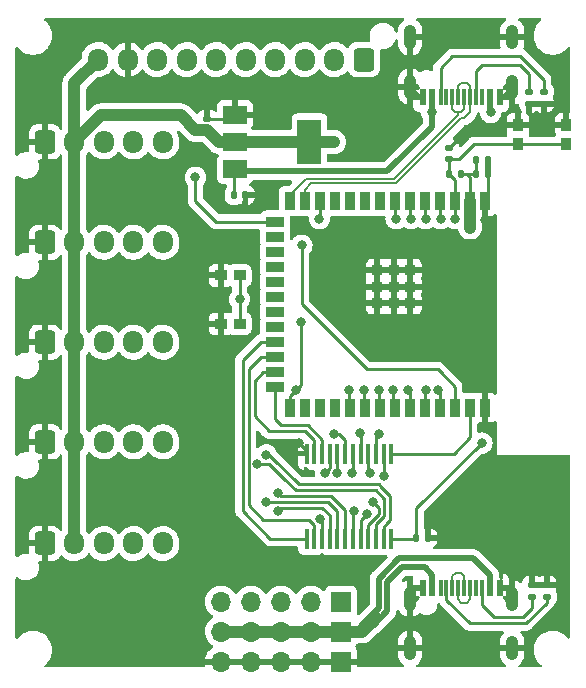
<source format=gbr>
%TF.GenerationSoftware,KiCad,Pcbnew,(6.0.0-0)*%
%TF.CreationDate,2022-12-18T13:40:02+01:00*%
%TF.ProjectId,ProtoBoardSE,50726f74-6f42-46f6-9172-6453452e6b69,rev?*%
%TF.SameCoordinates,Original*%
%TF.FileFunction,Copper,L1,Top*%
%TF.FilePolarity,Positive*%
%FSLAX46Y46*%
G04 Gerber Fmt 4.6, Leading zero omitted, Abs format (unit mm)*
G04 Created by KiCad (PCBNEW (6.0.0-0)) date 2022-12-18 13:40:02*
%MOMM*%
%LPD*%
G01*
G04 APERTURE LIST*
G04 Aperture macros list*
%AMRoundRect*
0 Rectangle with rounded corners*
0 $1 Rounding radius*
0 $2 $3 $4 $5 $6 $7 $8 $9 X,Y pos of 4 corners*
0 Add a 4 corners polygon primitive as box body*
4,1,4,$2,$3,$4,$5,$6,$7,$8,$9,$2,$3,0*
0 Add four circle primitives for the rounded corners*
1,1,$1+$1,$2,$3*
1,1,$1+$1,$4,$5*
1,1,$1+$1,$6,$7*
1,1,$1+$1,$8,$9*
0 Add four rect primitives between the rounded corners*
20,1,$1+$1,$2,$3,$4,$5,0*
20,1,$1+$1,$4,$5,$6,$7,0*
20,1,$1+$1,$6,$7,$8,$9,0*
20,1,$1+$1,$8,$9,$2,$3,0*%
G04 Aperture macros list end*
%TA.AperFunction,ComponentPad*%
%ADD10RoundRect,0.250000X-0.600000X-0.725000X0.600000X-0.725000X0.600000X0.725000X-0.600000X0.725000X0*%
%TD*%
%TA.AperFunction,ComponentPad*%
%ADD11O,1.700000X1.950000*%
%TD*%
%TA.AperFunction,SMDPad,CuDef*%
%ADD12RoundRect,0.140000X-0.140000X-0.170000X0.140000X-0.170000X0.140000X0.170000X-0.140000X0.170000X0*%
%TD*%
%TA.AperFunction,SMDPad,CuDef*%
%ADD13RoundRect,0.140000X-0.170000X0.140000X-0.170000X-0.140000X0.170000X-0.140000X0.170000X0.140000X0*%
%TD*%
%TA.AperFunction,SMDPad,CuDef*%
%ADD14R,2.000000X1.500000*%
%TD*%
%TA.AperFunction,SMDPad,CuDef*%
%ADD15R,2.000000X3.800000*%
%TD*%
%TA.AperFunction,SMDPad,CuDef*%
%ADD16R,0.600000X1.450000*%
%TD*%
%TA.AperFunction,SMDPad,CuDef*%
%ADD17R,0.300000X1.450000*%
%TD*%
%TA.AperFunction,ComponentPad*%
%ADD18O,1.050000X2.100000*%
%TD*%
%TA.AperFunction,SMDPad,CuDef*%
%ADD19R,1.000000X0.900000*%
%TD*%
%TA.AperFunction,ComponentPad*%
%ADD20R,1.700000X1.700000*%
%TD*%
%TA.AperFunction,ComponentPad*%
%ADD21O,1.700000X1.700000*%
%TD*%
%TA.AperFunction,SMDPad,CuDef*%
%ADD22R,0.450000X1.750000*%
%TD*%
%TA.AperFunction,SMDPad,CuDef*%
%ADD23RoundRect,0.135000X-0.185000X0.135000X-0.185000X-0.135000X0.185000X-0.135000X0.185000X0.135000X0*%
%TD*%
%TA.AperFunction,SMDPad,CuDef*%
%ADD24RoundRect,0.135000X0.135000X0.185000X-0.135000X0.185000X-0.135000X-0.185000X0.135000X-0.185000X0*%
%TD*%
%TA.AperFunction,SMDPad,CuDef*%
%ADD25R,0.900000X1.000000*%
%TD*%
%TA.AperFunction,SMDPad,CuDef*%
%ADD26RoundRect,0.135000X0.185000X-0.135000X0.185000X0.135000X-0.185000X0.135000X-0.185000X-0.135000X0*%
%TD*%
%TA.AperFunction,ComponentPad*%
%ADD27RoundRect,0.250000X0.600000X0.725000X-0.600000X0.725000X-0.600000X-0.725000X0.600000X-0.725000X0*%
%TD*%
%TA.AperFunction,SMDPad,CuDef*%
%ADD28R,0.900000X1.500000*%
%TD*%
%TA.AperFunction,SMDPad,CuDef*%
%ADD29R,1.500000X0.900000*%
%TD*%
%TA.AperFunction,SMDPad,CuDef*%
%ADD30R,0.900000X0.900000*%
%TD*%
%TA.AperFunction,SMDPad,CuDef*%
%ADD31RoundRect,0.140000X0.170000X-0.140000X0.170000X0.140000X-0.170000X0.140000X-0.170000X-0.140000X0*%
%TD*%
%TA.AperFunction,ViaPad*%
%ADD32C,0.800000*%
%TD*%
%TA.AperFunction,Conductor*%
%ADD33C,0.250000*%
%TD*%
%TA.AperFunction,Conductor*%
%ADD34C,1.000000*%
%TD*%
%TA.AperFunction,Conductor*%
%ADD35C,0.500000*%
%TD*%
%TA.AperFunction,Conductor*%
%ADD36C,0.200000*%
%TD*%
G04 APERTURE END LIST*
D10*
%TO.P,J5,1,Pin_1*%
%TO.N,GND*%
X163000000Y-49500000D03*
D11*
%TO.P,J5,2,Pin_2*%
%TO.N,+3V3*%
X165500000Y-49500000D03*
%TO.P,J5,3,Pin_3*%
%TO.N,/CH1*%
X168000000Y-49500000D03*
%TO.P,J5,4,Pin_4*%
%TO.N,/CH2*%
X170500000Y-49500000D03*
%TO.P,J5,5,Pin_5*%
%TO.N,/CH3*%
X173000000Y-49500000D03*
%TD*%
D12*
%TO.P,C3,1*%
%TO.N,+3V3*%
X199520000Y-43750000D03*
%TO.P,C3,2*%
%TO.N,GND*%
X200480000Y-43750000D03*
%TD*%
D13*
%TO.P,C1,1*%
%TO.N,GND*%
X197250000Y-41520000D03*
%TO.P,C1,2*%
%TO.N,/EN*%
X197250000Y-42480000D03*
%TD*%
D14*
%TO.P,U4,1,GND*%
%TO.N,GND*%
X179100000Y-38700000D03*
%TO.P,U4,2,VO*%
%TO.N,+3V3*%
X179100000Y-41000000D03*
D15*
X185400000Y-41000000D03*
D14*
%TO.P,U4,3,VI*%
%TO.N,/VBUS1*%
X179100000Y-43300000D03*
%TD*%
D16*
%TO.P,J1,A1B12,GND*%
%TO.N,GND*%
X195000000Y-78767500D03*
%TO.P,J1,A4B9,VBUS*%
%TO.N,/VBUS0*%
X195800000Y-78767500D03*
D17*
%TO.P,J1,A5,CC1*%
%TO.N,Net-(J1-PadA5)*%
X197000000Y-78767500D03*
%TO.P,J1,A6,DP1*%
%TO.N,/USB0_DP*%
X198000000Y-78767500D03*
%TO.P,J1,A7,DN1*%
%TO.N,/USB0_DN*%
X198500000Y-78767500D03*
%TO.P,J1,A8,SBU1*%
%TO.N,unconnected-(J1-PadA8)*%
X199500000Y-78767500D03*
D16*
%TO.P,J1,B1A12,GND*%
%TO.N,GND*%
X201500000Y-78767500D03*
%TO.P,J1,B4A9,VBUS*%
%TO.N,/VBUS0*%
X200700000Y-78767500D03*
D17*
%TO.P,J1,B5,CC2*%
%TO.N,Net-(J1-PadB5)*%
X200000000Y-78767500D03*
%TO.P,J1,B6,DP2*%
%TO.N,/USB0_DP*%
X199000000Y-78767500D03*
%TO.P,J1,B7,DN2*%
%TO.N,/USB0_DN*%
X197500000Y-78767500D03*
%TO.P,J1,B8,SBU2*%
%TO.N,unconnected-(J1-PadB8)*%
X196500000Y-78767500D03*
D18*
%TO.P,J1,S1,SHIELD*%
%TO.N,GND*%
X193930000Y-79682500D03*
%TO.P,J1,S2,SHIELD*%
X202570000Y-79682500D03*
%TO.P,J1,S3,SHIELD*%
X193930000Y-83862500D03*
%TO.P,J1,S4,SHIELD*%
X202570000Y-83862500D03*
%TD*%
D10*
%TO.P,J10,1,Pin_1*%
%TO.N,GND*%
X163000000Y-66400000D03*
D11*
%TO.P,J10,2,Pin_2*%
%TO.N,+3V3*%
X165500000Y-66400000D03*
%TO.P,J10,3,Pin_3*%
%TO.N,/CH13*%
X168000000Y-66400000D03*
%TO.P,J10,4,Pin_4*%
%TO.N,/CH12*%
X170500000Y-66400000D03*
%TO.P,J10,5,Pin_5*%
%TO.N,/CH11*%
X173000000Y-66400000D03*
%TD*%
D19*
%TO.P,SW1,1,1*%
%TO.N,GND*%
X177889000Y-52306000D03*
X177889000Y-56406000D03*
%TO.P,SW1,2,2*%
%TO.N,/BOOT0*%
X179489000Y-52306000D03*
X179489000Y-56406000D03*
%TD*%
D20*
%TO.P,J7,1,Pin_1*%
%TO.N,/VBUS0*%
X188075000Y-82460000D03*
D21*
%TO.P,J7,2,Pin_2*%
X185535000Y-82460000D03*
%TO.P,J7,3,Pin_3*%
X182995000Y-82460000D03*
%TO.P,J7,4,Pin_4*%
X180455000Y-82460000D03*
%TO.P,J7,5,Pin_5*%
X177915000Y-82460000D03*
%TD*%
D20*
%TO.P,J11,1,Pin_1*%
%TO.N,/Servo1*%
X188075000Y-79920000D03*
D21*
%TO.P,J11,2,Pin_2*%
%TO.N,/Servo2*%
X185535000Y-79920000D03*
%TO.P,J11,3,Pin_3*%
%TO.N,/Servo3*%
X182995000Y-79920000D03*
%TO.P,J11,4,Pin_4*%
%TO.N,/Servo4*%
X180455000Y-79920000D03*
%TO.P,J11,5,Pin_5*%
%TO.N,/Servo5*%
X177915000Y-79920000D03*
%TD*%
D22*
%TO.P,U2,1,COM*%
%TO.N,/COM1*%
X192325000Y-67400000D03*
%TO.P,U2,2,I7*%
%TO.N,/CH8*%
X191675000Y-67400000D03*
%TO.P,U2,3,I6*%
%TO.N,/CH7*%
X191025000Y-67400000D03*
%TO.P,U2,4,I5*%
%TO.N,/CH6*%
X190375000Y-67400000D03*
%TO.P,U2,5,I4*%
%TO.N,/CH5*%
X189725000Y-67400000D03*
%TO.P,U2,6,I3*%
%TO.N,/CH4*%
X189075000Y-67400000D03*
%TO.P,U2,7,I2*%
%TO.N,/CH3*%
X188425000Y-67400000D03*
%TO.P,U2,8,I1*%
%TO.N,/CH2*%
X187775000Y-67400000D03*
%TO.P,U2,9,I0*%
%TO.N,/CH1*%
X187125000Y-67400000D03*
%TO.P,U2,10,S0*%
%TO.N,/SEL1*%
X186475000Y-67400000D03*
%TO.P,U2,11,S1*%
%TO.N,/SEL2*%
X185825000Y-67400000D03*
%TO.P,U2,12,GND*%
%TO.N,GND*%
X185175000Y-67400000D03*
%TO.P,U2,13,S3*%
%TO.N,/SEL4*%
X185175000Y-74600000D03*
%TO.P,U2,14,S2*%
%TO.N,/SEL3*%
X185825000Y-74600000D03*
%TO.P,U2,15,~{E}*%
%TO.N,GND*%
X186475000Y-74600000D03*
%TO.P,U2,16,I15*%
%TO.N,/CH16*%
X187125000Y-74600000D03*
%TO.P,U2,17,I14*%
%TO.N,/CH15*%
X187775000Y-74600000D03*
%TO.P,U2,18,I13*%
%TO.N,/CH14*%
X188425000Y-74600000D03*
%TO.P,U2,19,I12*%
%TO.N,/CH13*%
X189075000Y-74600000D03*
%TO.P,U2,20,I11*%
%TO.N,/CH12*%
X189725000Y-74600000D03*
%TO.P,U2,21,I10*%
%TO.N,/CH11*%
X190375000Y-74600000D03*
%TO.P,U2,22,I9*%
%TO.N,/CH10*%
X191025000Y-74600000D03*
%TO.P,U2,23,I8*%
%TO.N,/CH9*%
X191675000Y-74600000D03*
%TO.P,U2,24,VCC*%
%TO.N,+3V3*%
X192325000Y-74600000D03*
%TD*%
D23*
%TO.P,R1,1*%
%TO.N,GND*%
X205500000Y-78490000D03*
%TO.P,R1,2*%
%TO.N,Net-(J1-PadA5)*%
X205500000Y-79510000D03*
%TD*%
D24*
%TO.P,R2,1*%
%TO.N,+3V3*%
X198260000Y-43750000D03*
%TO.P,R2,2*%
%TO.N,/EN*%
X197240000Y-43750000D03*
%TD*%
D12*
%TO.P,C4,1*%
%TO.N,/VBUS1*%
X179020000Y-45500000D03*
%TO.P,C4,2*%
%TO.N,GND*%
X179980000Y-45500000D03*
%TD*%
D25*
%TO.P,SW2,1,1*%
%TO.N,GND*%
X203055000Y-39586000D03*
X207155000Y-39586000D03*
%TO.P,SW2,2,2*%
%TO.N,/EN*%
X207155000Y-41186000D03*
X203055000Y-41186000D03*
%TD*%
D10*
%TO.P,J6,1,Pin_1*%
%TO.N,GND*%
X163000000Y-41000000D03*
D11*
%TO.P,J6,2,Pin_2*%
%TO.N,+3V3*%
X165500000Y-41000000D03*
%TO.P,J6,3,Pin_3*%
%TO.N,/CH4*%
X168000000Y-41000000D03*
%TO.P,J6,4,Pin_4*%
%TO.N,/CH5*%
X170500000Y-41000000D03*
%TO.P,J6,5,Pin_5*%
%TO.N,/CH6*%
X173000000Y-41000000D03*
%TD*%
D16*
%TO.P,J2,A1B12,GND*%
%TO.N,GND*%
X201500000Y-37232500D03*
%TO.P,J2,A4B9,VBUS*%
%TO.N,/VBUS1*%
X200700000Y-37232500D03*
D17*
%TO.P,J2,A5,CC1*%
%TO.N,Net-(J2-PadA5)*%
X199500000Y-37232500D03*
%TO.P,J2,A6,DP1*%
%TO.N,/USB1_DP*%
X198500000Y-37232500D03*
%TO.P,J2,A7,DN1*%
%TO.N,/USB1_DN*%
X198000000Y-37232500D03*
%TO.P,J2,A8,SBU1*%
%TO.N,unconnected-(J2-PadA8)*%
X197000000Y-37232500D03*
D16*
%TO.P,J2,B1A12,GND*%
%TO.N,GND*%
X195000000Y-37232500D03*
%TO.P,J2,B4A9,VBUS*%
%TO.N,/VBUS1*%
X195800000Y-37232500D03*
D17*
%TO.P,J2,B5,CC2*%
%TO.N,Net-(J2-PadB5)*%
X196500000Y-37232500D03*
%TO.P,J2,B6,DP2*%
%TO.N,/USB1_DP*%
X197500000Y-37232500D03*
%TO.P,J2,B7,DN2*%
%TO.N,/USB1_DN*%
X199000000Y-37232500D03*
%TO.P,J2,B8,SBU2*%
%TO.N,unconnected-(J2-PadB8)*%
X200000000Y-37232500D03*
D18*
%TO.P,J2,S1,SHIELD*%
%TO.N,GND*%
X202570000Y-36317500D03*
%TO.P,J2,S2,SHIELD*%
X193930000Y-36317500D03*
%TO.P,J2,S3,SHIELD*%
X202570000Y-32137500D03*
%TO.P,J2,S4,SHIELD*%
X193930000Y-32137500D03*
%TD*%
D23*
%TO.P,R5,1*%
%TO.N,Net-(J2-PadB5)*%
X205250000Y-36740000D03*
%TO.P,R5,2*%
%TO.N,GND*%
X205250000Y-37760000D03*
%TD*%
D26*
%TO.P,R4,1*%
%TO.N,GND*%
X204000000Y-37760000D03*
%TO.P,R4,2*%
%TO.N,Net-(J2-PadA5)*%
X204000000Y-36740000D03*
%TD*%
D20*
%TO.P,J4,1,Pin_1*%
%TO.N,GND*%
X188075000Y-85000000D03*
D21*
%TO.P,J4,2,Pin_2*%
X185535000Y-85000000D03*
%TO.P,J4,3,Pin_3*%
X182995000Y-85000000D03*
%TO.P,J4,4,Pin_4*%
X180455000Y-85000000D03*
%TO.P,J4,5,Pin_5*%
X177915000Y-85000000D03*
%TD*%
D27*
%TO.P,J3,1,Pin_1*%
%TO.N,/ButJ*%
X190000000Y-34025000D03*
D11*
%TO.P,J3,2,Pin_2*%
%TO.N,/ButC*%
X187500000Y-34025000D03*
%TO.P,J3,3,Pin_3*%
%TO.N,/ButB*%
X185000000Y-34025000D03*
%TO.P,J3,4,Pin_4*%
%TO.N,/Menu*%
X182500000Y-34025000D03*
%TO.P,J3,5,Pin_5*%
%TO.N,/ButA*%
X180000000Y-34025000D03*
%TO.P,J3,6,Pin_6*%
%TO.N,/JoyX*%
X177500000Y-34025000D03*
%TO.P,J3,7,Pin_7*%
%TO.N,/JoyY*%
X175000000Y-34025000D03*
%TO.P,J3,8,Pin_8*%
%TO.N,/CH7*%
X172500000Y-34025000D03*
%TO.P,J3,9,Pin_9*%
%TO.N,GND*%
X170000000Y-34025000D03*
%TO.P,J3,10,Pin_10*%
%TO.N,+3V3*%
X167500000Y-34025000D03*
%TD*%
D28*
%TO.P,U1,1,GND*%
%TO.N,GND*%
X200260000Y-46000000D03*
%TO.P,U1,2,3V3*%
%TO.N,+3V3*%
X198990000Y-46000000D03*
%TO.P,U1,3,EN*%
%TO.N,/EN*%
X197720000Y-46000000D03*
%TO.P,U1,4,GPIO4/TOUCH4/ADC1_CH3*%
%TO.N,/ButJ*%
X196450000Y-46000000D03*
%TO.P,U1,5,GPIO5/TOUCH5/ADC1_CH4*%
%TO.N,/ButC*%
X195180000Y-46000000D03*
%TO.P,U1,6,GPIO6/TOUCH6/ADC1_CH5*%
%TO.N,/ButB*%
X193910000Y-46000000D03*
%TO.P,U1,7,GPIO7/TOUCH7/ADC1_CH6*%
%TO.N,/Menu*%
X192640000Y-46000000D03*
%TO.P,U1,8,GPIO15/U0RTS/ADC2_CH4/XTAL_32K_P*%
%TO.N,unconnected-(U1-Pad8)*%
X191370000Y-46000000D03*
%TO.P,U1,9,GPIO16/U0CTS/ADC2_CH5/XTAL_32K_NH5*%
%TO.N,unconnected-(U1-Pad9)*%
X190100000Y-46000000D03*
%TO.P,U1,10,GPIO17/U1TXD/ADC2_CH6*%
%TO.N,unconnected-(U1-Pad10)*%
X188830000Y-46000000D03*
%TO.P,U1,11,GPIO18/U1RXD/ADC2_CH7/CLK_OUT3*%
%TO.N,unconnected-(U1-Pad11)*%
X187560000Y-46000000D03*
%TO.P,U1,12,GPIO8/TOUCH8/ADC1_CH7/SUBSPICS1*%
%TO.N,/ButA*%
X186290000Y-46000000D03*
%TO.P,U1,13,GPIO19/U1RTS/ADC2_CH8/CLK_OUT2/USB_D-*%
%TO.N,/USB1_DN*%
X185020000Y-46000000D03*
%TO.P,U1,14,GPIO20/U1CTS/ADC2_CH9/CLK_OUT1/USB_D+*%
%TO.N,/USB1_DP*%
X183750000Y-46000000D03*
D29*
%TO.P,U1,15,GPIO3/TOUCH3/ADC1_CH2*%
%TO.N,/JoyY*%
X182500000Y-47765000D03*
%TO.P,U1,16,GPIO46*%
%TO.N,unconnected-(U1-Pad16)*%
X182500000Y-49035000D03*
%TO.P,U1,17,GPIO9/TOUCH9/ADC1_CH8/FSPIHD/SUBSPIHD*%
%TO.N,unconnected-(U1-Pad17)*%
X182500000Y-50305000D03*
%TO.P,U1,18,GPIO10/TOUCH10/ADC1_CH9/FSPICS0/FSPIIO4/SUBSPICS0*%
%TO.N,unconnected-(U1-Pad18)*%
X182500000Y-51575000D03*
%TO.P,U1,19,GPIO11/TOUCH11/ADC2_CH0/FSPID/FSPIIO5/SUBSPID*%
%TO.N,unconnected-(U1-Pad19)*%
X182500000Y-52845000D03*
%TO.P,U1,20,GPIO12/TOUCH12/ADC2_CH1/FSPICLK/FSPIIO6/SUBSPICLK*%
%TO.N,unconnected-(U1-Pad20)*%
X182500000Y-54115000D03*
%TO.P,U1,21,GPIO13/TOUCH13/ADC2_CH2/FSPIQ/FSPIIO7/SUBSPIQ*%
%TO.N,unconnected-(U1-Pad21)*%
X182500000Y-55385000D03*
%TO.P,U1,22,GPIO14/TOUCH14/ADC2_CH3/FSPIWP/FSPIDQS/SUBSPIWP*%
%TO.N,unconnected-(U1-Pad22)*%
X182500000Y-56655000D03*
%TO.P,U1,23,GPIO21*%
%TO.N,/SEL4*%
X182500000Y-57925000D03*
%TO.P,U1,24,GPIO47/SPICLK_P/SUBSPICLK_P_DIFF*%
%TO.N,/SEL3*%
X182500000Y-59195000D03*
%TO.P,U1,25,GPIO48/SPICLK_N/SUBSPICLK_N_DIFF*%
%TO.N,/SEL2*%
X182500000Y-60465000D03*
%TO.P,U1,26,GPIO45*%
%TO.N,/SEL1*%
X182500000Y-61735000D03*
D28*
%TO.P,U1,27,GPIO0/BOOT*%
%TO.N,/BOOT0*%
X183750000Y-63500000D03*
%TO.P,U1,28,SPIIO6/GPIO35/FSPID/SUBSPID*%
%TO.N,unconnected-(U1-Pad28)*%
X185020000Y-63500000D03*
%TO.P,U1,29,SPIIO7/GPIO36/FSPICLK/SUBSPICLK*%
%TO.N,unconnected-(U1-Pad29)*%
X186290000Y-63500000D03*
%TO.P,U1,30,SPIDQS/GPIO37/FSPIQ/SUBSPIQ*%
%TO.N,unconnected-(U1-Pad30)*%
X187560000Y-63500000D03*
%TO.P,U1,31,GPIO38/FSPIWP/SUBSPIWP*%
%TO.N,/Servo5*%
X188830000Y-63500000D03*
%TO.P,U1,32,MTCK/GPIO39/CLK_OUT3/SUBSPICS1*%
%TO.N,/Servo4*%
X190100000Y-63500000D03*
%TO.P,U1,33,MTDO/GPIO40/CLK_OUT2*%
%TO.N,/Servo3*%
X191370000Y-63500000D03*
%TO.P,U1,34,MTDI/GPIO41/CLK_OUT1*%
%TO.N,/Servo2*%
X192640000Y-63500000D03*
%TO.P,U1,35,MTMS/GPIO42*%
%TO.N,/Servo1*%
X193910000Y-63500000D03*
%TO.P,U1,36,U0RXD/GPIO44/CLK_OUT2*%
%TO.N,/RXD0*%
X195180000Y-63500000D03*
%TO.P,U1,37,U0TXD/GPIO43/CLK_OUT1*%
%TO.N,/TXD0*%
X196450000Y-63500000D03*
%TO.P,U1,38,GPIO2/TOUCH2/ADC1_CH1*%
%TO.N,/JoyX*%
X197720000Y-63500000D03*
%TO.P,U1,39,GPIO1/TOUCH1/ADC1_CH0*%
%TO.N,/COM1*%
X198990000Y-63500000D03*
%TO.P,U1,40,GND*%
%TO.N,GND*%
X200260000Y-63500000D03*
D30*
%TO.P,U1,41,GND*%
X192540000Y-51850000D03*
X193940000Y-53250000D03*
X192540000Y-53250000D03*
X191140000Y-51850000D03*
X193940000Y-54650000D03*
X191140000Y-54650000D03*
X191140000Y-53250000D03*
X192540000Y-54650000D03*
X193940000Y-51850000D03*
%TD*%
D10*
%TO.P,J8,1,Pin_1*%
%TO.N,GND*%
X163000000Y-57950000D03*
D11*
%TO.P,J8,2,Pin_2*%
%TO.N,+3V3*%
X165500000Y-57950000D03*
%TO.P,J8,3,Pin_3*%
%TO.N,/CH10*%
X168000000Y-57950000D03*
%TO.P,J8,4,Pin_4*%
%TO.N,/CH9*%
X170500000Y-57950000D03*
%TO.P,J8,5,Pin_5*%
%TO.N,/CH8*%
X173000000Y-57950000D03*
%TD*%
D26*
%TO.P,R3,1*%
%TO.N,Net-(J1-PadB5)*%
X204250000Y-79510000D03*
%TO.P,R3,2*%
%TO.N,GND*%
X204250000Y-78490000D03*
%TD*%
D10*
%TO.P,J9,1,Pin_1*%
%TO.N,GND*%
X163000000Y-75000000D03*
D11*
%TO.P,J9,2,Pin_2*%
%TO.N,+3V3*%
X165500000Y-75000000D03*
%TO.P,J9,3,Pin_3*%
%TO.N,/CH14*%
X168000000Y-75000000D03*
%TO.P,J9,4,Pin_4*%
%TO.N,/CH15*%
X170500000Y-75000000D03*
%TO.P,J9,5,Pin_5*%
%TO.N,/CH16*%
X173000000Y-75000000D03*
%TD*%
D12*
%TO.P,C6,1*%
%TO.N,+3V3*%
X194465000Y-74549000D03*
%TO.P,C6,2*%
%TO.N,GND*%
X195425000Y-74549000D03*
%TD*%
%TO.P,C2,1*%
%TO.N,+3V3*%
X199520000Y-42500000D03*
%TO.P,C2,2*%
%TO.N,GND*%
X200480000Y-42500000D03*
%TD*%
D31*
%TO.P,C5,1*%
%TO.N,+3V3*%
X176750000Y-39980000D03*
%TO.P,C5,2*%
%TO.N,GND*%
X176750000Y-39020000D03*
%TD*%
D32*
%TO.N,GND*%
X200279000Y-47625000D03*
X197993000Y-40767000D03*
X186308882Y-72934283D03*
X177500000Y-63000000D03*
X184500000Y-66500000D03*
%TO.N,/EN*%
X197739000Y-47498000D03*
%TO.N,+3V3*%
X199000000Y-48250000D03*
X200000000Y-66500000D03*
X187500000Y-41000000D03*
%TO.N,/VBUS1*%
X200750000Y-38500000D03*
X195750000Y-38500000D03*
%TO.N,/ButA*%
X186250000Y-47500000D03*
%TO.N,/Menu*%
X192750000Y-47500000D03*
%TO.N,/ButB*%
X194000000Y-47500000D03*
%TO.N,/ButC*%
X195250000Y-47500000D03*
%TO.N,/ButJ*%
X196500000Y-47500000D03*
%TO.N,/JoyY*%
X175750000Y-44000000D03*
%TO.N,/JoyX*%
X184750000Y-49750000D03*
%TO.N,/CH1*%
X186750000Y-69000000D03*
%TO.N,/CH2*%
X187750000Y-69000000D03*
%TO.N,/CH3*%
X187500000Y-65750000D03*
%TO.N,/CH4*%
X189000000Y-69000000D03*
%TO.N,/CH5*%
X189648013Y-65675993D03*
%TO.N,/CH6*%
X190500000Y-69000000D03*
%TO.N,/CH7*%
X191250000Y-65750000D03*
%TO.N,/CH8*%
X191750000Y-69250000D03*
%TO.N,/CH9*%
X181750000Y-67500000D03*
%TO.N,/CH10*%
X181000000Y-68250000D03*
%TO.N,/Servo1*%
X193750000Y-62000000D03*
%TO.N,/Servo2*%
X192500000Y-62000000D03*
%TO.N,/Servo3*%
X191250000Y-62000000D03*
%TO.N,/Servo4*%
X190000000Y-62000000D03*
%TO.N,/Servo5*%
X188750000Y-62000000D03*
%TO.N,/RXD0*%
X195250000Y-62000000D03*
%TO.N,/TXD0*%
X196250000Y-62000000D03*
%TO.N,/BOOT0*%
X184250000Y-62000000D03*
X184658000Y-56261000D03*
X179489000Y-54318000D03*
%TO.N,/CH16*%
X182750000Y-72250000D03*
%TO.N,/CH15*%
X181750000Y-71500000D03*
%TO.N,/CH14*%
X182750000Y-70750000D03*
%TO.N,/CH13*%
X189149500Y-72268706D03*
%TO.N,/CH12*%
X190250000Y-72500000D03*
%TO.N,/CH11*%
X190750000Y-71500000D03*
%TD*%
D33*
%TO.N,GND*%
X205500000Y-78490000D02*
X204250000Y-78490000D01*
X195000000Y-37232500D02*
X194845000Y-37232500D01*
X185175000Y-67175000D02*
X184500000Y-66500000D01*
X197250000Y-41520000D02*
X197250000Y-41510000D01*
X200480000Y-43750000D02*
X200480000Y-45780000D01*
X186475000Y-74600000D02*
X186475000Y-73100401D01*
X186475000Y-73100401D02*
X186308882Y-72934283D01*
X176750000Y-39020000D02*
X178780000Y-39020000D01*
X200260000Y-46000000D02*
X200260000Y-47606000D01*
X197250000Y-41510000D02*
X197993000Y-40767000D01*
X185175000Y-67400000D02*
X185175000Y-67175000D01*
X200480000Y-45780000D02*
X200260000Y-46000000D01*
X204000000Y-37760000D02*
X205250000Y-37760000D01*
X201655000Y-37232500D02*
X202570000Y-36317500D01*
X194845000Y-37232500D02*
X193930000Y-36317500D01*
X178780000Y-39020000D02*
X179100000Y-38700000D01*
X201500000Y-37232500D02*
X201655000Y-37232500D01*
X200260000Y-47606000D02*
X200279000Y-47625000D01*
X200480000Y-42500000D02*
X200480000Y-43750000D01*
%TO.N,/EN*%
X197250000Y-43740000D02*
X197240000Y-43750000D01*
X207155000Y-41186000D02*
X203055000Y-41186000D01*
X198058000Y-42480000D02*
X199352000Y-41186000D01*
X197720000Y-44230000D02*
X197240000Y-43750000D01*
X197250000Y-42480000D02*
X198058000Y-42480000D01*
X197720000Y-46000000D02*
X197720000Y-47479000D01*
X197720000Y-47479000D02*
X197739000Y-47498000D01*
X197720000Y-46000000D02*
X197720000Y-44230000D01*
X199352000Y-41186000D02*
X203055000Y-41186000D01*
X197250000Y-42480000D02*
X197250000Y-43740000D01*
D34*
%TO.N,+3V3*%
X199000000Y-46010000D02*
X198990000Y-46000000D01*
X165500000Y-41000000D02*
X167750000Y-38750000D01*
X199000000Y-48250000D02*
X199000000Y-46010000D01*
X185400000Y-41000000D02*
X187500000Y-41000000D01*
X175750000Y-40000000D02*
X175750480Y-39999520D01*
X165500000Y-41000000D02*
X165500000Y-36025000D01*
X185400000Y-41000000D02*
X179100000Y-41000000D01*
D33*
X199520000Y-42500000D02*
X199520000Y-43750000D01*
D34*
X176750000Y-39999520D02*
X177750480Y-41000000D01*
D33*
X192325000Y-74600000D02*
X194414000Y-74600000D01*
X194414000Y-74600000D02*
X194465000Y-74549000D01*
X194465000Y-74549000D02*
X194465000Y-72035000D01*
D34*
X174500000Y-38750000D02*
X175750000Y-40000000D01*
X167750000Y-38750000D02*
X174500000Y-38750000D01*
X177750480Y-41000000D02*
X179100000Y-41000000D01*
X165500000Y-66400000D02*
X165500000Y-75000000D01*
X165500000Y-41000000D02*
X165500000Y-49500000D01*
D33*
X198990000Y-43990000D02*
X198750000Y-43750000D01*
X192325000Y-74600000D02*
X192325000Y-74175000D01*
D34*
X165500000Y-36025000D02*
X167500000Y-34025000D01*
D33*
X198750000Y-43750000D02*
X198260000Y-43750000D01*
X199520000Y-43750000D02*
X198750000Y-43750000D01*
D34*
X165500000Y-49500000D02*
X165500000Y-57950000D01*
D33*
X194465000Y-72035000D02*
X200000000Y-66500000D01*
D34*
X175750480Y-39999520D02*
X176750000Y-39999520D01*
D33*
X198990000Y-46000000D02*
X198990000Y-43990000D01*
D34*
X165500000Y-57950000D02*
X165500000Y-66400000D01*
D35*
%TO.N,/VBUS0*%
X191250000Y-80500000D02*
X189750000Y-82000000D01*
X199256522Y-76250000D02*
X193000000Y-76250000D01*
D34*
X189828000Y-82460000D02*
X191008000Y-81280000D01*
D35*
X190750000Y-82000000D02*
X192000000Y-80750000D01*
X200700000Y-77693478D02*
X199256522Y-76250000D01*
D34*
X188075000Y-82460000D02*
X189828000Y-82460000D01*
D35*
X200700000Y-78767500D02*
X200700000Y-77693478D01*
X192000000Y-78250000D02*
X193250000Y-77000000D01*
D34*
X177915000Y-82460000D02*
X188075000Y-82460000D01*
D35*
X195156522Y-77000000D02*
X195800000Y-77643478D01*
X193000000Y-76250000D02*
X191250000Y-78000000D01*
X193250000Y-77000000D02*
X195156522Y-77000000D01*
X192000000Y-80750000D02*
X192000000Y-78250000D01*
X191250000Y-78000000D02*
X191250000Y-80500000D01*
X195800000Y-77643478D02*
X195800000Y-78767500D01*
D36*
%TO.N,/USB0_DP*%
X198258478Y-80000000D02*
X198741522Y-80000000D01*
X198741522Y-80000000D02*
X199000000Y-79741522D01*
X198000000Y-78767500D02*
X198000000Y-79741522D01*
X198000000Y-79741522D02*
X198258478Y-80000000D01*
X199000000Y-79741522D02*
X199000000Y-78767500D01*
%TO.N,/USB0_DN*%
X198250000Y-77500000D02*
X198500000Y-77750000D01*
X198500000Y-77750000D02*
X198500000Y-78767500D01*
X197500000Y-77793478D02*
X197793478Y-77500000D01*
X197500000Y-78767500D02*
X197500000Y-77793478D01*
X197793478Y-77500000D02*
X198250000Y-77500000D01*
D33*
%TO.N,Net-(J1-PadA5)*%
X205500000Y-80000000D02*
X203750000Y-81750000D01*
X197000000Y-79791522D02*
X197000000Y-78767500D01*
X198958478Y-81750000D02*
X197000000Y-79791522D01*
X205500000Y-79510000D02*
X205500000Y-80000000D01*
X203750000Y-81750000D02*
X198958478Y-81750000D01*
%TO.N,Net-(J1-PadB5)*%
X204250000Y-80500000D02*
X203500000Y-81250000D01*
X203500000Y-81250000D02*
X201000000Y-81250000D01*
X204250000Y-79510000D02*
X204250000Y-80500000D01*
X200000000Y-80250000D02*
X200000000Y-78767500D01*
X201000000Y-81250000D02*
X200000000Y-80250000D01*
D35*
%TO.N,/VBUS1*%
X195750000Y-38500000D02*
X195750000Y-39750000D01*
X200700000Y-37232500D02*
X200700000Y-38450000D01*
X195750000Y-39750000D02*
X192000000Y-43500000D01*
X200700000Y-38450000D02*
X200750000Y-38500000D01*
X195800000Y-38450000D02*
X195750000Y-38500000D01*
D33*
X179020000Y-43380000D02*
X179100000Y-43300000D01*
D35*
X192000000Y-43500000D02*
X179300000Y-43500000D01*
X195800000Y-37232500D02*
X195800000Y-38450000D01*
D33*
X179020000Y-45500000D02*
X179020000Y-43380000D01*
D36*
%TO.N,/USB1_DP*%
X185735487Y-44100481D02*
X192584513Y-44100481D01*
X198000000Y-38684994D02*
X198000000Y-38500000D01*
X198500000Y-38250000D02*
X198500000Y-37232500D01*
X197500000Y-37232500D02*
X197500000Y-38250000D01*
X183750000Y-46000000D02*
X183750000Y-45500000D01*
X198250000Y-38500000D02*
X198500000Y-38250000D01*
X197500000Y-38250000D02*
X197750000Y-38500000D01*
X185149520Y-44100480D02*
X185735487Y-44100481D01*
X198000000Y-38500000D02*
X198250000Y-38500000D01*
X192584513Y-44100481D02*
X198000000Y-38684994D01*
X197750000Y-38500000D02*
X198000000Y-38500000D01*
X183750000Y-45500000D02*
X185149520Y-44100480D01*
%TO.N,/USB1_DN*%
X199000000Y-37232500D02*
X199000000Y-36258478D01*
X198500000Y-39000000D02*
X199000000Y-38500000D01*
X198250000Y-39000000D02*
X198500000Y-39000000D01*
X199000000Y-36258478D02*
X198741522Y-36000000D01*
X198000000Y-37232500D02*
X198000000Y-36250000D01*
X185020000Y-45050000D02*
X185570000Y-44500000D01*
X198000000Y-36250000D02*
X198250000Y-36000000D01*
X185020000Y-46000000D02*
X185020000Y-45050000D01*
X199000000Y-38500000D02*
X199000000Y-37232500D01*
X198741522Y-36000000D02*
X198250000Y-36000000D01*
X192750000Y-44500000D02*
X198250000Y-39000000D01*
X185570000Y-44500000D02*
X192750000Y-44500000D01*
D33*
%TO.N,Net-(J2-PadA5)*%
X204000000Y-35250000D02*
X203250000Y-34500000D01*
X203250000Y-34500000D02*
X200000000Y-34500000D01*
X199500000Y-35000000D02*
X199500000Y-37232500D01*
X204000000Y-36740000D02*
X204000000Y-35250000D01*
X200000000Y-34500000D02*
X199500000Y-35000000D01*
%TO.N,Net-(J2-PadB5)*%
X205250000Y-36740000D02*
X205250000Y-35750000D01*
X197500000Y-33750000D02*
X196500000Y-34750000D01*
X203250000Y-33750000D02*
X197500000Y-33750000D01*
X205250000Y-35750000D02*
X203250000Y-33750000D01*
X196500000Y-34750000D02*
X196500000Y-37232500D01*
%TO.N,/ButA*%
X186290000Y-47460000D02*
X186250000Y-47500000D01*
X186290000Y-46000000D02*
X186290000Y-47460000D01*
%TO.N,/Menu*%
X192640000Y-47390000D02*
X192750000Y-47500000D01*
X192640000Y-46000000D02*
X192640000Y-47390000D01*
%TO.N,/ButB*%
X193910000Y-46000000D02*
X193910000Y-47410000D01*
X193910000Y-47410000D02*
X194000000Y-47500000D01*
%TO.N,/ButC*%
X195180000Y-47430000D02*
X195250000Y-47500000D01*
X195180000Y-46000000D02*
X195180000Y-47430000D01*
%TO.N,/ButJ*%
X196450000Y-47450000D02*
X196500000Y-47500000D01*
X196450000Y-46000000D02*
X196450000Y-47450000D01*
%TO.N,/JoyY*%
X176750000Y-47000000D02*
X175750000Y-46000000D01*
X182500000Y-47765000D02*
X177515000Y-47765000D01*
X175750000Y-46000000D02*
X175750000Y-44000000D01*
X177515000Y-47765000D02*
X176750000Y-47000000D01*
%TO.N,/JoyX*%
X197720000Y-61720000D02*
X196500000Y-60500000D01*
X184750000Y-54750000D02*
X184750000Y-49750000D01*
X190250000Y-60250000D02*
X184750000Y-54750000D01*
X197720000Y-63500000D02*
X197720000Y-61720000D01*
X196250000Y-60250000D02*
X190250000Y-60250000D01*
X196500000Y-60500000D02*
X196250000Y-60250000D01*
%TO.N,/CH1*%
X187125000Y-67400000D02*
X187125000Y-68625000D01*
X187125000Y-68625000D02*
X186750000Y-69000000D01*
%TO.N,/CH2*%
X187775000Y-67400000D02*
X187775000Y-68975000D01*
X187775000Y-68975000D02*
X187750000Y-69000000D01*
%TO.N,/CH3*%
X188425000Y-66275000D02*
X187900000Y-65750000D01*
X188425000Y-67400000D02*
X188425000Y-66275000D01*
X187900000Y-65750000D02*
X187500000Y-65750000D01*
%TO.N,/CH4*%
X189075000Y-68925000D02*
X189000000Y-69000000D01*
X189075000Y-67400000D02*
X189075000Y-68925000D01*
%TO.N,/CH5*%
X189725000Y-65752980D02*
X189648013Y-65675993D01*
X189725000Y-67400000D02*
X189725000Y-65752980D01*
%TO.N,/CH6*%
X190375000Y-67400000D02*
X190375000Y-68875000D01*
X190375000Y-68875000D02*
X190500000Y-69000000D01*
%TO.N,/CH7*%
X191025000Y-65975000D02*
X191250000Y-65750000D01*
X191025000Y-67400000D02*
X191025000Y-65975000D01*
%TO.N,/CH8*%
X191675000Y-67400000D02*
X191675000Y-69175000D01*
X191675000Y-69175000D02*
X191750000Y-69250000D01*
%TO.N,/CH9*%
X191675000Y-74600000D02*
X191675000Y-73575000D01*
X190250000Y-70000000D02*
X184500000Y-70000000D01*
X192250000Y-73000000D02*
X192250000Y-72000000D01*
X192250000Y-71000000D02*
X191500000Y-70250000D01*
X182500000Y-68000000D02*
X182000000Y-67500000D01*
X182000000Y-67500000D02*
X181750000Y-67500000D01*
X184250000Y-69750000D02*
X182500000Y-68000000D01*
X192250000Y-72000000D02*
X192250000Y-71000000D01*
X191675000Y-73575000D02*
X192000000Y-73250000D01*
X192000000Y-73250000D02*
X192250000Y-73000000D01*
X184500000Y-70000000D02*
X184250000Y-69750000D01*
X191500000Y-70250000D02*
X191250000Y-70000000D01*
X191250000Y-70000000D02*
X190250000Y-70000000D01*
%TO.N,/CH10*%
X191699520Y-71199520D02*
X191000000Y-70500000D01*
X191580166Y-72830166D02*
X191699520Y-72710811D01*
X191025000Y-74600000D02*
X191025000Y-73385332D01*
X183250000Y-69500000D02*
X182000000Y-68250000D01*
X191000000Y-70500000D02*
X189250000Y-70500000D01*
X185750000Y-70500000D02*
X184250000Y-70500000D01*
X184250000Y-70500000D02*
X183250000Y-69500000D01*
X189250000Y-70500000D02*
X185750000Y-70500000D01*
X191025000Y-73385332D02*
X191580166Y-72830166D01*
X191699520Y-71813803D02*
X191699520Y-71199520D01*
X182000000Y-68250000D02*
X181000000Y-68250000D01*
X191699520Y-72710811D02*
X191699520Y-71813803D01*
%TO.N,/Servo1*%
X193910000Y-62160000D02*
X193750000Y-62000000D01*
X193910000Y-63500000D02*
X193910000Y-62160000D01*
%TO.N,/Servo2*%
X192500000Y-62000000D02*
X192500000Y-63360000D01*
X192500000Y-63360000D02*
X192640000Y-63500000D01*
%TO.N,/Servo3*%
X191250000Y-63380000D02*
X191370000Y-63500000D01*
X191250000Y-62000000D02*
X191250000Y-63380000D01*
%TO.N,/Servo4*%
X190000000Y-62000000D02*
X190000000Y-63400000D01*
X190000000Y-63400000D02*
X190100000Y-63500000D01*
%TO.N,/Servo5*%
X188750000Y-62000000D02*
X188750000Y-63420000D01*
X188750000Y-63420000D02*
X188830000Y-63500000D01*
%TO.N,/RXD0*%
X195180000Y-63500000D02*
X195180000Y-62070000D01*
X195180000Y-62070000D02*
X195250000Y-62000000D01*
%TO.N,/TXD0*%
X196450000Y-62200000D02*
X196250000Y-62000000D01*
X196450000Y-63500000D02*
X196450000Y-62200000D01*
%TO.N,/BOOT0*%
X183750000Y-63500000D02*
X183750000Y-62500000D01*
X183750000Y-62500000D02*
X184250000Y-62000000D01*
X179489000Y-52306000D02*
X179489000Y-56406000D01*
X184658000Y-61592000D02*
X184250000Y-62000000D01*
X184658000Y-56261000D02*
X184658000Y-61592000D01*
%TO.N,/COM1*%
X198990000Y-66010000D02*
X197600000Y-67400000D01*
X197600000Y-67400000D02*
X192325000Y-67400000D01*
X198990000Y-63500000D02*
X198990000Y-66010000D01*
%TO.N,/SEL3*%
X180250000Y-60250000D02*
X181305000Y-59195000D01*
X185825000Y-74600000D02*
X185825000Y-73475000D01*
X181305000Y-59195000D02*
X182500000Y-59195000D01*
X185825000Y-73475000D02*
X185350000Y-73000000D01*
X181500000Y-73000000D02*
X180250000Y-71750000D01*
X180250000Y-71750000D02*
X180250000Y-60250000D01*
X185350000Y-73000000D02*
X181500000Y-73000000D01*
%TO.N,/SEL4*%
X179750000Y-72250000D02*
X179750000Y-59500000D01*
X179750000Y-59500000D02*
X181325000Y-57925000D01*
X181325000Y-57925000D02*
X182500000Y-57925000D01*
X182100000Y-74600000D02*
X179750000Y-72250000D01*
X185175000Y-74600000D02*
X182100000Y-74600000D01*
%TO.N,/SEL2*%
X185825000Y-66275000D02*
X185050000Y-65500000D01*
X185050000Y-65500000D02*
X182000000Y-65500000D01*
X185825000Y-67400000D02*
X185825000Y-66275000D01*
X180750000Y-61215000D02*
X181500000Y-60465000D01*
X182000000Y-65500000D02*
X180750000Y-64250000D01*
X180750000Y-64250000D02*
X180750000Y-61215000D01*
X181500000Y-60465000D02*
X182500000Y-60465000D01*
%TO.N,/SEL1*%
X182500000Y-64500000D02*
X182500000Y-61735000D01*
X186475000Y-67400000D02*
X186475000Y-66225000D01*
X185250000Y-65000000D02*
X183000000Y-65000000D01*
X186475000Y-66225000D02*
X185250000Y-65000000D01*
X183000000Y-65000000D02*
X182500000Y-64500000D01*
%TO.N,/CH16*%
X186500000Y-72000000D02*
X183000000Y-72000000D01*
X183000000Y-72000000D02*
X182750000Y-72250000D01*
X187125000Y-72625000D02*
X186500000Y-72000000D01*
X187125000Y-74600000D02*
X187125000Y-72625000D01*
%TO.N,/CH15*%
X187000000Y-71500000D02*
X181750000Y-71500000D01*
X187775000Y-72275000D02*
X187000000Y-71500000D01*
X187775000Y-74600000D02*
X187775000Y-72275000D01*
%TO.N,/CH14*%
X187500000Y-71250000D02*
X187250000Y-71000000D01*
X185500000Y-71000000D02*
X183000000Y-71000000D01*
X183000000Y-71000000D02*
X182750000Y-70750000D01*
X188425000Y-72175000D02*
X187500000Y-71250000D01*
X188425000Y-74600000D02*
X188425000Y-72175000D01*
X187250000Y-71000000D02*
X185500000Y-71000000D01*
%TO.N,/CH13*%
X189075000Y-74600000D02*
X189075000Y-72343206D01*
X189075000Y-72343206D02*
X189149500Y-72268706D01*
%TO.N,/CH12*%
X189725000Y-73104274D02*
X189725000Y-73025000D01*
X189725000Y-74600000D02*
X189725000Y-73104274D01*
X189725000Y-73025000D02*
X190250000Y-72500000D01*
%TO.N,/CH11*%
X190375000Y-73399614D02*
X191250000Y-72524614D01*
X191250000Y-72524614D02*
X191250000Y-72250000D01*
X191250000Y-72000000D02*
X191250000Y-72250000D01*
X190750000Y-71500000D02*
X191250000Y-72000000D01*
X190375000Y-74600000D02*
X190375000Y-73399614D01*
%TD*%
%TA.AperFunction,Conductor*%
%TO.N,GND*%
G36*
X193368745Y-30528002D02*
G01*
X193415238Y-30581658D01*
X193425342Y-30651932D01*
X193395848Y-30716512D01*
X193369619Y-30739431D01*
X193356824Y-30747804D01*
X193208557Y-30867015D01*
X193199787Y-30875603D01*
X193077501Y-31021338D01*
X193070563Y-31031469D01*
X192978906Y-31198192D01*
X192974076Y-31209462D01*
X192916548Y-31390815D01*
X192913998Y-31402809D01*
X192897393Y-31550850D01*
X192897000Y-31557874D01*
X192897000Y-31620259D01*
X192876998Y-31688380D01*
X192823342Y-31734873D01*
X192753068Y-31744977D01*
X192688488Y-31715483D01*
X192652991Y-31662948D01*
X192652875Y-31662466D01*
X192565326Y-31469913D01*
X192442946Y-31297389D01*
X192290150Y-31151119D01*
X192112452Y-31036380D01*
X192048190Y-31010482D01*
X191921832Y-30959558D01*
X191921829Y-30959557D01*
X191916263Y-30957314D01*
X191708663Y-30916772D01*
X191703101Y-30916500D01*
X191547154Y-30916500D01*
X191389434Y-30931548D01*
X191186466Y-30991092D01*
X191181139Y-30993836D01*
X191181138Y-30993836D01*
X191003751Y-31085196D01*
X191003748Y-31085198D01*
X190998420Y-31087942D01*
X190832080Y-31218604D01*
X190828148Y-31223135D01*
X190828145Y-31223138D01*
X190759474Y-31302275D01*
X190693448Y-31378363D01*
X190690448Y-31383549D01*
X190690445Y-31383553D01*
X190622264Y-31501409D01*
X190587527Y-31561454D01*
X190518139Y-31761271D01*
X190517278Y-31767206D01*
X190517278Y-31767208D01*
X190498766Y-31894886D01*
X190487787Y-31970604D01*
X190497567Y-32181899D01*
X190498971Y-32187724D01*
X190498971Y-32187725D01*
X190546750Y-32385979D01*
X190543265Y-32456890D01*
X190501995Y-32514660D01*
X190436045Y-32540947D01*
X190424257Y-32541500D01*
X189349600Y-32541500D01*
X189346354Y-32541837D01*
X189346350Y-32541837D01*
X189250692Y-32551762D01*
X189250688Y-32551763D01*
X189243834Y-32552474D01*
X189237298Y-32554655D01*
X189237296Y-32554655D01*
X189105194Y-32598728D01*
X189076054Y-32608450D01*
X188925652Y-32701522D01*
X188800695Y-32826697D01*
X188715565Y-32964804D01*
X188710920Y-32972339D01*
X188658148Y-33019832D01*
X188588076Y-33031256D01*
X188522952Y-33002982D01*
X188512490Y-32993195D01*
X188407103Y-32882722D01*
X188403424Y-32878865D01*
X188218458Y-32741246D01*
X188213707Y-32738830D01*
X188213703Y-32738828D01*
X188095588Y-32678776D01*
X188012949Y-32636760D01*
X188007855Y-32635178D01*
X188007852Y-32635177D01*
X187797871Y-32569976D01*
X187792773Y-32568393D01*
X187787484Y-32567692D01*
X187569511Y-32538802D01*
X187569506Y-32538802D01*
X187564226Y-32538102D01*
X187558897Y-32538302D01*
X187558895Y-32538302D01*
X187449034Y-32542427D01*
X187333842Y-32546751D01*
X187108209Y-32594093D01*
X187103250Y-32596051D01*
X187103248Y-32596052D01*
X186898744Y-32676815D01*
X186898742Y-32676816D01*
X186893779Y-32678776D01*
X186889220Y-32681543D01*
X186889217Y-32681544D01*
X186794113Y-32739255D01*
X186696683Y-32798377D01*
X186692653Y-32801874D01*
X186597798Y-32884185D01*
X186522555Y-32949477D01*
X186516604Y-32956735D01*
X186379760Y-33123627D01*
X186379756Y-33123633D01*
X186376376Y-33127755D01*
X186358448Y-33159250D01*
X186307368Y-33208555D01*
X186237738Y-33222417D01*
X186171667Y-33196434D01*
X186144427Y-33167284D01*
X186119685Y-33130533D01*
X186062559Y-33045681D01*
X185903424Y-32878865D01*
X185718458Y-32741246D01*
X185713707Y-32738830D01*
X185713703Y-32738828D01*
X185595588Y-32678776D01*
X185512949Y-32636760D01*
X185507855Y-32635178D01*
X185507852Y-32635177D01*
X185297871Y-32569976D01*
X185292773Y-32568393D01*
X185287484Y-32567692D01*
X185069511Y-32538802D01*
X185069506Y-32538802D01*
X185064226Y-32538102D01*
X185058897Y-32538302D01*
X185058895Y-32538302D01*
X184949034Y-32542427D01*
X184833842Y-32546751D01*
X184608209Y-32594093D01*
X184603250Y-32596051D01*
X184603248Y-32596052D01*
X184398744Y-32676815D01*
X184398742Y-32676816D01*
X184393779Y-32678776D01*
X184389220Y-32681543D01*
X184389217Y-32681544D01*
X184294113Y-32739255D01*
X184196683Y-32798377D01*
X184192653Y-32801874D01*
X184097798Y-32884185D01*
X184022555Y-32949477D01*
X184016604Y-32956735D01*
X183879760Y-33123627D01*
X183879756Y-33123633D01*
X183876376Y-33127755D01*
X183858448Y-33159250D01*
X183807368Y-33208555D01*
X183737738Y-33222417D01*
X183671667Y-33196434D01*
X183644427Y-33167284D01*
X183619685Y-33130533D01*
X183562559Y-33045681D01*
X183403424Y-32878865D01*
X183218458Y-32741246D01*
X183213707Y-32738830D01*
X183213703Y-32738828D01*
X183095588Y-32678776D01*
X183012949Y-32636760D01*
X183007855Y-32635178D01*
X183007852Y-32635177D01*
X182797871Y-32569976D01*
X182792773Y-32568393D01*
X182787484Y-32567692D01*
X182569511Y-32538802D01*
X182569506Y-32538802D01*
X182564226Y-32538102D01*
X182558897Y-32538302D01*
X182558895Y-32538302D01*
X182449034Y-32542427D01*
X182333842Y-32546751D01*
X182108209Y-32594093D01*
X182103250Y-32596051D01*
X182103248Y-32596052D01*
X181898744Y-32676815D01*
X181898742Y-32676816D01*
X181893779Y-32678776D01*
X181889220Y-32681543D01*
X181889217Y-32681544D01*
X181794113Y-32739255D01*
X181696683Y-32798377D01*
X181692653Y-32801874D01*
X181597798Y-32884185D01*
X181522555Y-32949477D01*
X181516604Y-32956735D01*
X181379760Y-33123627D01*
X181379756Y-33123633D01*
X181376376Y-33127755D01*
X181358448Y-33159250D01*
X181307368Y-33208555D01*
X181237738Y-33222417D01*
X181171667Y-33196434D01*
X181144427Y-33167284D01*
X181119685Y-33130533D01*
X181062559Y-33045681D01*
X180903424Y-32878865D01*
X180718458Y-32741246D01*
X180713707Y-32738830D01*
X180713703Y-32738828D01*
X180595588Y-32678776D01*
X180512949Y-32636760D01*
X180507855Y-32635178D01*
X180507852Y-32635177D01*
X180297871Y-32569976D01*
X180292773Y-32568393D01*
X180287484Y-32567692D01*
X180069511Y-32538802D01*
X180069506Y-32538802D01*
X180064226Y-32538102D01*
X180058897Y-32538302D01*
X180058895Y-32538302D01*
X179949034Y-32542427D01*
X179833842Y-32546751D01*
X179608209Y-32594093D01*
X179603250Y-32596051D01*
X179603248Y-32596052D01*
X179398744Y-32676815D01*
X179398742Y-32676816D01*
X179393779Y-32678776D01*
X179389220Y-32681543D01*
X179389217Y-32681544D01*
X179294113Y-32739255D01*
X179196683Y-32798377D01*
X179192653Y-32801874D01*
X179097798Y-32884185D01*
X179022555Y-32949477D01*
X179016604Y-32956735D01*
X178879760Y-33123627D01*
X178879756Y-33123633D01*
X178876376Y-33127755D01*
X178858448Y-33159250D01*
X178807368Y-33208555D01*
X178737738Y-33222417D01*
X178671667Y-33196434D01*
X178644427Y-33167284D01*
X178619685Y-33130533D01*
X178562559Y-33045681D01*
X178403424Y-32878865D01*
X178218458Y-32741246D01*
X178213707Y-32738830D01*
X178213703Y-32738828D01*
X178095588Y-32678776D01*
X178012949Y-32636760D01*
X178007855Y-32635178D01*
X178007852Y-32635177D01*
X177797871Y-32569976D01*
X177792773Y-32568393D01*
X177787484Y-32567692D01*
X177569511Y-32538802D01*
X177569506Y-32538802D01*
X177564226Y-32538102D01*
X177558897Y-32538302D01*
X177558895Y-32538302D01*
X177449034Y-32542427D01*
X177333842Y-32546751D01*
X177108209Y-32594093D01*
X177103250Y-32596051D01*
X177103248Y-32596052D01*
X176898744Y-32676815D01*
X176898742Y-32676816D01*
X176893779Y-32678776D01*
X176889220Y-32681543D01*
X176889217Y-32681544D01*
X176794113Y-32739255D01*
X176696683Y-32798377D01*
X176692653Y-32801874D01*
X176597798Y-32884185D01*
X176522555Y-32949477D01*
X176516604Y-32956735D01*
X176379760Y-33123627D01*
X176379756Y-33123633D01*
X176376376Y-33127755D01*
X176358448Y-33159250D01*
X176307368Y-33208555D01*
X176237738Y-33222417D01*
X176171667Y-33196434D01*
X176144427Y-33167284D01*
X176119685Y-33130533D01*
X176062559Y-33045681D01*
X175903424Y-32878865D01*
X175718458Y-32741246D01*
X175713707Y-32738830D01*
X175713703Y-32738828D01*
X175595588Y-32678776D01*
X175512949Y-32636760D01*
X175507855Y-32635178D01*
X175507852Y-32635177D01*
X175297871Y-32569976D01*
X175292773Y-32568393D01*
X175287484Y-32567692D01*
X175069511Y-32538802D01*
X175069506Y-32538802D01*
X175064226Y-32538102D01*
X175058897Y-32538302D01*
X175058895Y-32538302D01*
X174949034Y-32542427D01*
X174833842Y-32546751D01*
X174608209Y-32594093D01*
X174603250Y-32596051D01*
X174603248Y-32596052D01*
X174398744Y-32676815D01*
X174398742Y-32676816D01*
X174393779Y-32678776D01*
X174389220Y-32681543D01*
X174389217Y-32681544D01*
X174294113Y-32739255D01*
X174196683Y-32798377D01*
X174192653Y-32801874D01*
X174097798Y-32884185D01*
X174022555Y-32949477D01*
X174016604Y-32956735D01*
X173879760Y-33123627D01*
X173879756Y-33123633D01*
X173876376Y-33127755D01*
X173858448Y-33159250D01*
X173807368Y-33208555D01*
X173737738Y-33222417D01*
X173671667Y-33196434D01*
X173644427Y-33167284D01*
X173619685Y-33130533D01*
X173562559Y-33045681D01*
X173403424Y-32878865D01*
X173218458Y-32741246D01*
X173213707Y-32738830D01*
X173213703Y-32738828D01*
X173095588Y-32678776D01*
X173012949Y-32636760D01*
X173007855Y-32635178D01*
X173007852Y-32635177D01*
X172797871Y-32569976D01*
X172792773Y-32568393D01*
X172787484Y-32567692D01*
X172569511Y-32538802D01*
X172569506Y-32538802D01*
X172564226Y-32538102D01*
X172558897Y-32538302D01*
X172558895Y-32538302D01*
X172449034Y-32542427D01*
X172333842Y-32546751D01*
X172108209Y-32594093D01*
X172103250Y-32596051D01*
X172103248Y-32596052D01*
X171898744Y-32676815D01*
X171898742Y-32676816D01*
X171893779Y-32678776D01*
X171889220Y-32681543D01*
X171889217Y-32681544D01*
X171794113Y-32739255D01*
X171696683Y-32798377D01*
X171692653Y-32801874D01*
X171597798Y-32884185D01*
X171522555Y-32949477D01*
X171516604Y-32956735D01*
X171379760Y-33123627D01*
X171379756Y-33123633D01*
X171376376Y-33127755D01*
X171373733Y-33132398D01*
X171358171Y-33159735D01*
X171307088Y-33209041D01*
X171237458Y-33222902D01*
X171171387Y-33196918D01*
X171144149Y-33167768D01*
X171065148Y-33050422D01*
X171058481Y-33042130D01*
X170906772Y-32883100D01*
X170898814Y-32876059D01*
X170722475Y-32744859D01*
X170713438Y-32739255D01*
X170517516Y-32639643D01*
X170507665Y-32635643D01*
X170297760Y-32570466D01*
X170287376Y-32568183D01*
X170271957Y-32566139D01*
X170257793Y-32568335D01*
X170254000Y-32581522D01*
X170254000Y-35466192D01*
X170257973Y-35479723D01*
X170268580Y-35481248D01*
X170386421Y-35456523D01*
X170396617Y-35453463D01*
X170601029Y-35372737D01*
X170610561Y-35368006D01*
X170798462Y-35253984D01*
X170807052Y-35247720D01*
X170973052Y-35103673D01*
X170980472Y-35096042D01*
X171119826Y-34926089D01*
X171125848Y-34917326D01*
X171141238Y-34890289D01*
X171192320Y-34840982D01*
X171261951Y-34827120D01*
X171328022Y-34853103D01*
X171355261Y-34882253D01*
X171384773Y-34926089D01*
X171437441Y-35004319D01*
X171441120Y-35008176D01*
X171441122Y-35008178D01*
X171496160Y-35065872D01*
X171596576Y-35171135D01*
X171781542Y-35308754D01*
X171786293Y-35311170D01*
X171786297Y-35311172D01*
X171851129Y-35344134D01*
X171987051Y-35413240D01*
X171992145Y-35414822D01*
X171992148Y-35414823D01*
X172164945Y-35468478D01*
X172207227Y-35481607D01*
X172212516Y-35482308D01*
X172430489Y-35511198D01*
X172430494Y-35511198D01*
X172435774Y-35511898D01*
X172441103Y-35511698D01*
X172441105Y-35511698D01*
X172550966Y-35507574D01*
X172666158Y-35503249D01*
X172688802Y-35498498D01*
X172781863Y-35478972D01*
X172891791Y-35455907D01*
X172896750Y-35453949D01*
X172896752Y-35453948D01*
X173101256Y-35373185D01*
X173101258Y-35373184D01*
X173106221Y-35371224D01*
X173111525Y-35368006D01*
X173298757Y-35254390D01*
X173298756Y-35254390D01*
X173303317Y-35251623D01*
X173329984Y-35228483D01*
X173473412Y-35104023D01*
X173473414Y-35104021D01*
X173477445Y-35100523D01*
X173514277Y-35055603D01*
X173620240Y-34926373D01*
X173620244Y-34926367D01*
X173623624Y-34922245D01*
X173641552Y-34890750D01*
X173692632Y-34841445D01*
X173762262Y-34827583D01*
X173828333Y-34853566D01*
X173855573Y-34882716D01*
X173860983Y-34890752D01*
X173937441Y-35004319D01*
X173941120Y-35008176D01*
X173941122Y-35008178D01*
X173996160Y-35065872D01*
X174096576Y-35171135D01*
X174281542Y-35308754D01*
X174286293Y-35311170D01*
X174286297Y-35311172D01*
X174351129Y-35344134D01*
X174487051Y-35413240D01*
X174492145Y-35414822D01*
X174492148Y-35414823D01*
X174664945Y-35468478D01*
X174707227Y-35481607D01*
X174712516Y-35482308D01*
X174930489Y-35511198D01*
X174930494Y-35511198D01*
X174935774Y-35511898D01*
X174941103Y-35511698D01*
X174941105Y-35511698D01*
X175050966Y-35507574D01*
X175166158Y-35503249D01*
X175188802Y-35498498D01*
X175281863Y-35478972D01*
X175391791Y-35455907D01*
X175396750Y-35453949D01*
X175396752Y-35453948D01*
X175601256Y-35373185D01*
X175601258Y-35373184D01*
X175606221Y-35371224D01*
X175611525Y-35368006D01*
X175798757Y-35254390D01*
X175798756Y-35254390D01*
X175803317Y-35251623D01*
X175829984Y-35228483D01*
X175973412Y-35104023D01*
X175973414Y-35104021D01*
X175977445Y-35100523D01*
X176014277Y-35055603D01*
X176120240Y-34926373D01*
X176120244Y-34926367D01*
X176123624Y-34922245D01*
X176141552Y-34890750D01*
X176192632Y-34841445D01*
X176262262Y-34827583D01*
X176328333Y-34853566D01*
X176355573Y-34882716D01*
X176360983Y-34890752D01*
X176437441Y-35004319D01*
X176441120Y-35008176D01*
X176441122Y-35008178D01*
X176496160Y-35065872D01*
X176596576Y-35171135D01*
X176781542Y-35308754D01*
X176786293Y-35311170D01*
X176786297Y-35311172D01*
X176851129Y-35344134D01*
X176987051Y-35413240D01*
X176992145Y-35414822D01*
X176992148Y-35414823D01*
X177164945Y-35468478D01*
X177207227Y-35481607D01*
X177212516Y-35482308D01*
X177430489Y-35511198D01*
X177430494Y-35511198D01*
X177435774Y-35511898D01*
X177441103Y-35511698D01*
X177441105Y-35511698D01*
X177550966Y-35507574D01*
X177666158Y-35503249D01*
X177688802Y-35498498D01*
X177781863Y-35478972D01*
X177891791Y-35455907D01*
X177896750Y-35453949D01*
X177896752Y-35453948D01*
X178101256Y-35373185D01*
X178101258Y-35373184D01*
X178106221Y-35371224D01*
X178111525Y-35368006D01*
X178298757Y-35254390D01*
X178298756Y-35254390D01*
X178303317Y-35251623D01*
X178329984Y-35228483D01*
X178473412Y-35104023D01*
X178473414Y-35104021D01*
X178477445Y-35100523D01*
X178514277Y-35055603D01*
X178620240Y-34926373D01*
X178620244Y-34926367D01*
X178623624Y-34922245D01*
X178641552Y-34890750D01*
X178692632Y-34841445D01*
X178762262Y-34827583D01*
X178828333Y-34853566D01*
X178855573Y-34882716D01*
X178860983Y-34890752D01*
X178937441Y-35004319D01*
X178941120Y-35008176D01*
X178941122Y-35008178D01*
X178996160Y-35065872D01*
X179096576Y-35171135D01*
X179281542Y-35308754D01*
X179286293Y-35311170D01*
X179286297Y-35311172D01*
X179351129Y-35344134D01*
X179487051Y-35413240D01*
X179492145Y-35414822D01*
X179492148Y-35414823D01*
X179664945Y-35468478D01*
X179707227Y-35481607D01*
X179712516Y-35482308D01*
X179930489Y-35511198D01*
X179930494Y-35511198D01*
X179935774Y-35511898D01*
X179941103Y-35511698D01*
X179941105Y-35511698D01*
X180050966Y-35507574D01*
X180166158Y-35503249D01*
X180188802Y-35498498D01*
X180281863Y-35478972D01*
X180391791Y-35455907D01*
X180396750Y-35453949D01*
X180396752Y-35453948D01*
X180601256Y-35373185D01*
X180601258Y-35373184D01*
X180606221Y-35371224D01*
X180611525Y-35368006D01*
X180798757Y-35254390D01*
X180798756Y-35254390D01*
X180803317Y-35251623D01*
X180829984Y-35228483D01*
X180973412Y-35104023D01*
X180973414Y-35104021D01*
X180977445Y-35100523D01*
X181014277Y-35055603D01*
X181120240Y-34926373D01*
X181120244Y-34926367D01*
X181123624Y-34922245D01*
X181141552Y-34890750D01*
X181192632Y-34841445D01*
X181262262Y-34827583D01*
X181328333Y-34853566D01*
X181355573Y-34882716D01*
X181360983Y-34890752D01*
X181437441Y-35004319D01*
X181441120Y-35008176D01*
X181441122Y-35008178D01*
X181496160Y-35065872D01*
X181596576Y-35171135D01*
X181781542Y-35308754D01*
X181786293Y-35311170D01*
X181786297Y-35311172D01*
X181851129Y-35344134D01*
X181987051Y-35413240D01*
X181992145Y-35414822D01*
X181992148Y-35414823D01*
X182164945Y-35468478D01*
X182207227Y-35481607D01*
X182212516Y-35482308D01*
X182430489Y-35511198D01*
X182430494Y-35511198D01*
X182435774Y-35511898D01*
X182441103Y-35511698D01*
X182441105Y-35511698D01*
X182550966Y-35507574D01*
X182666158Y-35503249D01*
X182688802Y-35498498D01*
X182781863Y-35478972D01*
X182891791Y-35455907D01*
X182896750Y-35453949D01*
X182896752Y-35453948D01*
X183101256Y-35373185D01*
X183101258Y-35373184D01*
X183106221Y-35371224D01*
X183111525Y-35368006D01*
X183298757Y-35254390D01*
X183298756Y-35254390D01*
X183303317Y-35251623D01*
X183329984Y-35228483D01*
X183473412Y-35104023D01*
X183473414Y-35104021D01*
X183477445Y-35100523D01*
X183514277Y-35055603D01*
X183620240Y-34926373D01*
X183620244Y-34926367D01*
X183623624Y-34922245D01*
X183641552Y-34890750D01*
X183692632Y-34841445D01*
X183762262Y-34827583D01*
X183828333Y-34853566D01*
X183855573Y-34882716D01*
X183860983Y-34890752D01*
X183937441Y-35004319D01*
X183941120Y-35008176D01*
X183941122Y-35008178D01*
X183996160Y-35065872D01*
X184096576Y-35171135D01*
X184281542Y-35308754D01*
X184286293Y-35311170D01*
X184286297Y-35311172D01*
X184351129Y-35344134D01*
X184487051Y-35413240D01*
X184492145Y-35414822D01*
X184492148Y-35414823D01*
X184664945Y-35468478D01*
X184707227Y-35481607D01*
X184712516Y-35482308D01*
X184930489Y-35511198D01*
X184930494Y-35511198D01*
X184935774Y-35511898D01*
X184941103Y-35511698D01*
X184941105Y-35511698D01*
X185050966Y-35507574D01*
X185166158Y-35503249D01*
X185188802Y-35498498D01*
X185281863Y-35478972D01*
X185391791Y-35455907D01*
X185396750Y-35453949D01*
X185396752Y-35453948D01*
X185601256Y-35373185D01*
X185601258Y-35373184D01*
X185606221Y-35371224D01*
X185611525Y-35368006D01*
X185798757Y-35254390D01*
X185798756Y-35254390D01*
X185803317Y-35251623D01*
X185829984Y-35228483D01*
X185973412Y-35104023D01*
X185973414Y-35104021D01*
X185977445Y-35100523D01*
X186014277Y-35055603D01*
X186120240Y-34926373D01*
X186120244Y-34926367D01*
X186123624Y-34922245D01*
X186141552Y-34890750D01*
X186192632Y-34841445D01*
X186262262Y-34827583D01*
X186328333Y-34853566D01*
X186355573Y-34882716D01*
X186360983Y-34890752D01*
X186437441Y-35004319D01*
X186441120Y-35008176D01*
X186441122Y-35008178D01*
X186496160Y-35065872D01*
X186596576Y-35171135D01*
X186781542Y-35308754D01*
X186786293Y-35311170D01*
X186786297Y-35311172D01*
X186851129Y-35344134D01*
X186987051Y-35413240D01*
X186992145Y-35414822D01*
X186992148Y-35414823D01*
X187164945Y-35468478D01*
X187207227Y-35481607D01*
X187212516Y-35482308D01*
X187430489Y-35511198D01*
X187430494Y-35511198D01*
X187435774Y-35511898D01*
X187441103Y-35511698D01*
X187441105Y-35511698D01*
X187550966Y-35507574D01*
X187666158Y-35503249D01*
X187688802Y-35498498D01*
X187781863Y-35478972D01*
X187891791Y-35455907D01*
X187896750Y-35453949D01*
X187896752Y-35453948D01*
X188101256Y-35373185D01*
X188101258Y-35373184D01*
X188106221Y-35371224D01*
X188111525Y-35368006D01*
X188298757Y-35254390D01*
X188298756Y-35254390D01*
X188303317Y-35251623D01*
X188329984Y-35228483D01*
X188473412Y-35104023D01*
X188473414Y-35104021D01*
X188477445Y-35100523D01*
X188506670Y-35064880D01*
X188565329Y-35024886D01*
X188636299Y-35022954D01*
X188697048Y-35059698D01*
X188711248Y-35078468D01*
X188727062Y-35104023D01*
X188801522Y-35224348D01*
X188926697Y-35349305D01*
X188932927Y-35353145D01*
X188932928Y-35353146D01*
X189070090Y-35437694D01*
X189077262Y-35442115D01*
X189147211Y-35465316D01*
X189238611Y-35495632D01*
X189238613Y-35495632D01*
X189245139Y-35497797D01*
X189251975Y-35498497D01*
X189251978Y-35498498D01*
X189287663Y-35502154D01*
X189349600Y-35508500D01*
X190650400Y-35508500D01*
X190653646Y-35508163D01*
X190653650Y-35508163D01*
X190749308Y-35498238D01*
X190749312Y-35498237D01*
X190756166Y-35497526D01*
X190762702Y-35495345D01*
X190762704Y-35495345D01*
X190907583Y-35447009D01*
X190923946Y-35441550D01*
X191074348Y-35348478D01*
X191117056Y-35305696D01*
X191194134Y-35228483D01*
X191199305Y-35223303D01*
X191211779Y-35203067D01*
X191288275Y-35078968D01*
X191288276Y-35078966D01*
X191292115Y-35072738D01*
X191332778Y-34950142D01*
X191345632Y-34911389D01*
X191345632Y-34911387D01*
X191347797Y-34904861D01*
X191349293Y-34890265D01*
X191353102Y-34853082D01*
X191358500Y-34800400D01*
X191358500Y-33258995D01*
X191378502Y-33190874D01*
X191432158Y-33144381D01*
X191491239Y-33135226D01*
X191491337Y-33133228D01*
X191495357Y-33133425D01*
X191495374Y-33133425D01*
X191496899Y-33133500D01*
X191652846Y-33133500D01*
X191810566Y-33118452D01*
X192013534Y-33058908D01*
X192018862Y-33056164D01*
X192196249Y-32964804D01*
X192196252Y-32964802D01*
X192201580Y-32962058D01*
X192367920Y-32831396D01*
X192371852Y-32826865D01*
X192371855Y-32826862D01*
X192502621Y-32676167D01*
X192506552Y-32671637D01*
X192509552Y-32666451D01*
X192509555Y-32666447D01*
X192609467Y-32493742D01*
X192612473Y-32488546D01*
X192651972Y-32374801D01*
X192693214Y-32317011D01*
X192759152Y-32290692D01*
X192828852Y-32304200D01*
X192880184Y-32353247D01*
X192897000Y-32416134D01*
X192897000Y-32710390D01*
X192897300Y-32716535D01*
X192911170Y-32857981D01*
X192913553Y-32870019D01*
X192968542Y-33052151D01*
X192973217Y-33063493D01*
X193062535Y-33231477D01*
X193069322Y-33241693D01*
X193189572Y-33389134D01*
X193198216Y-33397838D01*
X193344809Y-33519110D01*
X193354980Y-33525970D01*
X193522342Y-33616462D01*
X193533647Y-33621214D01*
X193658692Y-33659922D01*
X193672795Y-33660128D01*
X193676000Y-33653373D01*
X193676000Y-33646486D01*
X194184000Y-33646486D01*
X194187973Y-33660017D01*
X194195768Y-33661137D01*
X194312932Y-33626654D01*
X194324300Y-33622061D01*
X194492911Y-33533914D01*
X194503173Y-33527198D01*
X194651443Y-33407985D01*
X194660213Y-33399397D01*
X194782499Y-33253662D01*
X194789437Y-33243531D01*
X194881094Y-33076808D01*
X194885924Y-33065538D01*
X194943452Y-32884185D01*
X194946002Y-32872191D01*
X194962607Y-32724150D01*
X194963000Y-32717126D01*
X194963000Y-32409615D01*
X194958525Y-32394376D01*
X194957135Y-32393171D01*
X194949452Y-32391500D01*
X194202115Y-32391500D01*
X194186876Y-32395975D01*
X194185671Y-32397365D01*
X194184000Y-32405048D01*
X194184000Y-33646486D01*
X193676000Y-33646486D01*
X193676000Y-32009500D01*
X193696002Y-31941379D01*
X193749658Y-31894886D01*
X193802000Y-31883500D01*
X194944885Y-31883500D01*
X194960124Y-31879025D01*
X194961329Y-31877635D01*
X194963000Y-31869952D01*
X194963000Y-31564610D01*
X194962700Y-31558465D01*
X194948830Y-31417019D01*
X194946447Y-31404981D01*
X194891458Y-31222849D01*
X194886783Y-31211507D01*
X194797465Y-31043523D01*
X194790678Y-31033307D01*
X194670428Y-30885866D01*
X194661784Y-30877162D01*
X194515191Y-30755890D01*
X194505016Y-30749027D01*
X194497263Y-30744835D01*
X194446855Y-30694840D01*
X194431478Y-30625528D01*
X194456015Y-30558906D01*
X194512675Y-30516126D01*
X194557193Y-30508000D01*
X201940624Y-30508000D01*
X202008745Y-30528002D01*
X202055238Y-30581658D01*
X202065342Y-30651932D01*
X202035848Y-30716512D01*
X202009619Y-30739431D01*
X201996824Y-30747804D01*
X201848557Y-30867015D01*
X201839787Y-30875603D01*
X201717501Y-31021338D01*
X201710563Y-31031469D01*
X201618906Y-31198192D01*
X201614076Y-31209462D01*
X201556548Y-31390815D01*
X201553998Y-31402809D01*
X201537393Y-31550850D01*
X201537000Y-31557874D01*
X201537000Y-31865385D01*
X201541475Y-31880624D01*
X201542865Y-31881829D01*
X201550548Y-31883500D01*
X203584885Y-31883500D01*
X203600124Y-31879025D01*
X203601329Y-31877635D01*
X203603000Y-31869952D01*
X203603000Y-31564610D01*
X203602700Y-31558465D01*
X203588830Y-31417019D01*
X203586447Y-31404981D01*
X203531458Y-31222849D01*
X203526783Y-31211507D01*
X203437465Y-31043523D01*
X203430678Y-31033307D01*
X203310428Y-30885866D01*
X203301784Y-30877162D01*
X203155191Y-30755890D01*
X203145016Y-30749027D01*
X203137263Y-30744835D01*
X203086855Y-30694840D01*
X203071478Y-30625528D01*
X203096015Y-30558906D01*
X203152675Y-30516126D01*
X203197193Y-30508000D01*
X204928651Y-30508000D01*
X204996772Y-30528002D01*
X205043265Y-30581658D01*
X205053369Y-30651932D01*
X205023875Y-30716512D01*
X205010484Y-30729809D01*
X204859102Y-30859102D01*
X204694672Y-31051624D01*
X204562384Y-31267498D01*
X204560491Y-31272068D01*
X204560489Y-31272072D01*
X204467389Y-31496836D01*
X204465495Y-31501409D01*
X204464340Y-31506221D01*
X204409446Y-31734873D01*
X204406391Y-31747597D01*
X204386526Y-32000000D01*
X204406391Y-32252403D01*
X204407545Y-32257210D01*
X204407546Y-32257216D01*
X204444134Y-32409615D01*
X204465495Y-32498591D01*
X204467388Y-32503162D01*
X204467389Y-32503164D01*
X204549552Y-32701522D01*
X204562384Y-32732502D01*
X204694672Y-32948376D01*
X204774483Y-33041822D01*
X204851098Y-33131526D01*
X204859102Y-33140898D01*
X204862858Y-33144106D01*
X204867183Y-33147800D01*
X205051624Y-33305328D01*
X205267498Y-33437616D01*
X205272068Y-33439509D01*
X205272072Y-33439511D01*
X205483768Y-33527198D01*
X205501409Y-33534505D01*
X205566272Y-33550077D01*
X205742784Y-33592454D01*
X205742790Y-33592455D01*
X205747597Y-33593609D01*
X205847416Y-33601465D01*
X205934345Y-33608307D01*
X205934352Y-33608307D01*
X205936801Y-33608500D01*
X206063199Y-33608500D01*
X206065648Y-33608307D01*
X206065655Y-33608307D01*
X206152584Y-33601465D01*
X206252403Y-33593609D01*
X206257210Y-33592455D01*
X206257216Y-33592454D01*
X206433728Y-33550077D01*
X206498591Y-33534505D01*
X206516232Y-33527198D01*
X206727928Y-33439511D01*
X206727932Y-33439509D01*
X206732502Y-33437616D01*
X206948376Y-33305328D01*
X207132817Y-33147800D01*
X207137142Y-33144106D01*
X207140898Y-33140898D01*
X207148903Y-33131526D01*
X207225517Y-33041822D01*
X207270190Y-32989518D01*
X207329640Y-32950709D01*
X207400634Y-32950203D01*
X207460633Y-32988159D01*
X207490586Y-33052527D01*
X207492000Y-33071349D01*
X207492000Y-38464626D01*
X207471998Y-38532747D01*
X207418342Y-38579240D01*
X207412930Y-38581258D01*
X207410671Y-38583865D01*
X207409000Y-38591548D01*
X207409000Y-39714000D01*
X207388998Y-39782121D01*
X207335342Y-39828614D01*
X207283000Y-39840000D01*
X206215116Y-39840000D01*
X206199877Y-39844475D01*
X206198672Y-39845865D01*
X206197001Y-39853548D01*
X206197001Y-40130669D01*
X206197371Y-40137490D01*
X206202895Y-40188352D01*
X206206521Y-40203604D01*
X206251679Y-40324061D01*
X206252174Y-40324966D01*
X206252393Y-40325966D01*
X206254828Y-40332462D01*
X206253890Y-40332814D01*
X206267343Y-40394323D01*
X206254162Y-40439213D01*
X206254384Y-40439296D01*
X206253247Y-40442329D01*
X206253245Y-40442336D01*
X206251234Y-40447701D01*
X206251232Y-40447704D01*
X206242599Y-40470731D01*
X206199957Y-40527495D01*
X206133395Y-40552194D01*
X206124618Y-40552500D01*
X204085382Y-40552500D01*
X204017261Y-40532498D01*
X203970768Y-40478842D01*
X203967401Y-40470731D01*
X203958768Y-40447704D01*
X203958766Y-40447701D01*
X203957410Y-40444082D01*
X203955616Y-40439296D01*
X203956307Y-40439037D01*
X203942657Y-40376626D01*
X203955580Y-40332615D01*
X203955172Y-40332462D01*
X203957262Y-40326888D01*
X203957826Y-40324966D01*
X203958321Y-40324061D01*
X204003478Y-40203606D01*
X204007105Y-40188351D01*
X204012631Y-40137486D01*
X204013000Y-40130672D01*
X204013000Y-39858115D01*
X204008525Y-39842876D01*
X204007135Y-39841671D01*
X203999452Y-39840000D01*
X202115116Y-39840000D01*
X202099877Y-39844475D01*
X202098672Y-39845865D01*
X202097001Y-39853548D01*
X202097001Y-40130669D01*
X202097371Y-40137490D01*
X202102895Y-40188352D01*
X202106521Y-40203604D01*
X202151679Y-40324061D01*
X202152174Y-40324966D01*
X202152393Y-40325966D01*
X202154828Y-40332462D01*
X202153890Y-40332814D01*
X202167343Y-40394323D01*
X202154162Y-40439213D01*
X202154384Y-40439296D01*
X202153247Y-40442329D01*
X202153245Y-40442336D01*
X202151234Y-40447701D01*
X202151232Y-40447704D01*
X202142599Y-40470731D01*
X202099957Y-40527495D01*
X202033395Y-40552194D01*
X202024618Y-40552500D01*
X199430763Y-40552500D01*
X199419579Y-40551973D01*
X199412091Y-40550299D01*
X199404168Y-40550548D01*
X199344033Y-40552438D01*
X199340075Y-40552500D01*
X199312144Y-40552500D01*
X199308229Y-40552995D01*
X199308225Y-40552995D01*
X199308167Y-40553003D01*
X199308138Y-40553006D01*
X199296296Y-40553939D01*
X199252110Y-40555327D01*
X199234744Y-40560372D01*
X199232658Y-40560978D01*
X199213306Y-40564986D01*
X199206235Y-40565880D01*
X199193203Y-40567526D01*
X199185834Y-40570443D01*
X199185832Y-40570444D01*
X199152097Y-40583800D01*
X199140869Y-40587645D01*
X199098407Y-40599982D01*
X199091585Y-40604016D01*
X199091579Y-40604019D01*
X199080968Y-40610294D01*
X199063218Y-40618990D01*
X199051756Y-40623528D01*
X199051751Y-40623531D01*
X199044383Y-40626448D01*
X199037968Y-40631109D01*
X199008625Y-40652427D01*
X198998707Y-40658943D01*
X198980019Y-40669995D01*
X198960637Y-40681458D01*
X198946313Y-40695782D01*
X198931281Y-40708621D01*
X198914893Y-40720528D01*
X198891911Y-40748309D01*
X198886712Y-40754593D01*
X198878722Y-40763373D01*
X198280199Y-41361896D01*
X198217887Y-41395922D01*
X198147072Y-41390857D01*
X198090236Y-41348310D01*
X198068356Y-41290289D01*
X198066771Y-41290578D01*
X198063312Y-41271641D01*
X198021643Y-41128216D01*
X198015396Y-41113780D01*
X197940124Y-40986501D01*
X197930484Y-40974074D01*
X197825926Y-40869516D01*
X197813499Y-40859876D01*
X197686220Y-40784604D01*
X197671786Y-40778358D01*
X197613235Y-40761347D01*
X197553400Y-40723133D01*
X197523723Y-40658637D01*
X197533627Y-40588335D01*
X197559294Y-40551255D01*
X198466069Y-39644480D01*
X198528381Y-39610454D01*
X198538720Y-39608653D01*
X198539880Y-39608500D01*
X198539885Y-39608500D01*
X198639457Y-39595391D01*
X198650664Y-39593916D01*
X198650666Y-39593915D01*
X198658851Y-39592838D01*
X198806876Y-39531524D01*
X198825364Y-39517338D01*
X198902072Y-39458477D01*
X198902075Y-39458474D01*
X198927434Y-39439015D01*
X198933987Y-39433987D01*
X198939017Y-39427432D01*
X198953452Y-39408621D01*
X198964319Y-39396230D01*
X199396234Y-38964315D01*
X199408625Y-38953448D01*
X199427437Y-38939013D01*
X199433987Y-38933987D01*
X199458474Y-38902075D01*
X199458478Y-38902071D01*
X199531524Y-38806876D01*
X199592838Y-38658851D01*
X199597795Y-38621195D01*
X199598658Y-38614643D01*
X199627380Y-38549715D01*
X199686646Y-38510624D01*
X199757637Y-38509779D01*
X199817816Y-38547449D01*
X199848890Y-38617918D01*
X199856458Y-38689928D01*
X199915473Y-38871556D01*
X199918776Y-38877278D01*
X199918777Y-38877279D01*
X199933091Y-38902071D01*
X200010960Y-39036944D01*
X200015378Y-39041851D01*
X200015379Y-39041852D01*
X200124791Y-39163366D01*
X200138747Y-39178866D01*
X200293248Y-39291118D01*
X200299276Y-39293802D01*
X200299278Y-39293803D01*
X200461681Y-39366109D01*
X200467712Y-39368794D01*
X200537505Y-39383629D01*
X200648056Y-39407128D01*
X200648061Y-39407128D01*
X200654513Y-39408500D01*
X200845487Y-39408500D01*
X200851939Y-39407128D01*
X200851944Y-39407128D01*
X200962495Y-39383629D01*
X201032288Y-39368794D01*
X201038319Y-39366109D01*
X201155617Y-39313885D01*
X202097000Y-39313885D01*
X202101475Y-39329124D01*
X202102865Y-39330329D01*
X202110548Y-39332000D01*
X202782885Y-39332000D01*
X202798124Y-39327525D01*
X202799329Y-39326135D01*
X202801000Y-39318452D01*
X202801000Y-38596116D01*
X202796525Y-38580877D01*
X202795135Y-38579672D01*
X202787452Y-38578001D01*
X202560331Y-38578001D01*
X202553510Y-38578371D01*
X202502648Y-38583895D01*
X202487396Y-38587521D01*
X202366946Y-38632676D01*
X202351351Y-38641214D01*
X202249276Y-38717715D01*
X202236715Y-38730276D01*
X202160214Y-38832351D01*
X202151676Y-38847946D01*
X202106522Y-38968394D01*
X202102895Y-38983649D01*
X202097369Y-39034514D01*
X202097000Y-39041328D01*
X202097000Y-39313885D01*
X201155617Y-39313885D01*
X201200722Y-39293803D01*
X201200724Y-39293802D01*
X201206752Y-39291118D01*
X201361253Y-39178866D01*
X201375209Y-39163366D01*
X201484621Y-39041852D01*
X201484622Y-39041851D01*
X201489040Y-39036944D01*
X201566909Y-38902071D01*
X201581223Y-38877279D01*
X201581224Y-38877278D01*
X201584527Y-38871556D01*
X201643542Y-38689928D01*
X201655272Y-38578328D01*
X201682284Y-38512672D01*
X201740505Y-38472042D01*
X201780581Y-38465499D01*
X201844669Y-38465499D01*
X201851490Y-38465129D01*
X201902352Y-38459605D01*
X201917604Y-38455979D01*
X202038054Y-38410824D01*
X202053649Y-38402286D01*
X202155724Y-38325785D01*
X202168285Y-38313224D01*
X202244786Y-38211149D01*
X202253324Y-38195554D01*
X202298478Y-38075106D01*
X202302105Y-38059851D01*
X202307631Y-38008986D01*
X202308000Y-38002172D01*
X202308000Y-37878605D01*
X202315665Y-37844563D01*
X202316000Y-37840319D01*
X202316000Y-37504615D01*
X202311525Y-37489376D01*
X202310135Y-37488171D01*
X202302452Y-37486500D01*
X201634500Y-37486500D01*
X201566379Y-37466498D01*
X201519886Y-37412842D01*
X201508500Y-37360500D01*
X201508500Y-37104500D01*
X201528502Y-37036379D01*
X201582158Y-36989886D01*
X201634500Y-36978500D01*
X202297885Y-36978500D01*
X202313124Y-36974025D01*
X202314329Y-36972635D01*
X202316000Y-36964952D01*
X202316000Y-36589615D01*
X202311525Y-36574376D01*
X202310135Y-36573171D01*
X202302452Y-36571500D01*
X201877062Y-36571500D01*
X201808941Y-36551498D01*
X201762448Y-36497842D01*
X201752344Y-36427568D01*
X201781838Y-36362988D01*
X201790486Y-36353954D01*
X201792679Y-36351880D01*
X201792681Y-36351878D01*
X201797636Y-36347192D01*
X201802129Y-36340581D01*
X201898646Y-36198560D01*
X201898647Y-36198558D01*
X201902480Y-36192918D01*
X201922563Y-36142708D01*
X201966432Y-36086887D01*
X202039552Y-36063500D01*
X202698000Y-36063500D01*
X202766121Y-36083502D01*
X202812614Y-36137158D01*
X202824000Y-36189500D01*
X202824000Y-37826486D01*
X202827973Y-37840017D01*
X202835768Y-37841137D01*
X202952932Y-37806654D01*
X202964296Y-37802063D01*
X202987624Y-37789867D01*
X203057260Y-37776033D01*
X203123321Y-37802043D01*
X203164833Y-37859639D01*
X203172000Y-37901529D01*
X203172000Y-37957473D01*
X203172193Y-37962403D01*
X203174363Y-37989968D01*
X203176665Y-38002572D01*
X203217981Y-38144783D01*
X203224230Y-38159222D01*
X203298854Y-38285405D01*
X203308501Y-38297841D01*
X203379133Y-38368473D01*
X203413159Y-38430785D01*
X203408094Y-38501600D01*
X203365547Y-38558436D01*
X203325535Y-38578464D01*
X203311876Y-38582474D01*
X203310671Y-38583865D01*
X203309000Y-38591548D01*
X203309000Y-39313885D01*
X203313475Y-39329124D01*
X203314865Y-39330329D01*
X203322548Y-39332000D01*
X203994884Y-39332000D01*
X204010123Y-39327525D01*
X204011328Y-39326135D01*
X204012999Y-39318452D01*
X204012999Y-39313885D01*
X206197000Y-39313885D01*
X206201475Y-39329124D01*
X206202865Y-39330329D01*
X206210548Y-39332000D01*
X206882885Y-39332000D01*
X206898124Y-39327525D01*
X206899329Y-39326135D01*
X206901000Y-39318452D01*
X206901000Y-38596116D01*
X206896525Y-38580877D01*
X206895135Y-38579672D01*
X206887452Y-38578001D01*
X206660331Y-38578001D01*
X206653510Y-38578371D01*
X206602648Y-38583895D01*
X206587396Y-38587521D01*
X206466946Y-38632676D01*
X206451351Y-38641214D01*
X206349276Y-38717715D01*
X206336715Y-38730276D01*
X206260214Y-38832351D01*
X206251676Y-38847946D01*
X206206522Y-38968394D01*
X206202895Y-38983649D01*
X206197369Y-39034514D01*
X206197000Y-39041328D01*
X206197000Y-39313885D01*
X204012999Y-39313885D01*
X204012999Y-39041331D01*
X204012629Y-39034510D01*
X204007105Y-38983648D01*
X204003479Y-38968396D01*
X203958324Y-38847946D01*
X203949786Y-38832351D01*
X203873285Y-38730276D01*
X203860728Y-38717719D01*
X203789704Y-38664490D01*
X203747189Y-38607630D01*
X203743296Y-38532064D01*
X203746000Y-38521626D01*
X203746000Y-38519566D01*
X204254000Y-38519566D01*
X204258344Y-38534361D01*
X204270003Y-38536421D01*
X204279977Y-38535637D01*
X204292564Y-38533338D01*
X204434783Y-38492019D01*
X204449222Y-38485770D01*
X204560861Y-38419747D01*
X204629677Y-38402287D01*
X204689139Y-38419747D01*
X204800778Y-38485770D01*
X204815217Y-38492019D01*
X204957436Y-38533338D01*
X204970023Y-38535637D01*
X204977943Y-38536260D01*
X204993030Y-38533090D01*
X204996000Y-38521626D01*
X204996000Y-38519566D01*
X205504000Y-38519566D01*
X205508344Y-38534361D01*
X205520003Y-38536421D01*
X205529977Y-38535637D01*
X205542564Y-38533338D01*
X205684783Y-38492019D01*
X205699222Y-38485770D01*
X205825405Y-38411146D01*
X205837841Y-38401499D01*
X205941499Y-38297841D01*
X205951146Y-38285405D01*
X206025770Y-38159222D01*
X206032019Y-38144783D01*
X206064961Y-38031395D01*
X206064921Y-38017295D01*
X206057651Y-38014000D01*
X205522115Y-38014000D01*
X205506876Y-38018475D01*
X205505671Y-38019865D01*
X205504000Y-38027548D01*
X205504000Y-38519566D01*
X204996000Y-38519566D01*
X204996000Y-38032115D01*
X204991525Y-38016876D01*
X204990135Y-38015671D01*
X204982452Y-38014000D01*
X204272115Y-38014000D01*
X204256876Y-38018475D01*
X204255671Y-38019865D01*
X204254000Y-38027548D01*
X204254000Y-38519566D01*
X203746000Y-38519566D01*
X203746000Y-37644500D01*
X203766002Y-37576379D01*
X203819658Y-37529886D01*
X203872000Y-37518500D01*
X204240058Y-37518499D01*
X204249988Y-37518499D01*
X204286466Y-37515629D01*
X204292648Y-37513833D01*
X204292653Y-37513832D01*
X204302390Y-37511003D01*
X204337542Y-37506000D01*
X204912458Y-37506000D01*
X204947610Y-37511003D01*
X204957353Y-37513834D01*
X204957360Y-37513835D01*
X204963534Y-37515629D01*
X204969941Y-37516133D01*
X204969945Y-37516134D01*
X204997556Y-37518307D01*
X204997562Y-37518307D01*
X205000011Y-37518500D01*
X205249848Y-37518500D01*
X205499988Y-37518499D01*
X205536466Y-37515629D01*
X205542648Y-37513833D01*
X205542653Y-37513832D01*
X205552390Y-37511003D01*
X205587542Y-37506000D01*
X206051900Y-37506000D01*
X206065431Y-37502027D01*
X206066566Y-37494129D01*
X206032019Y-37375217D01*
X206025771Y-37360780D01*
X205998478Y-37314630D01*
X205981018Y-37245813D01*
X205998477Y-37186354D01*
X206030269Y-37132596D01*
X206075629Y-36976466D01*
X206076536Y-36964952D01*
X206078307Y-36942444D01*
X206078307Y-36942438D01*
X206078500Y-36939989D01*
X206078499Y-36540012D01*
X206075629Y-36503534D01*
X206030269Y-36347404D01*
X205947506Y-36207459D01*
X205920405Y-36180358D01*
X205886379Y-36118046D01*
X205883500Y-36091263D01*
X205883500Y-35828767D01*
X205884027Y-35817584D01*
X205885702Y-35810091D01*
X205885277Y-35796552D01*
X205883562Y-35742014D01*
X205883500Y-35738055D01*
X205883500Y-35710144D01*
X205882995Y-35706144D01*
X205882062Y-35694301D01*
X205880922Y-35658029D01*
X205880673Y-35650110D01*
X205875022Y-35630658D01*
X205871014Y-35611306D01*
X205869467Y-35599063D01*
X205868474Y-35591203D01*
X205858501Y-35566013D01*
X205852200Y-35550097D01*
X205848355Y-35538870D01*
X205840750Y-35512695D01*
X205836018Y-35496407D01*
X205827390Y-35481817D01*
X205825707Y-35478972D01*
X205817012Y-35461224D01*
X205809552Y-35442383D01*
X205783564Y-35406613D01*
X205777048Y-35396693D01*
X205758580Y-35365465D01*
X205758578Y-35365462D01*
X205754542Y-35358638D01*
X205740221Y-35344317D01*
X205727380Y-35329283D01*
X205720131Y-35319306D01*
X205715472Y-35312893D01*
X205681395Y-35284702D01*
X205672616Y-35276712D01*
X203753652Y-33357747D01*
X203746112Y-33349461D01*
X203742000Y-33342982D01*
X203716034Y-33318598D01*
X203692349Y-33296357D01*
X203689507Y-33293602D01*
X203669770Y-33273865D01*
X203666573Y-33271385D01*
X203657551Y-33263680D01*
X203646883Y-33253662D01*
X203625321Y-33233414D01*
X203618375Y-33229595D01*
X203618372Y-33229593D01*
X203607566Y-33223652D01*
X203591047Y-33212801D01*
X203575042Y-33200387D01*
X203576297Y-33198769D01*
X203535171Y-33154724D01*
X203522465Y-33084874D01*
X203527660Y-33060063D01*
X203583453Y-32884182D01*
X203586002Y-32872191D01*
X203602607Y-32724150D01*
X203603000Y-32717126D01*
X203603000Y-32409615D01*
X203598525Y-32394376D01*
X203597135Y-32393171D01*
X203589452Y-32391500D01*
X201555115Y-32391500D01*
X201539876Y-32395975D01*
X201538671Y-32397365D01*
X201537000Y-32405048D01*
X201537000Y-32710390D01*
X201537300Y-32716535D01*
X201551170Y-32857981D01*
X201553554Y-32870022D01*
X201578933Y-32954083D01*
X201579474Y-33025077D01*
X201541546Y-33085094D01*
X201477191Y-33115077D01*
X201458311Y-33116500D01*
X197578768Y-33116500D01*
X197567585Y-33115973D01*
X197560092Y-33114298D01*
X197552166Y-33114547D01*
X197552165Y-33114547D01*
X197492002Y-33116438D01*
X197488044Y-33116500D01*
X197460144Y-33116500D01*
X197456154Y-33117004D01*
X197444320Y-33117936D01*
X197400111Y-33119326D01*
X197392495Y-33121539D01*
X197392493Y-33121539D01*
X197380652Y-33124979D01*
X197361293Y-33128988D01*
X197359983Y-33129154D01*
X197341203Y-33131526D01*
X197333837Y-33134442D01*
X197333831Y-33134444D01*
X197300098Y-33147800D01*
X197288868Y-33151645D01*
X197261022Y-33159735D01*
X197246407Y-33163981D01*
X197239584Y-33168016D01*
X197228966Y-33174295D01*
X197211213Y-33182992D01*
X197203568Y-33186019D01*
X197192383Y-33190448D01*
X197185968Y-33195109D01*
X197156612Y-33216437D01*
X197146695Y-33222951D01*
X197108638Y-33245458D01*
X197094317Y-33259779D01*
X197079284Y-33272619D01*
X197062893Y-33284528D01*
X197057843Y-33290632D01*
X197057838Y-33290637D01*
X197034707Y-33318598D01*
X197026717Y-33327379D01*
X196107742Y-34246353D01*
X196099463Y-34253887D01*
X196092982Y-34258000D01*
X196073912Y-34278308D01*
X196046357Y-34307651D01*
X196043602Y-34310493D01*
X196023865Y-34330230D01*
X196021385Y-34333427D01*
X196013682Y-34342447D01*
X195983414Y-34374679D01*
X195979595Y-34381625D01*
X195979593Y-34381628D01*
X195973652Y-34392434D01*
X195962801Y-34408953D01*
X195950386Y-34424959D01*
X195947241Y-34432228D01*
X195947238Y-34432232D01*
X195932826Y-34465537D01*
X195927609Y-34476187D01*
X195906305Y-34514940D01*
X195904334Y-34522615D01*
X195904334Y-34522616D01*
X195901267Y-34534562D01*
X195894863Y-34553266D01*
X195892348Y-34559079D01*
X195886819Y-34571855D01*
X195885580Y-34579678D01*
X195885577Y-34579688D01*
X195879901Y-34615524D01*
X195877495Y-34627144D01*
X195868472Y-34662289D01*
X195866500Y-34669970D01*
X195866500Y-34690224D01*
X195864949Y-34709934D01*
X195861780Y-34729943D01*
X195862526Y-34737835D01*
X195865941Y-34773961D01*
X195866500Y-34785819D01*
X195866500Y-34878643D01*
X195846498Y-34946764D01*
X195792842Y-34993257D01*
X195722568Y-35003361D01*
X195687249Y-34992837D01*
X195644484Y-34972895D01*
X195644480Y-34972894D01*
X195638296Y-34970010D01*
X195456260Y-34929320D01*
X195450537Y-34929000D01*
X195313404Y-34929000D01*
X195174563Y-34944083D01*
X194997777Y-35003578D01*
X194837891Y-35099647D01*
X194836316Y-35097025D01*
X194782482Y-35117501D01*
X194713012Y-35102859D01*
X194675039Y-35071519D01*
X194670434Y-35065872D01*
X194661784Y-35057162D01*
X194515191Y-34935890D01*
X194505020Y-34929030D01*
X194337658Y-34838538D01*
X194326353Y-34833786D01*
X194201308Y-34795078D01*
X194187205Y-34794872D01*
X194184000Y-34801627D01*
X194184000Y-36045385D01*
X194188475Y-36060624D01*
X194189865Y-36061829D01*
X194197548Y-36063500D01*
X194458982Y-36063500D01*
X194527103Y-36083502D01*
X194570438Y-36130734D01*
X194644075Y-36270398D01*
X194648484Y-36275615D01*
X194723320Y-36364172D01*
X194752012Y-36429113D01*
X194741039Y-36499257D01*
X194693886Y-36552333D01*
X194627082Y-36571500D01*
X194202115Y-36571500D01*
X194186876Y-36575975D01*
X194185671Y-36577365D01*
X194184000Y-36585048D01*
X194184000Y-36960385D01*
X194188475Y-36975624D01*
X194189865Y-36976829D01*
X194197548Y-36978500D01*
X194865500Y-36978500D01*
X194933621Y-36998502D01*
X194980114Y-37052158D01*
X194991500Y-37104500D01*
X194991500Y-37360500D01*
X194971498Y-37428621D01*
X194917842Y-37475114D01*
X194865500Y-37486500D01*
X194202115Y-37486500D01*
X194186876Y-37490975D01*
X194185671Y-37492365D01*
X194184000Y-37500048D01*
X194184000Y-37826486D01*
X194186897Y-37836352D01*
X194192001Y-37871850D01*
X194192001Y-38002169D01*
X194192371Y-38008990D01*
X194197895Y-38059852D01*
X194201521Y-38075104D01*
X194246676Y-38195554D01*
X194255214Y-38211149D01*
X194331715Y-38313224D01*
X194344276Y-38325785D01*
X194446351Y-38402286D01*
X194461946Y-38410824D01*
X194582394Y-38455978D01*
X194597649Y-38459605D01*
X194648514Y-38465131D01*
X194655328Y-38465500D01*
X194719419Y-38465500D01*
X194787540Y-38485502D01*
X194834033Y-38539158D01*
X194844729Y-38578328D01*
X194847808Y-38607630D01*
X194852480Y-38652075D01*
X194856458Y-38689928D01*
X194915473Y-38871556D01*
X194918776Y-38877278D01*
X194918777Y-38877279D01*
X194933089Y-38902067D01*
X194965656Y-38958474D01*
X194974619Y-38973999D01*
X194991500Y-39036999D01*
X194991500Y-39383629D01*
X194971498Y-39451750D01*
X194954595Y-39472724D01*
X191722724Y-42704595D01*
X191660412Y-42738621D01*
X191633629Y-42741500D01*
X187034500Y-42741500D01*
X186966379Y-42721498D01*
X186919886Y-42667842D01*
X186908500Y-42615500D01*
X186908500Y-42134500D01*
X186928502Y-42066379D01*
X186982158Y-42019886D01*
X187034500Y-42008500D01*
X187549769Y-42008500D01*
X187552825Y-42008200D01*
X187552832Y-42008200D01*
X187611340Y-42002463D01*
X187696833Y-41994080D01*
X187702734Y-41992298D01*
X187702736Y-41992298D01*
X187780445Y-41968836D01*
X187886169Y-41936916D01*
X188060796Y-41844066D01*
X188156433Y-41766066D01*
X188209287Y-41722960D01*
X188209290Y-41722957D01*
X188214062Y-41719065D01*
X188246771Y-41679527D01*
X188336201Y-41571425D01*
X188336203Y-41571421D01*
X188340130Y-41566675D01*
X188434198Y-41392701D01*
X188492682Y-41203768D01*
X188509377Y-41044924D01*
X188512711Y-41013204D01*
X188512711Y-41013202D01*
X188513355Y-41007075D01*
X188499959Y-40859876D01*
X188495989Y-40816251D01*
X188495988Y-40816248D01*
X188495430Y-40810112D01*
X188486085Y-40778358D01*
X188450051Y-40655925D01*
X188439590Y-40620381D01*
X188431037Y-40604019D01*
X188350813Y-40450568D01*
X188347960Y-40445110D01*
X188224032Y-40290975D01*
X188072526Y-40163846D01*
X188067128Y-40160879D01*
X188067123Y-40160875D01*
X187904608Y-40071533D01*
X187904609Y-40071533D01*
X187899213Y-40068567D01*
X187893346Y-40066706D01*
X187893344Y-40066705D01*
X187716564Y-40010627D01*
X187716563Y-40010627D01*
X187710694Y-40008765D01*
X187556773Y-39991500D01*
X187034500Y-39991500D01*
X186966379Y-39971498D01*
X186919886Y-39917842D01*
X186908500Y-39865500D01*
X186908500Y-39051866D01*
X186901745Y-38989684D01*
X186850615Y-38853295D01*
X186763261Y-38736739D01*
X186646705Y-38649385D01*
X186510316Y-38598255D01*
X186448134Y-38591500D01*
X184351866Y-38591500D01*
X184289684Y-38598255D01*
X184153295Y-38649385D01*
X184036739Y-38736739D01*
X183949385Y-38853295D01*
X183898255Y-38989684D01*
X183891500Y-39051866D01*
X183891500Y-39865500D01*
X183871498Y-39933621D01*
X183817842Y-39980114D01*
X183765500Y-39991500D01*
X180604802Y-39991500D01*
X180536681Y-39971498D01*
X180503979Y-39941068D01*
X180492045Y-39925145D01*
X180467199Y-39858641D01*
X180482252Y-39789259D01*
X180492047Y-39774018D01*
X180544786Y-39703648D01*
X180553324Y-39688054D01*
X180598478Y-39567606D01*
X180602105Y-39552351D01*
X180607631Y-39501486D01*
X180608000Y-39494672D01*
X180608000Y-38972115D01*
X180603525Y-38956876D01*
X180602135Y-38955671D01*
X180594452Y-38954000D01*
X178972000Y-38954000D01*
X178903879Y-38933998D01*
X178857386Y-38880342D01*
X178846000Y-38828000D01*
X178846000Y-38427885D01*
X179354000Y-38427885D01*
X179358475Y-38443124D01*
X179359865Y-38444329D01*
X179367548Y-38446000D01*
X180589884Y-38446000D01*
X180605123Y-38441525D01*
X180606328Y-38440135D01*
X180607999Y-38432452D01*
X180607999Y-37905331D01*
X180607629Y-37898510D01*
X180602105Y-37847648D01*
X180598479Y-37832396D01*
X180553324Y-37711946D01*
X180544786Y-37696351D01*
X180468285Y-37594276D01*
X180455724Y-37581715D01*
X180353649Y-37505214D01*
X180338054Y-37496676D01*
X180217606Y-37451522D01*
X180202351Y-37447895D01*
X180151486Y-37442369D01*
X180144672Y-37442000D01*
X179372115Y-37442000D01*
X179356876Y-37446475D01*
X179355671Y-37447865D01*
X179354000Y-37455548D01*
X179354000Y-38427885D01*
X178846000Y-38427885D01*
X178846000Y-37460116D01*
X178841525Y-37444877D01*
X178840135Y-37443672D01*
X178832452Y-37442001D01*
X178055331Y-37442001D01*
X178048510Y-37442371D01*
X177997648Y-37447895D01*
X177982396Y-37451521D01*
X177861946Y-37496676D01*
X177846351Y-37505214D01*
X177744276Y-37581715D01*
X177731715Y-37594276D01*
X177655214Y-37696351D01*
X177646676Y-37711946D01*
X177601522Y-37832394D01*
X177597895Y-37847649D01*
X177592369Y-37898514D01*
X177592000Y-37905328D01*
X177592000Y-38331400D01*
X177571998Y-38399521D01*
X177518342Y-38446014D01*
X177448068Y-38456118D01*
X177383488Y-38426624D01*
X177376905Y-38420495D01*
X177325926Y-38369516D01*
X177313499Y-38359876D01*
X177186220Y-38284604D01*
X177171784Y-38278357D01*
X177028359Y-38236688D01*
X177020391Y-38235232D01*
X177006969Y-38238052D01*
X177004000Y-38249513D01*
X177004000Y-38872140D01*
X176983998Y-38940261D01*
X176930342Y-38986754D01*
X176865269Y-38997495D01*
X176857783Y-38996735D01*
X176856604Y-38996609D01*
X176822992Y-38992839D01*
X176810270Y-38991412D01*
X176810266Y-38991412D01*
X176806773Y-38991020D01*
X176803246Y-38991020D01*
X176802261Y-38990965D01*
X176796581Y-38990518D01*
X176767175Y-38987531D01*
X176759663Y-38986768D01*
X176759661Y-38986768D01*
X176753538Y-38986146D01*
X176711259Y-38990143D01*
X176707891Y-38990461D01*
X176696033Y-38991020D01*
X176622000Y-38991020D01*
X176553879Y-38971018D01*
X176507386Y-38917362D01*
X176496000Y-38865020D01*
X176496000Y-38251576D01*
X176491656Y-38236781D01*
X176481225Y-38234937D01*
X176471641Y-38236688D01*
X176328216Y-38278357D01*
X176313780Y-38284604D01*
X176186501Y-38359876D01*
X176174074Y-38369516D01*
X176069516Y-38474074D01*
X176059876Y-38486500D01*
X175994978Y-38596239D01*
X175943085Y-38644691D01*
X175873235Y-38657397D01*
X175807604Y-38630322D01*
X175797435Y-38621200D01*
X175256855Y-38080621D01*
X175247753Y-38070478D01*
X175227897Y-38045782D01*
X175224032Y-38040975D01*
X175185578Y-38008708D01*
X175181931Y-38005528D01*
X175180119Y-38003885D01*
X175177925Y-38001691D01*
X175144651Y-37974358D01*
X175143853Y-37973696D01*
X175072526Y-37913846D01*
X175067856Y-37911278D01*
X175063739Y-37907897D01*
X174981914Y-37864023D01*
X174980755Y-37863394D01*
X174904619Y-37821538D01*
X174904611Y-37821535D01*
X174899213Y-37818567D01*
X174894131Y-37816955D01*
X174889437Y-37814438D01*
X174800469Y-37787238D01*
X174799441Y-37786918D01*
X174710694Y-37758765D01*
X174705398Y-37758171D01*
X174700302Y-37756613D01*
X174607743Y-37747210D01*
X174606607Y-37747089D01*
X174572992Y-37743319D01*
X174560270Y-37741892D01*
X174560266Y-37741892D01*
X174556773Y-37741500D01*
X174553246Y-37741500D01*
X174552261Y-37741445D01*
X174546581Y-37740998D01*
X174517175Y-37738011D01*
X174509663Y-37737248D01*
X174509661Y-37737248D01*
X174503538Y-37736626D01*
X174461259Y-37740623D01*
X174457891Y-37740941D01*
X174446033Y-37741500D01*
X167811850Y-37741500D01*
X167798242Y-37740763D01*
X167766737Y-37737340D01*
X167766733Y-37737340D01*
X167760612Y-37736675D01*
X167754473Y-37737212D01*
X167754469Y-37737212D01*
X167710589Y-37741051D01*
X167705752Y-37741381D01*
X167703314Y-37741500D01*
X167700231Y-37741500D01*
X167697174Y-37741800D01*
X167697169Y-37741800D01*
X167657580Y-37745682D01*
X167656265Y-37745804D01*
X167569723Y-37753375D01*
X167569721Y-37753375D01*
X167563587Y-37753912D01*
X167558463Y-37755401D01*
X167553167Y-37755920D01*
X167464172Y-37782789D01*
X167463085Y-37783111D01*
X167373664Y-37809091D01*
X167368932Y-37811544D01*
X167363831Y-37813084D01*
X167358400Y-37815972D01*
X167358392Y-37815975D01*
X167281680Y-37856763D01*
X167280514Y-37857375D01*
X167239558Y-37878605D01*
X167198075Y-37900108D01*
X167193914Y-37903430D01*
X167189204Y-37905934D01*
X167184430Y-37909828D01*
X167184428Y-37909829D01*
X167117168Y-37964686D01*
X167116142Y-37965515D01*
X167077028Y-37996738D01*
X167074537Y-37999229D01*
X167073810Y-37999879D01*
X167069461Y-38003594D01*
X167035938Y-38030935D01*
X167032015Y-38035677D01*
X167032013Y-38035679D01*
X167006703Y-38066273D01*
X166998713Y-38075053D01*
X166723595Y-38350171D01*
X166661283Y-38384197D01*
X166590468Y-38379132D01*
X166533632Y-38336585D01*
X166508821Y-38270065D01*
X166508500Y-38261076D01*
X166508500Y-36890390D01*
X192897000Y-36890390D01*
X192897300Y-36896535D01*
X192911170Y-37037981D01*
X192913553Y-37050019D01*
X192968542Y-37232151D01*
X192973217Y-37243493D01*
X193062535Y-37411477D01*
X193069322Y-37421693D01*
X193189572Y-37569134D01*
X193198216Y-37577838D01*
X193344809Y-37699110D01*
X193354980Y-37705970D01*
X193522342Y-37796462D01*
X193533647Y-37801214D01*
X193658692Y-37839922D01*
X193672795Y-37840128D01*
X193676000Y-37833373D01*
X193676000Y-36589615D01*
X193671525Y-36574376D01*
X193670135Y-36573171D01*
X193662452Y-36571500D01*
X192915115Y-36571500D01*
X192899876Y-36575975D01*
X192898671Y-36577365D01*
X192897000Y-36585048D01*
X192897000Y-36890390D01*
X166508500Y-36890390D01*
X166508500Y-36494926D01*
X166528502Y-36426805D01*
X166545404Y-36405831D01*
X166905850Y-36045385D01*
X192897000Y-36045385D01*
X192901475Y-36060624D01*
X192902865Y-36061829D01*
X192910548Y-36063500D01*
X193657885Y-36063500D01*
X193673124Y-36059025D01*
X193674329Y-36057635D01*
X193676000Y-36049952D01*
X193676000Y-34808514D01*
X193672027Y-34794983D01*
X193664232Y-34793863D01*
X193547068Y-34828346D01*
X193535700Y-34832939D01*
X193367089Y-34921086D01*
X193356827Y-34927802D01*
X193208557Y-35047015D01*
X193199787Y-35055603D01*
X193077501Y-35201338D01*
X193070563Y-35211469D01*
X192978906Y-35378192D01*
X192974076Y-35389462D01*
X192916548Y-35570815D01*
X192913998Y-35582809D01*
X192897393Y-35730850D01*
X192897000Y-35737874D01*
X192897000Y-36045385D01*
X166905850Y-36045385D01*
X167404514Y-35546720D01*
X167466827Y-35512695D01*
X167488881Y-35509904D01*
X167666158Y-35503249D01*
X167688802Y-35498498D01*
X167781863Y-35478972D01*
X167891791Y-35455907D01*
X167896750Y-35453949D01*
X167896752Y-35453948D01*
X168101256Y-35373185D01*
X168101258Y-35373184D01*
X168106221Y-35371224D01*
X168111525Y-35368006D01*
X168298757Y-35254390D01*
X168298756Y-35254390D01*
X168303317Y-35251623D01*
X168329984Y-35228483D01*
X168473412Y-35104023D01*
X168473414Y-35104021D01*
X168477445Y-35100523D01*
X168514277Y-35055603D01*
X168620240Y-34926373D01*
X168620244Y-34926367D01*
X168623624Y-34922245D01*
X168626424Y-34917326D01*
X168641829Y-34890265D01*
X168692912Y-34840959D01*
X168762542Y-34827098D01*
X168828613Y-34853082D01*
X168855851Y-34882232D01*
X168934852Y-34999578D01*
X168941519Y-35007870D01*
X169093228Y-35166900D01*
X169101186Y-35173941D01*
X169277525Y-35305141D01*
X169286562Y-35310745D01*
X169482484Y-35410357D01*
X169492335Y-35414357D01*
X169702240Y-35479534D01*
X169712624Y-35481817D01*
X169728043Y-35483861D01*
X169742207Y-35481665D01*
X169746000Y-35468478D01*
X169746000Y-32583808D01*
X169742027Y-32570277D01*
X169731420Y-32568752D01*
X169613579Y-32593477D01*
X169603383Y-32596537D01*
X169398971Y-32677263D01*
X169389439Y-32681994D01*
X169201538Y-32796016D01*
X169192948Y-32802280D01*
X169026948Y-32946327D01*
X169019528Y-32953958D01*
X168880174Y-33123911D01*
X168874152Y-33132674D01*
X168858762Y-33159711D01*
X168807680Y-33209018D01*
X168738049Y-33222880D01*
X168671978Y-33196897D01*
X168644739Y-33167747D01*
X168583515Y-33076808D01*
X168562559Y-33045681D01*
X168403424Y-32878865D01*
X168218458Y-32741246D01*
X168213707Y-32738830D01*
X168213703Y-32738828D01*
X168095588Y-32678776D01*
X168012949Y-32636760D01*
X168007855Y-32635178D01*
X168007852Y-32635177D01*
X167797871Y-32569976D01*
X167792773Y-32568393D01*
X167787484Y-32567692D01*
X167569511Y-32538802D01*
X167569506Y-32538802D01*
X167564226Y-32538102D01*
X167558897Y-32538302D01*
X167558895Y-32538302D01*
X167449034Y-32542427D01*
X167333842Y-32546751D01*
X167108209Y-32594093D01*
X167103250Y-32596051D01*
X167103248Y-32596052D01*
X166898744Y-32676815D01*
X166898742Y-32676816D01*
X166893779Y-32678776D01*
X166889220Y-32681543D01*
X166889217Y-32681544D01*
X166794113Y-32739255D01*
X166696683Y-32798377D01*
X166692653Y-32801874D01*
X166597798Y-32884185D01*
X166522555Y-32949477D01*
X166516604Y-32956735D01*
X166379760Y-33123627D01*
X166379756Y-33123633D01*
X166376376Y-33127755D01*
X166373738Y-33132390D01*
X166373735Y-33132394D01*
X166299003Y-33263680D01*
X166262325Y-33328114D01*
X166183663Y-33544825D01*
X166182714Y-33550074D01*
X166182713Y-33550077D01*
X166143377Y-33767608D01*
X166143376Y-33767615D01*
X166142639Y-33771692D01*
X166141500Y-33795844D01*
X166141500Y-33905075D01*
X166121498Y-33973196D01*
X166104595Y-33994170D01*
X164830621Y-35268145D01*
X164820478Y-35277247D01*
X164790975Y-35300968D01*
X164787008Y-35305696D01*
X164758709Y-35339421D01*
X164755528Y-35343069D01*
X164753885Y-35344881D01*
X164751691Y-35347075D01*
X164724358Y-35380349D01*
X164723696Y-35381147D01*
X164663846Y-35452474D01*
X164661278Y-35457144D01*
X164657897Y-35461261D01*
X164630746Y-35511898D01*
X164614023Y-35543086D01*
X164613394Y-35544245D01*
X164571538Y-35620381D01*
X164571535Y-35620389D01*
X164568567Y-35625787D01*
X164566955Y-35630869D01*
X164564438Y-35635563D01*
X164537238Y-35724531D01*
X164536918Y-35725559D01*
X164508765Y-35814306D01*
X164508171Y-35819602D01*
X164506613Y-35824698D01*
X164504253Y-35847936D01*
X164497218Y-35917187D01*
X164497089Y-35918393D01*
X164491500Y-35968227D01*
X164491500Y-35971754D01*
X164491445Y-35972739D01*
X164490998Y-35978419D01*
X164486626Y-36021462D01*
X164490177Y-36059025D01*
X164490941Y-36067109D01*
X164491500Y-36078967D01*
X164491500Y-39832061D01*
X164471498Y-39900182D01*
X164417842Y-39946675D01*
X164347568Y-39956779D01*
X164282988Y-39927285D01*
X164258356Y-39898364D01*
X164201937Y-39807193D01*
X164192901Y-39795792D01*
X164078171Y-39681261D01*
X164066760Y-39672249D01*
X163928757Y-39587184D01*
X163915576Y-39581037D01*
X163761290Y-39529862D01*
X163747914Y-39526995D01*
X163653562Y-39517328D01*
X163647145Y-39517000D01*
X163272115Y-39517000D01*
X163256876Y-39521475D01*
X163255671Y-39522865D01*
X163254000Y-39530548D01*
X163254000Y-42464884D01*
X163258475Y-42480123D01*
X163259865Y-42481328D01*
X163267548Y-42482999D01*
X163647095Y-42482999D01*
X163653614Y-42482662D01*
X163749206Y-42472743D01*
X163762600Y-42469851D01*
X163916784Y-42418412D01*
X163929962Y-42412239D01*
X164067807Y-42326937D01*
X164079208Y-42317901D01*
X164193739Y-42203171D01*
X164202753Y-42191757D01*
X164258240Y-42101740D01*
X164311012Y-42054246D01*
X164381083Y-42042822D01*
X164446207Y-42071096D01*
X164485707Y-42130090D01*
X164491500Y-42167855D01*
X164491500Y-48332061D01*
X164471498Y-48400182D01*
X164417842Y-48446675D01*
X164347568Y-48456779D01*
X164282988Y-48427285D01*
X164258356Y-48398364D01*
X164201937Y-48307193D01*
X164192901Y-48295792D01*
X164078171Y-48181261D01*
X164066760Y-48172249D01*
X163928757Y-48087184D01*
X163915576Y-48081037D01*
X163761290Y-48029862D01*
X163747914Y-48026995D01*
X163653562Y-48017328D01*
X163647145Y-48017000D01*
X163272115Y-48017000D01*
X163256876Y-48021475D01*
X163255671Y-48022865D01*
X163254000Y-48030548D01*
X163254000Y-50964884D01*
X163258475Y-50980123D01*
X163259865Y-50981328D01*
X163267548Y-50982999D01*
X163647095Y-50982999D01*
X163653614Y-50982662D01*
X163749206Y-50972743D01*
X163762600Y-50969851D01*
X163916784Y-50918412D01*
X163929962Y-50912239D01*
X164067807Y-50826937D01*
X164079208Y-50817901D01*
X164193739Y-50703171D01*
X164202753Y-50691757D01*
X164258240Y-50601740D01*
X164311012Y-50554246D01*
X164381083Y-50542822D01*
X164446207Y-50571096D01*
X164485707Y-50630090D01*
X164491500Y-50667855D01*
X164491500Y-56782061D01*
X164471498Y-56850182D01*
X164417842Y-56896675D01*
X164347568Y-56906779D01*
X164282988Y-56877285D01*
X164258356Y-56848364D01*
X164201937Y-56757193D01*
X164192901Y-56745792D01*
X164078171Y-56631261D01*
X164066760Y-56622249D01*
X163928757Y-56537184D01*
X163915576Y-56531037D01*
X163761290Y-56479862D01*
X163747914Y-56476995D01*
X163653562Y-56467328D01*
X163647145Y-56467000D01*
X163272115Y-56467000D01*
X163256876Y-56471475D01*
X163255671Y-56472865D01*
X163254000Y-56480548D01*
X163254000Y-59414884D01*
X163258475Y-59430123D01*
X163259865Y-59431328D01*
X163267548Y-59432999D01*
X163647095Y-59432999D01*
X163653614Y-59432662D01*
X163749206Y-59422743D01*
X163762600Y-59419851D01*
X163916784Y-59368412D01*
X163929962Y-59362239D01*
X164067807Y-59276937D01*
X164079208Y-59267901D01*
X164193739Y-59153171D01*
X164202753Y-59141757D01*
X164258240Y-59051740D01*
X164311012Y-59004246D01*
X164381083Y-58992822D01*
X164446207Y-59021096D01*
X164485707Y-59080090D01*
X164491500Y-59117855D01*
X164491500Y-65232061D01*
X164471498Y-65300182D01*
X164417842Y-65346675D01*
X164347568Y-65356779D01*
X164282988Y-65327285D01*
X164258356Y-65298364D01*
X164201937Y-65207193D01*
X164192901Y-65195792D01*
X164078171Y-65081261D01*
X164066760Y-65072249D01*
X163928757Y-64987184D01*
X163915576Y-64981037D01*
X163761290Y-64929862D01*
X163747914Y-64926995D01*
X163653562Y-64917328D01*
X163647145Y-64917000D01*
X163272115Y-64917000D01*
X163256876Y-64921475D01*
X163255671Y-64922865D01*
X163254000Y-64930548D01*
X163254000Y-67864884D01*
X163258475Y-67880123D01*
X163259865Y-67881328D01*
X163267548Y-67882999D01*
X163647095Y-67882999D01*
X163653614Y-67882662D01*
X163749206Y-67872743D01*
X163762600Y-67869851D01*
X163916784Y-67818412D01*
X163929962Y-67812239D01*
X164067807Y-67726937D01*
X164079208Y-67717901D01*
X164193739Y-67603171D01*
X164202753Y-67591757D01*
X164258240Y-67501740D01*
X164311012Y-67454246D01*
X164381083Y-67442822D01*
X164446207Y-67471096D01*
X164485707Y-67530090D01*
X164491500Y-67567855D01*
X164491500Y-73832061D01*
X164471498Y-73900182D01*
X164417842Y-73946675D01*
X164347568Y-73956779D01*
X164282988Y-73927285D01*
X164258356Y-73898364D01*
X164201937Y-73807193D01*
X164192901Y-73795792D01*
X164078171Y-73681261D01*
X164066760Y-73672249D01*
X163928757Y-73587184D01*
X163915576Y-73581037D01*
X163761290Y-73529862D01*
X163747914Y-73526995D01*
X163653562Y-73517328D01*
X163647145Y-73517000D01*
X163272115Y-73517000D01*
X163256876Y-73521475D01*
X163255671Y-73522865D01*
X163254000Y-73530548D01*
X163254000Y-76464884D01*
X163258475Y-76480123D01*
X163259865Y-76481328D01*
X163267548Y-76482999D01*
X163647095Y-76482999D01*
X163653614Y-76482662D01*
X163749206Y-76472743D01*
X163762600Y-76469851D01*
X163916784Y-76418412D01*
X163929962Y-76412239D01*
X164067807Y-76326937D01*
X164079208Y-76317901D01*
X164193739Y-76203171D01*
X164202753Y-76191757D01*
X164288723Y-76052287D01*
X164341495Y-76004793D01*
X164411566Y-75993369D01*
X164476690Y-76021643D01*
X164487149Y-76031426D01*
X164596576Y-76146135D01*
X164781542Y-76283754D01*
X164786293Y-76286170D01*
X164786297Y-76286172D01*
X164848704Y-76317901D01*
X164987051Y-76388240D01*
X164992145Y-76389822D01*
X164992148Y-76389823D01*
X165169566Y-76444913D01*
X165207227Y-76456607D01*
X165212516Y-76457308D01*
X165430489Y-76486198D01*
X165430494Y-76486198D01*
X165435774Y-76486898D01*
X165441103Y-76486698D01*
X165441105Y-76486698D01*
X165550966Y-76482574D01*
X165666158Y-76478249D01*
X165671468Y-76477135D01*
X165886572Y-76432002D01*
X165891791Y-76430907D01*
X165896750Y-76428949D01*
X165896752Y-76428948D01*
X166101256Y-76348185D01*
X166101258Y-76348184D01*
X166106221Y-76346224D01*
X166122093Y-76336593D01*
X166298757Y-76229390D01*
X166298756Y-76229390D01*
X166303317Y-76226623D01*
X166383197Y-76157307D01*
X166473412Y-76079023D01*
X166473414Y-76079021D01*
X166477445Y-76075523D01*
X166544807Y-75993369D01*
X166620240Y-75901373D01*
X166620244Y-75901367D01*
X166623624Y-75897245D01*
X166641552Y-75865750D01*
X166692632Y-75816445D01*
X166762262Y-75802583D01*
X166828333Y-75828566D01*
X166855573Y-75857716D01*
X166937441Y-75979319D01*
X166941120Y-75983176D01*
X166941122Y-75983178D01*
X166987573Y-76031871D01*
X167096576Y-76146135D01*
X167281542Y-76283754D01*
X167286293Y-76286170D01*
X167286297Y-76286172D01*
X167348704Y-76317901D01*
X167487051Y-76388240D01*
X167492145Y-76389822D01*
X167492148Y-76389823D01*
X167669566Y-76444913D01*
X167707227Y-76456607D01*
X167712516Y-76457308D01*
X167930489Y-76486198D01*
X167930494Y-76486198D01*
X167935774Y-76486898D01*
X167941103Y-76486698D01*
X167941105Y-76486698D01*
X168050966Y-76482574D01*
X168166158Y-76478249D01*
X168171468Y-76477135D01*
X168386572Y-76432002D01*
X168391791Y-76430907D01*
X168396750Y-76428949D01*
X168396752Y-76428948D01*
X168601256Y-76348185D01*
X168601258Y-76348184D01*
X168606221Y-76346224D01*
X168622093Y-76336593D01*
X168798757Y-76229390D01*
X168798756Y-76229390D01*
X168803317Y-76226623D01*
X168883197Y-76157307D01*
X168973412Y-76079023D01*
X168973414Y-76079021D01*
X168977445Y-76075523D01*
X169044807Y-75993369D01*
X169120240Y-75901373D01*
X169120244Y-75901367D01*
X169123624Y-75897245D01*
X169141552Y-75865750D01*
X169192632Y-75816445D01*
X169262262Y-75802583D01*
X169328333Y-75828566D01*
X169355573Y-75857716D01*
X169437441Y-75979319D01*
X169441120Y-75983176D01*
X169441122Y-75983178D01*
X169487573Y-76031871D01*
X169596576Y-76146135D01*
X169781542Y-76283754D01*
X169786293Y-76286170D01*
X169786297Y-76286172D01*
X169848704Y-76317901D01*
X169987051Y-76388240D01*
X169992145Y-76389822D01*
X169992148Y-76389823D01*
X170169566Y-76444913D01*
X170207227Y-76456607D01*
X170212516Y-76457308D01*
X170430489Y-76486198D01*
X170430494Y-76486198D01*
X170435774Y-76486898D01*
X170441103Y-76486698D01*
X170441105Y-76486698D01*
X170550966Y-76482574D01*
X170666158Y-76478249D01*
X170671468Y-76477135D01*
X170886572Y-76432002D01*
X170891791Y-76430907D01*
X170896750Y-76428949D01*
X170896752Y-76428948D01*
X171101256Y-76348185D01*
X171101258Y-76348184D01*
X171106221Y-76346224D01*
X171122093Y-76336593D01*
X171298757Y-76229390D01*
X171298756Y-76229390D01*
X171303317Y-76226623D01*
X171383197Y-76157307D01*
X171473412Y-76079023D01*
X171473414Y-76079021D01*
X171477445Y-76075523D01*
X171544807Y-75993369D01*
X171620240Y-75901373D01*
X171620244Y-75901367D01*
X171623624Y-75897245D01*
X171641552Y-75865750D01*
X171692632Y-75816445D01*
X171762262Y-75802583D01*
X171828333Y-75828566D01*
X171855573Y-75857716D01*
X171937441Y-75979319D01*
X171941120Y-75983176D01*
X171941122Y-75983178D01*
X171987573Y-76031871D01*
X172096576Y-76146135D01*
X172281542Y-76283754D01*
X172286293Y-76286170D01*
X172286297Y-76286172D01*
X172348704Y-76317901D01*
X172487051Y-76388240D01*
X172492145Y-76389822D01*
X172492148Y-76389823D01*
X172669566Y-76444913D01*
X172707227Y-76456607D01*
X172712516Y-76457308D01*
X172930489Y-76486198D01*
X172930494Y-76486198D01*
X172935774Y-76486898D01*
X172941103Y-76486698D01*
X172941105Y-76486698D01*
X173050966Y-76482574D01*
X173166158Y-76478249D01*
X173171468Y-76477135D01*
X173386572Y-76432002D01*
X173391791Y-76430907D01*
X173396750Y-76428949D01*
X173396752Y-76428948D01*
X173601256Y-76348185D01*
X173601258Y-76348184D01*
X173606221Y-76346224D01*
X173622093Y-76336593D01*
X173798757Y-76229390D01*
X173798756Y-76229390D01*
X173803317Y-76226623D01*
X173883197Y-76157307D01*
X173973412Y-76079023D01*
X173973414Y-76079021D01*
X173977445Y-76075523D01*
X174044807Y-75993369D01*
X174120240Y-75901373D01*
X174120244Y-75901367D01*
X174123624Y-75897245D01*
X174126740Y-75891772D01*
X174235032Y-75701529D01*
X174237675Y-75696886D01*
X174316337Y-75480175D01*
X174336712Y-75367500D01*
X174356623Y-75257392D01*
X174356624Y-75257385D01*
X174357361Y-75253308D01*
X174358500Y-75229156D01*
X174358500Y-74817110D01*
X174350929Y-74727885D01*
X174344371Y-74650591D01*
X174344370Y-74650587D01*
X174343920Y-74645280D01*
X174342582Y-74640125D01*
X174342581Y-74640119D01*
X174287343Y-74427297D01*
X174287342Y-74427293D01*
X174286001Y-74422128D01*
X174191312Y-74211925D01*
X174062559Y-74020681D01*
X173903424Y-73853865D01*
X173874119Y-73832061D01*
X173771139Y-73755442D01*
X173718458Y-73716246D01*
X173713707Y-73713830D01*
X173713703Y-73713828D01*
X173606284Y-73659214D01*
X173512949Y-73611760D01*
X173507855Y-73610178D01*
X173507852Y-73610177D01*
X173297871Y-73544976D01*
X173292773Y-73543393D01*
X173287484Y-73542692D01*
X173069511Y-73513802D01*
X173069506Y-73513802D01*
X173064226Y-73513102D01*
X173058897Y-73513302D01*
X173058895Y-73513302D01*
X172960368Y-73517001D01*
X172833842Y-73521751D01*
X172828623Y-73522846D01*
X172808849Y-73526995D01*
X172608209Y-73569093D01*
X172603250Y-73571051D01*
X172603248Y-73571052D01*
X172398744Y-73651815D01*
X172398742Y-73651816D01*
X172393779Y-73653776D01*
X172389220Y-73656543D01*
X172389217Y-73656544D01*
X172292114Y-73715468D01*
X172196683Y-73773377D01*
X172192653Y-73776874D01*
X172035144Y-73913553D01*
X172022555Y-73924477D01*
X172011935Y-73937429D01*
X171879760Y-74098627D01*
X171879756Y-74098633D01*
X171876376Y-74102755D01*
X171858448Y-74134250D01*
X171807368Y-74183555D01*
X171737738Y-74197417D01*
X171671667Y-74171434D01*
X171644427Y-74142284D01*
X171565539Y-74025108D01*
X171562559Y-74020681D01*
X171403424Y-73853865D01*
X171374119Y-73832061D01*
X171271139Y-73755442D01*
X171218458Y-73716246D01*
X171213707Y-73713830D01*
X171213703Y-73713828D01*
X171106284Y-73659214D01*
X171012949Y-73611760D01*
X171007855Y-73610178D01*
X171007852Y-73610177D01*
X170797871Y-73544976D01*
X170792773Y-73543393D01*
X170787484Y-73542692D01*
X170569511Y-73513802D01*
X170569506Y-73513802D01*
X170564226Y-73513102D01*
X170558897Y-73513302D01*
X170558895Y-73513302D01*
X170460368Y-73517001D01*
X170333842Y-73521751D01*
X170328623Y-73522846D01*
X170308849Y-73526995D01*
X170108209Y-73569093D01*
X170103250Y-73571051D01*
X170103248Y-73571052D01*
X169898744Y-73651815D01*
X169898742Y-73651816D01*
X169893779Y-73653776D01*
X169889220Y-73656543D01*
X169889217Y-73656544D01*
X169792114Y-73715468D01*
X169696683Y-73773377D01*
X169692653Y-73776874D01*
X169535144Y-73913553D01*
X169522555Y-73924477D01*
X169511935Y-73937429D01*
X169379760Y-74098627D01*
X169379756Y-74098633D01*
X169376376Y-74102755D01*
X169358448Y-74134250D01*
X169307368Y-74183555D01*
X169237738Y-74197417D01*
X169171667Y-74171434D01*
X169144427Y-74142284D01*
X169065539Y-74025108D01*
X169062559Y-74020681D01*
X168903424Y-73853865D01*
X168874119Y-73832061D01*
X168771139Y-73755442D01*
X168718458Y-73716246D01*
X168713707Y-73713830D01*
X168713703Y-73713828D01*
X168606284Y-73659214D01*
X168512949Y-73611760D01*
X168507855Y-73610178D01*
X168507852Y-73610177D01*
X168297871Y-73544976D01*
X168292773Y-73543393D01*
X168287484Y-73542692D01*
X168069511Y-73513802D01*
X168069506Y-73513802D01*
X168064226Y-73513102D01*
X168058897Y-73513302D01*
X168058895Y-73513302D01*
X167960368Y-73517001D01*
X167833842Y-73521751D01*
X167828623Y-73522846D01*
X167808849Y-73526995D01*
X167608209Y-73569093D01*
X167603250Y-73571051D01*
X167603248Y-73571052D01*
X167398744Y-73651815D01*
X167398742Y-73651816D01*
X167393779Y-73653776D01*
X167389220Y-73656543D01*
X167389217Y-73656544D01*
X167292114Y-73715468D01*
X167196683Y-73773377D01*
X167192653Y-73776874D01*
X167035144Y-73913553D01*
X167022555Y-73924477D01*
X167011935Y-73937429D01*
X166879760Y-74098627D01*
X166879756Y-74098633D01*
X166876376Y-74102755D01*
X166858448Y-74134250D01*
X166807368Y-74183555D01*
X166737738Y-74197417D01*
X166671667Y-74171434D01*
X166644427Y-74142284D01*
X166565542Y-74025111D01*
X166565539Y-74025107D01*
X166562559Y-74020681D01*
X166543331Y-74000525D01*
X166510783Y-73937429D01*
X166508500Y-73913553D01*
X166508500Y-67482701D01*
X166528502Y-67414580D01*
X166537066Y-67402810D01*
X166620240Y-67301373D01*
X166620244Y-67301367D01*
X166623624Y-67297245D01*
X166641552Y-67265750D01*
X166692632Y-67216445D01*
X166762262Y-67202583D01*
X166828333Y-67228566D01*
X166855573Y-67257716D01*
X166937441Y-67379319D01*
X166941120Y-67383176D01*
X166941122Y-67383178D01*
X166965278Y-67408500D01*
X167096576Y-67546135D01*
X167281542Y-67683754D01*
X167286293Y-67686170D01*
X167286297Y-67686172D01*
X167348704Y-67717901D01*
X167487051Y-67788240D01*
X167492145Y-67789822D01*
X167492148Y-67789823D01*
X167669566Y-67844913D01*
X167707227Y-67856607D01*
X167712516Y-67857308D01*
X167930489Y-67886198D01*
X167930494Y-67886198D01*
X167935774Y-67886898D01*
X167941103Y-67886698D01*
X167941105Y-67886698D01*
X168050966Y-67882573D01*
X168166158Y-67878249D01*
X168171468Y-67877135D01*
X168386572Y-67832002D01*
X168391791Y-67830907D01*
X168396750Y-67828949D01*
X168396752Y-67828948D01*
X168601256Y-67748185D01*
X168601258Y-67748184D01*
X168606221Y-67746224D01*
X168622093Y-67736593D01*
X168798757Y-67629390D01*
X168798756Y-67629390D01*
X168803317Y-67626623D01*
X168864354Y-67573658D01*
X168973412Y-67479023D01*
X168973414Y-67479021D01*
X168977445Y-67475523D01*
X169030040Y-67411379D01*
X169120240Y-67301373D01*
X169120244Y-67301367D01*
X169123624Y-67297245D01*
X169141552Y-67265750D01*
X169192632Y-67216445D01*
X169262262Y-67202583D01*
X169328333Y-67228566D01*
X169355573Y-67257716D01*
X169437441Y-67379319D01*
X169441120Y-67383176D01*
X169441122Y-67383178D01*
X169465278Y-67408500D01*
X169596576Y-67546135D01*
X169781542Y-67683754D01*
X169786293Y-67686170D01*
X169786297Y-67686172D01*
X169848704Y-67717901D01*
X169987051Y-67788240D01*
X169992145Y-67789822D01*
X169992148Y-67789823D01*
X170169566Y-67844913D01*
X170207227Y-67856607D01*
X170212516Y-67857308D01*
X170430489Y-67886198D01*
X170430494Y-67886198D01*
X170435774Y-67886898D01*
X170441103Y-67886698D01*
X170441105Y-67886698D01*
X170550966Y-67882573D01*
X170666158Y-67878249D01*
X170671468Y-67877135D01*
X170886572Y-67832002D01*
X170891791Y-67830907D01*
X170896750Y-67828949D01*
X170896752Y-67828948D01*
X171101256Y-67748185D01*
X171101258Y-67748184D01*
X171106221Y-67746224D01*
X171122093Y-67736593D01*
X171298757Y-67629390D01*
X171298756Y-67629390D01*
X171303317Y-67626623D01*
X171364354Y-67573658D01*
X171473412Y-67479023D01*
X171473414Y-67479021D01*
X171477445Y-67475523D01*
X171530040Y-67411379D01*
X171620240Y-67301373D01*
X171620244Y-67301367D01*
X171623624Y-67297245D01*
X171641552Y-67265750D01*
X171692632Y-67216445D01*
X171762262Y-67202583D01*
X171828333Y-67228566D01*
X171855573Y-67257716D01*
X171937441Y-67379319D01*
X171941120Y-67383176D01*
X171941122Y-67383178D01*
X171965278Y-67408500D01*
X172096576Y-67546135D01*
X172281542Y-67683754D01*
X172286293Y-67686170D01*
X172286297Y-67686172D01*
X172348704Y-67717901D01*
X172487051Y-67788240D01*
X172492145Y-67789822D01*
X172492148Y-67789823D01*
X172669566Y-67844913D01*
X172707227Y-67856607D01*
X172712516Y-67857308D01*
X172930489Y-67886198D01*
X172930494Y-67886198D01*
X172935774Y-67886898D01*
X172941103Y-67886698D01*
X172941105Y-67886698D01*
X173050966Y-67882573D01*
X173166158Y-67878249D01*
X173171468Y-67877135D01*
X173386572Y-67832002D01*
X173391791Y-67830907D01*
X173396750Y-67828949D01*
X173396752Y-67828948D01*
X173601256Y-67748185D01*
X173601258Y-67748184D01*
X173606221Y-67746224D01*
X173622093Y-67736593D01*
X173798757Y-67629390D01*
X173798756Y-67629390D01*
X173803317Y-67626623D01*
X173864354Y-67573658D01*
X173973412Y-67479023D01*
X173973414Y-67479021D01*
X173977445Y-67475523D01*
X174030040Y-67411379D01*
X174120240Y-67301373D01*
X174120244Y-67301367D01*
X174123624Y-67297245D01*
X174126740Y-67291772D01*
X174235032Y-67101529D01*
X174237675Y-67096886D01*
X174316337Y-66880175D01*
X174320517Y-66857059D01*
X174356623Y-66657392D01*
X174356624Y-66657385D01*
X174357361Y-66653308D01*
X174358500Y-66629156D01*
X174358500Y-66217110D01*
X174350347Y-66121027D01*
X174344371Y-66050591D01*
X174344370Y-66050587D01*
X174343920Y-66045280D01*
X174342582Y-66040125D01*
X174342581Y-66040119D01*
X174287343Y-65827297D01*
X174287342Y-65827293D01*
X174286001Y-65822128D01*
X174259604Y-65763527D01*
X174193507Y-65616798D01*
X174191312Y-65611925D01*
X174062559Y-65420681D01*
X174028263Y-65384729D01*
X173922503Y-65273865D01*
X173903424Y-65253865D01*
X173874119Y-65232061D01*
X173801861Y-65178300D01*
X173718458Y-65116246D01*
X173713707Y-65113830D01*
X173713703Y-65113828D01*
X173591731Y-65051815D01*
X173512949Y-65011760D01*
X173507855Y-65010178D01*
X173507852Y-65010177D01*
X173297871Y-64944976D01*
X173292773Y-64943393D01*
X173287484Y-64942692D01*
X173069511Y-64913802D01*
X173069506Y-64913802D01*
X173064226Y-64913102D01*
X173058897Y-64913302D01*
X173058895Y-64913302D01*
X172960368Y-64917001D01*
X172833842Y-64921751D01*
X172828623Y-64922846D01*
X172796052Y-64929680D01*
X172608209Y-64969093D01*
X172603250Y-64971051D01*
X172603248Y-64971052D01*
X172398744Y-65051815D01*
X172398742Y-65051816D01*
X172393779Y-65053776D01*
X172389220Y-65056543D01*
X172389217Y-65056544D01*
X172290832Y-65116246D01*
X172196683Y-65173377D01*
X172192653Y-65176874D01*
X172035144Y-65313553D01*
X172022555Y-65324477D01*
X172019168Y-65328608D01*
X171879760Y-65498627D01*
X171879756Y-65498633D01*
X171876376Y-65502755D01*
X171858448Y-65534250D01*
X171807368Y-65583555D01*
X171737738Y-65597417D01*
X171671667Y-65571434D01*
X171644427Y-65542284D01*
X171612257Y-65494500D01*
X171562559Y-65420681D01*
X171528263Y-65384729D01*
X171422503Y-65273865D01*
X171403424Y-65253865D01*
X171374119Y-65232061D01*
X171301861Y-65178300D01*
X171218458Y-65116246D01*
X171213707Y-65113830D01*
X171213703Y-65113828D01*
X171091731Y-65051815D01*
X171012949Y-65011760D01*
X171007855Y-65010178D01*
X171007852Y-65010177D01*
X170797871Y-64944976D01*
X170792773Y-64943393D01*
X170787484Y-64942692D01*
X170569511Y-64913802D01*
X170569506Y-64913802D01*
X170564226Y-64913102D01*
X170558897Y-64913302D01*
X170558895Y-64913302D01*
X170460368Y-64917001D01*
X170333842Y-64921751D01*
X170328623Y-64922846D01*
X170296052Y-64929680D01*
X170108209Y-64969093D01*
X170103250Y-64971051D01*
X170103248Y-64971052D01*
X169898744Y-65051815D01*
X169898742Y-65051816D01*
X169893779Y-65053776D01*
X169889220Y-65056543D01*
X169889217Y-65056544D01*
X169790832Y-65116246D01*
X169696683Y-65173377D01*
X169692653Y-65176874D01*
X169535144Y-65313553D01*
X169522555Y-65324477D01*
X169519168Y-65328608D01*
X169379760Y-65498627D01*
X169379756Y-65498633D01*
X169376376Y-65502755D01*
X169358448Y-65534250D01*
X169307368Y-65583555D01*
X169237738Y-65597417D01*
X169171667Y-65571434D01*
X169144427Y-65542284D01*
X169112257Y-65494500D01*
X169062559Y-65420681D01*
X169028263Y-65384729D01*
X168922503Y-65273865D01*
X168903424Y-65253865D01*
X168874119Y-65232061D01*
X168801861Y-65178300D01*
X168718458Y-65116246D01*
X168713707Y-65113830D01*
X168713703Y-65113828D01*
X168591731Y-65051815D01*
X168512949Y-65011760D01*
X168507855Y-65010178D01*
X168507852Y-65010177D01*
X168297871Y-64944976D01*
X168292773Y-64943393D01*
X168287484Y-64942692D01*
X168069511Y-64913802D01*
X168069506Y-64913802D01*
X168064226Y-64913102D01*
X168058897Y-64913302D01*
X168058895Y-64913302D01*
X167960368Y-64917001D01*
X167833842Y-64921751D01*
X167828623Y-64922846D01*
X167796052Y-64929680D01*
X167608209Y-64969093D01*
X167603250Y-64971051D01*
X167603248Y-64971052D01*
X167398744Y-65051815D01*
X167398742Y-65051816D01*
X167393779Y-65053776D01*
X167389220Y-65056543D01*
X167389217Y-65056544D01*
X167290832Y-65116246D01*
X167196683Y-65173377D01*
X167192653Y-65176874D01*
X167035144Y-65313553D01*
X167022555Y-65324477D01*
X167019168Y-65328608D01*
X166879760Y-65498627D01*
X166879756Y-65498633D01*
X166876376Y-65502755D01*
X166858448Y-65534250D01*
X166807368Y-65583555D01*
X166737738Y-65597417D01*
X166671667Y-65571434D01*
X166644427Y-65542284D01*
X166565542Y-65425111D01*
X166565539Y-65425107D01*
X166562559Y-65420681D01*
X166543331Y-65400525D01*
X166510783Y-65337429D01*
X166508500Y-65313553D01*
X166508500Y-59032701D01*
X166528502Y-58964580D01*
X166537066Y-58952810D01*
X166620240Y-58851373D01*
X166620244Y-58851367D01*
X166623624Y-58847245D01*
X166641552Y-58815750D01*
X166692632Y-58766445D01*
X166762262Y-58752583D01*
X166828333Y-58778566D01*
X166855573Y-58807716D01*
X166937441Y-58929319D01*
X167096576Y-59096135D01*
X167281542Y-59233754D01*
X167286293Y-59236170D01*
X167286297Y-59236172D01*
X167329228Y-59257999D01*
X167487051Y-59338240D01*
X167492145Y-59339822D01*
X167492148Y-59339823D01*
X167669566Y-59394913D01*
X167707227Y-59406607D01*
X167712516Y-59407308D01*
X167930489Y-59436198D01*
X167930494Y-59436198D01*
X167935774Y-59436898D01*
X167941103Y-59436698D01*
X167941105Y-59436698D01*
X168050966Y-59432574D01*
X168166158Y-59428249D01*
X168171468Y-59427135D01*
X168386572Y-59382002D01*
X168391791Y-59380907D01*
X168396750Y-59378949D01*
X168396752Y-59378948D01*
X168601256Y-59298185D01*
X168601258Y-59298184D01*
X168606221Y-59296224D01*
X168622093Y-59286593D01*
X168798757Y-59179390D01*
X168798756Y-59179390D01*
X168803317Y-59176623D01*
X168841368Y-59143604D01*
X168973412Y-59029023D01*
X168973414Y-59029021D01*
X168977445Y-59025523D01*
X169037066Y-58952810D01*
X169120240Y-58851373D01*
X169120244Y-58851367D01*
X169123624Y-58847245D01*
X169141552Y-58815750D01*
X169192632Y-58766445D01*
X169262262Y-58752583D01*
X169328333Y-58778566D01*
X169355573Y-58807716D01*
X169437441Y-58929319D01*
X169596576Y-59096135D01*
X169781542Y-59233754D01*
X169786293Y-59236170D01*
X169786297Y-59236172D01*
X169829228Y-59257999D01*
X169987051Y-59338240D01*
X169992145Y-59339822D01*
X169992148Y-59339823D01*
X170169566Y-59394913D01*
X170207227Y-59406607D01*
X170212516Y-59407308D01*
X170430489Y-59436198D01*
X170430494Y-59436198D01*
X170435774Y-59436898D01*
X170441103Y-59436698D01*
X170441105Y-59436698D01*
X170550966Y-59432574D01*
X170666158Y-59428249D01*
X170671468Y-59427135D01*
X170886572Y-59382002D01*
X170891791Y-59380907D01*
X170896750Y-59378949D01*
X170896752Y-59378948D01*
X171101256Y-59298185D01*
X171101258Y-59298184D01*
X171106221Y-59296224D01*
X171122093Y-59286593D01*
X171298757Y-59179390D01*
X171298756Y-59179390D01*
X171303317Y-59176623D01*
X171341368Y-59143604D01*
X171473412Y-59029023D01*
X171473414Y-59029021D01*
X171477445Y-59025523D01*
X171537066Y-58952810D01*
X171620240Y-58851373D01*
X171620244Y-58851367D01*
X171623624Y-58847245D01*
X171641552Y-58815750D01*
X171692632Y-58766445D01*
X171762262Y-58752583D01*
X171828333Y-58778566D01*
X171855573Y-58807716D01*
X171937441Y-58929319D01*
X172096576Y-59096135D01*
X172281542Y-59233754D01*
X172286293Y-59236170D01*
X172286297Y-59236172D01*
X172329228Y-59257999D01*
X172487051Y-59338240D01*
X172492145Y-59339822D01*
X172492148Y-59339823D01*
X172669566Y-59394913D01*
X172707227Y-59406607D01*
X172712516Y-59407308D01*
X172930489Y-59436198D01*
X172930494Y-59436198D01*
X172935774Y-59436898D01*
X172941103Y-59436698D01*
X172941105Y-59436698D01*
X173050966Y-59432574D01*
X173166158Y-59428249D01*
X173171468Y-59427135D01*
X173386572Y-59382002D01*
X173391791Y-59380907D01*
X173396750Y-59378949D01*
X173396752Y-59378948D01*
X173601256Y-59298185D01*
X173601258Y-59298184D01*
X173606221Y-59296224D01*
X173622093Y-59286593D01*
X173798757Y-59179390D01*
X173798756Y-59179390D01*
X173803317Y-59176623D01*
X173841368Y-59143604D01*
X173973412Y-59029023D01*
X173973414Y-59029021D01*
X173977445Y-59025523D01*
X174037066Y-58952810D01*
X174120240Y-58851373D01*
X174120244Y-58851367D01*
X174123624Y-58847245D01*
X174126740Y-58841772D01*
X174235032Y-58651529D01*
X174237675Y-58646886D01*
X174316337Y-58430175D01*
X174317287Y-58424923D01*
X174356623Y-58207392D01*
X174356624Y-58207385D01*
X174357361Y-58203308D01*
X174358500Y-58179156D01*
X174358500Y-57767110D01*
X174343920Y-57595280D01*
X174342582Y-57590125D01*
X174342581Y-57590119D01*
X174287343Y-57377297D01*
X174287342Y-57377293D01*
X174286001Y-57372128D01*
X174282174Y-57363631D01*
X174215363Y-57215316D01*
X174191312Y-57161925D01*
X174062559Y-56970681D01*
X174040900Y-56947976D01*
X173995771Y-56900669D01*
X176881001Y-56900669D01*
X176881371Y-56907490D01*
X176886895Y-56958352D01*
X176890521Y-56973604D01*
X176935676Y-57094054D01*
X176944214Y-57109649D01*
X177020715Y-57211724D01*
X177033276Y-57224285D01*
X177135351Y-57300786D01*
X177150946Y-57309324D01*
X177271394Y-57354478D01*
X177286649Y-57358105D01*
X177337514Y-57363631D01*
X177344328Y-57364000D01*
X177616885Y-57364000D01*
X177632124Y-57359525D01*
X177633329Y-57358135D01*
X177635000Y-57350452D01*
X177635000Y-57345884D01*
X178143000Y-57345884D01*
X178147475Y-57361123D01*
X178148865Y-57362328D01*
X178156548Y-57363999D01*
X178433669Y-57363999D01*
X178440490Y-57363629D01*
X178491352Y-57358105D01*
X178506604Y-57354479D01*
X178627061Y-57309321D01*
X178627966Y-57308826D01*
X178628966Y-57308607D01*
X178635462Y-57306172D01*
X178635814Y-57307110D01*
X178697323Y-57293657D01*
X178742212Y-57306838D01*
X178742295Y-57306615D01*
X178745337Y-57307756D01*
X178745344Y-57307758D01*
X178750696Y-57309764D01*
X178750699Y-57309766D01*
X178828634Y-57338982D01*
X178878684Y-57357745D01*
X178940866Y-57364500D01*
X180037134Y-57364500D01*
X180099316Y-57357745D01*
X180235705Y-57306615D01*
X180352261Y-57219261D01*
X180439615Y-57102705D01*
X180490745Y-56966316D01*
X180497500Y-56904134D01*
X180497500Y-55907866D01*
X180490745Y-55845684D01*
X180439615Y-55709295D01*
X180352261Y-55592739D01*
X180235705Y-55505385D01*
X180227296Y-55502232D01*
X180227293Y-55502231D01*
X180204269Y-55493599D01*
X180147505Y-55450957D01*
X180122806Y-55384395D01*
X180122500Y-55375618D01*
X180122500Y-55020524D01*
X180142502Y-54952403D01*
X180154858Y-54936221D01*
X180228040Y-54854944D01*
X180303974Y-54723423D01*
X180320223Y-54695279D01*
X180320224Y-54695278D01*
X180323527Y-54689556D01*
X180382542Y-54507928D01*
X180387350Y-54462188D01*
X180401814Y-54324565D01*
X180402504Y-54318000D01*
X180382542Y-54128072D01*
X180323527Y-53946444D01*
X180228040Y-53781056D01*
X180154863Y-53699785D01*
X180124147Y-53635779D01*
X180122500Y-53615476D01*
X180122500Y-53336382D01*
X180142502Y-53268261D01*
X180196158Y-53221768D01*
X180204269Y-53218401D01*
X180227293Y-53209769D01*
X180227296Y-53209768D01*
X180235705Y-53206615D01*
X180352261Y-53119261D01*
X180439615Y-53002705D01*
X180490745Y-52866316D01*
X180497500Y-52804134D01*
X180497500Y-51807866D01*
X180490745Y-51745684D01*
X180439615Y-51609295D01*
X180352261Y-51492739D01*
X180235705Y-51405385D01*
X180099316Y-51354255D01*
X180037134Y-51347500D01*
X178940866Y-51347500D01*
X178878684Y-51354255D01*
X178859230Y-51361548D01*
X178750699Y-51402234D01*
X178750696Y-51402236D01*
X178742295Y-51405385D01*
X178742036Y-51404693D01*
X178679626Y-51418343D01*
X178635615Y-51405420D01*
X178635462Y-51405828D01*
X178629888Y-51403738D01*
X178627966Y-51403174D01*
X178627061Y-51402679D01*
X178506606Y-51357522D01*
X178491351Y-51353895D01*
X178440486Y-51348369D01*
X178433672Y-51348000D01*
X178161115Y-51348000D01*
X178145876Y-51352475D01*
X178144671Y-51353865D01*
X178143000Y-51361548D01*
X178143000Y-53245884D01*
X178147475Y-53261123D01*
X178148865Y-53262328D01*
X178156548Y-53263999D01*
X178433669Y-53263999D01*
X178440490Y-53263629D01*
X178491352Y-53258105D01*
X178506604Y-53254479D01*
X178627061Y-53209321D01*
X178627966Y-53208826D01*
X178628966Y-53208607D01*
X178635462Y-53206172D01*
X178635814Y-53207110D01*
X178697323Y-53193657D01*
X178742213Y-53206838D01*
X178742296Y-53206616D01*
X178745329Y-53207753D01*
X178745336Y-53207755D01*
X178750701Y-53209766D01*
X178750704Y-53209768D01*
X178773731Y-53218401D01*
X178830495Y-53261043D01*
X178855194Y-53327605D01*
X178855500Y-53336382D01*
X178855500Y-53615476D01*
X178835498Y-53683597D01*
X178823142Y-53699779D01*
X178749960Y-53781056D01*
X178654473Y-53946444D01*
X178595458Y-54128072D01*
X178575496Y-54318000D01*
X178576186Y-54324565D01*
X178590651Y-54462188D01*
X178595458Y-54507928D01*
X178654473Y-54689556D01*
X178657776Y-54695278D01*
X178657777Y-54695279D01*
X178674026Y-54723423D01*
X178749960Y-54854944D01*
X178823137Y-54936215D01*
X178853853Y-55000221D01*
X178855500Y-55020524D01*
X178855500Y-55375618D01*
X178835498Y-55443739D01*
X178781842Y-55490232D01*
X178773731Y-55493599D01*
X178750704Y-55502232D01*
X178750701Y-55502234D01*
X178747085Y-55503589D01*
X178747082Y-55503590D01*
X178742296Y-55505384D01*
X178742037Y-55504693D01*
X178679626Y-55518343D01*
X178635615Y-55505420D01*
X178635462Y-55505828D01*
X178629888Y-55503738D01*
X178627966Y-55503174D01*
X178627061Y-55502679D01*
X178506606Y-55457522D01*
X178491351Y-55453895D01*
X178440486Y-55448369D01*
X178433672Y-55448000D01*
X178161115Y-55448000D01*
X178145876Y-55452475D01*
X178144671Y-55453865D01*
X178143000Y-55461548D01*
X178143000Y-57345884D01*
X177635000Y-57345884D01*
X177635000Y-56678115D01*
X177630525Y-56662876D01*
X177629135Y-56661671D01*
X177621452Y-56660000D01*
X176899116Y-56660000D01*
X176883877Y-56664475D01*
X176882672Y-56665865D01*
X176881001Y-56673548D01*
X176881001Y-56900669D01*
X173995771Y-56900669D01*
X173967446Y-56870977D01*
X173903424Y-56803865D01*
X173874119Y-56782061D01*
X173722740Y-56669432D01*
X173722741Y-56669432D01*
X173718458Y-56666246D01*
X173713707Y-56663830D01*
X173713703Y-56663828D01*
X173573902Y-56592750D01*
X173512949Y-56561760D01*
X173507855Y-56560178D01*
X173507852Y-56560177D01*
X173297871Y-56494976D01*
X173292773Y-56493393D01*
X173287484Y-56492692D01*
X173069511Y-56463802D01*
X173069506Y-56463802D01*
X173064226Y-56463102D01*
X173058897Y-56463302D01*
X173058895Y-56463302D01*
X172960368Y-56467001D01*
X172833842Y-56471751D01*
X172828623Y-56472846D01*
X172808849Y-56476995D01*
X172608209Y-56519093D01*
X172603250Y-56521051D01*
X172603248Y-56521052D01*
X172398744Y-56601815D01*
X172398742Y-56601816D01*
X172393779Y-56603776D01*
X172389220Y-56606543D01*
X172389217Y-56606544D01*
X172271272Y-56678115D01*
X172196683Y-56723377D01*
X172192653Y-56726874D01*
X172035144Y-56863553D01*
X172022555Y-56874477D01*
X172011935Y-56887429D01*
X171879760Y-57048627D01*
X171879756Y-57048633D01*
X171876376Y-57052755D01*
X171858448Y-57084250D01*
X171807368Y-57133555D01*
X171737738Y-57147417D01*
X171671667Y-57121434D01*
X171644427Y-57092284D01*
X171565539Y-56975108D01*
X171562559Y-56970681D01*
X171540900Y-56947976D01*
X171467446Y-56870977D01*
X171403424Y-56803865D01*
X171374119Y-56782061D01*
X171222740Y-56669432D01*
X171222741Y-56669432D01*
X171218458Y-56666246D01*
X171213707Y-56663830D01*
X171213703Y-56663828D01*
X171073902Y-56592750D01*
X171012949Y-56561760D01*
X171007855Y-56560178D01*
X171007852Y-56560177D01*
X170797871Y-56494976D01*
X170792773Y-56493393D01*
X170787484Y-56492692D01*
X170569511Y-56463802D01*
X170569506Y-56463802D01*
X170564226Y-56463102D01*
X170558897Y-56463302D01*
X170558895Y-56463302D01*
X170460368Y-56467001D01*
X170333842Y-56471751D01*
X170328623Y-56472846D01*
X170308849Y-56476995D01*
X170108209Y-56519093D01*
X170103250Y-56521051D01*
X170103248Y-56521052D01*
X169898744Y-56601815D01*
X169898742Y-56601816D01*
X169893779Y-56603776D01*
X169889220Y-56606543D01*
X169889217Y-56606544D01*
X169771272Y-56678115D01*
X169696683Y-56723377D01*
X169692653Y-56726874D01*
X169535144Y-56863553D01*
X169522555Y-56874477D01*
X169511935Y-56887429D01*
X169379760Y-57048627D01*
X169379756Y-57048633D01*
X169376376Y-57052755D01*
X169358448Y-57084250D01*
X169307368Y-57133555D01*
X169237738Y-57147417D01*
X169171667Y-57121434D01*
X169144427Y-57092284D01*
X169065539Y-56975108D01*
X169062559Y-56970681D01*
X169040900Y-56947976D01*
X168967446Y-56870977D01*
X168903424Y-56803865D01*
X168874119Y-56782061D01*
X168722740Y-56669432D01*
X168722741Y-56669432D01*
X168718458Y-56666246D01*
X168713707Y-56663830D01*
X168713703Y-56663828D01*
X168573902Y-56592750D01*
X168512949Y-56561760D01*
X168507855Y-56560178D01*
X168507852Y-56560177D01*
X168297871Y-56494976D01*
X168292773Y-56493393D01*
X168287484Y-56492692D01*
X168069511Y-56463802D01*
X168069506Y-56463802D01*
X168064226Y-56463102D01*
X168058897Y-56463302D01*
X168058895Y-56463302D01*
X167960368Y-56467001D01*
X167833842Y-56471751D01*
X167828623Y-56472846D01*
X167808849Y-56476995D01*
X167608209Y-56519093D01*
X167603250Y-56521051D01*
X167603248Y-56521052D01*
X167398744Y-56601815D01*
X167398742Y-56601816D01*
X167393779Y-56603776D01*
X167389220Y-56606543D01*
X167389217Y-56606544D01*
X167271272Y-56678115D01*
X167196683Y-56723377D01*
X167192653Y-56726874D01*
X167035144Y-56863553D01*
X167022555Y-56874477D01*
X167011935Y-56887429D01*
X166879760Y-57048627D01*
X166879756Y-57048633D01*
X166876376Y-57052755D01*
X166858448Y-57084250D01*
X166807368Y-57133555D01*
X166737738Y-57147417D01*
X166671667Y-57121434D01*
X166644427Y-57092284D01*
X166565542Y-56975111D01*
X166565539Y-56975107D01*
X166562559Y-56970681D01*
X166543331Y-56950525D01*
X166510783Y-56887429D01*
X166508500Y-56863553D01*
X166508500Y-56133885D01*
X176881000Y-56133885D01*
X176885475Y-56149124D01*
X176886865Y-56150329D01*
X176894548Y-56152000D01*
X177616885Y-56152000D01*
X177632124Y-56147525D01*
X177633329Y-56146135D01*
X177635000Y-56138452D01*
X177635000Y-55466116D01*
X177630525Y-55450877D01*
X177629135Y-55449672D01*
X177621452Y-55448001D01*
X177344331Y-55448001D01*
X177337510Y-55448371D01*
X177286648Y-55453895D01*
X177271396Y-55457521D01*
X177150946Y-55502676D01*
X177135351Y-55511214D01*
X177033276Y-55587715D01*
X177020715Y-55600276D01*
X176944214Y-55702351D01*
X176935676Y-55717946D01*
X176890522Y-55838394D01*
X176886895Y-55853649D01*
X176881369Y-55904514D01*
X176881000Y-55911328D01*
X176881000Y-56133885D01*
X166508500Y-56133885D01*
X166508500Y-52800669D01*
X176881001Y-52800669D01*
X176881371Y-52807490D01*
X176886895Y-52858352D01*
X176890521Y-52873604D01*
X176935676Y-52994054D01*
X176944214Y-53009649D01*
X177020715Y-53111724D01*
X177033276Y-53124285D01*
X177135351Y-53200786D01*
X177150946Y-53209324D01*
X177271394Y-53254478D01*
X177286649Y-53258105D01*
X177337514Y-53263631D01*
X177344328Y-53264000D01*
X177616885Y-53264000D01*
X177632124Y-53259525D01*
X177633329Y-53258135D01*
X177635000Y-53250452D01*
X177635000Y-52578115D01*
X177630525Y-52562876D01*
X177629135Y-52561671D01*
X177621452Y-52560000D01*
X176899116Y-52560000D01*
X176883877Y-52564475D01*
X176882672Y-52565865D01*
X176881001Y-52573548D01*
X176881001Y-52800669D01*
X166508500Y-52800669D01*
X166508500Y-52033885D01*
X176881000Y-52033885D01*
X176885475Y-52049124D01*
X176886865Y-52050329D01*
X176894548Y-52052000D01*
X177616885Y-52052000D01*
X177632124Y-52047525D01*
X177633329Y-52046135D01*
X177635000Y-52038452D01*
X177635000Y-51366116D01*
X177630525Y-51350877D01*
X177629135Y-51349672D01*
X177621452Y-51348001D01*
X177344331Y-51348001D01*
X177337510Y-51348371D01*
X177286648Y-51353895D01*
X177271396Y-51357521D01*
X177150946Y-51402676D01*
X177135351Y-51411214D01*
X177033276Y-51487715D01*
X177020715Y-51500276D01*
X176944214Y-51602351D01*
X176935676Y-51617946D01*
X176890522Y-51738394D01*
X176886895Y-51753649D01*
X176881369Y-51804514D01*
X176881000Y-51811328D01*
X176881000Y-52033885D01*
X166508500Y-52033885D01*
X166508500Y-50582701D01*
X166528502Y-50514580D01*
X166537066Y-50502810D01*
X166620240Y-50401373D01*
X166620244Y-50401367D01*
X166623624Y-50397245D01*
X166641552Y-50365750D01*
X166692632Y-50316445D01*
X166762262Y-50302583D01*
X166828333Y-50328566D01*
X166855573Y-50357716D01*
X166937441Y-50479319D01*
X167096576Y-50646135D01*
X167281542Y-50783754D01*
X167286293Y-50786170D01*
X167286297Y-50786172D01*
X167326341Y-50806531D01*
X167487051Y-50888240D01*
X167492145Y-50889822D01*
X167492148Y-50889823D01*
X167636266Y-50934573D01*
X167707227Y-50956607D01*
X167712516Y-50957308D01*
X167930489Y-50986198D01*
X167930494Y-50986198D01*
X167935774Y-50986898D01*
X167941103Y-50986698D01*
X167941105Y-50986698D01*
X168050966Y-50982574D01*
X168166158Y-50978249D01*
X168171468Y-50977135D01*
X168325038Y-50944913D01*
X168391791Y-50930907D01*
X168396750Y-50928949D01*
X168396752Y-50928948D01*
X168601256Y-50848185D01*
X168601258Y-50848184D01*
X168606221Y-50846224D01*
X168622093Y-50836593D01*
X168798757Y-50729390D01*
X168798756Y-50729390D01*
X168803317Y-50726623D01*
X168843497Y-50691757D01*
X168973412Y-50579023D01*
X168973414Y-50579021D01*
X168977445Y-50575523D01*
X169037066Y-50502810D01*
X169120240Y-50401373D01*
X169120244Y-50401367D01*
X169123624Y-50397245D01*
X169141552Y-50365750D01*
X169192632Y-50316445D01*
X169262262Y-50302583D01*
X169328333Y-50328566D01*
X169355573Y-50357716D01*
X169437441Y-50479319D01*
X169596576Y-50646135D01*
X169781542Y-50783754D01*
X169786293Y-50786170D01*
X169786297Y-50786172D01*
X169826341Y-50806531D01*
X169987051Y-50888240D01*
X169992145Y-50889822D01*
X169992148Y-50889823D01*
X170136266Y-50934573D01*
X170207227Y-50956607D01*
X170212516Y-50957308D01*
X170430489Y-50986198D01*
X170430494Y-50986198D01*
X170435774Y-50986898D01*
X170441103Y-50986698D01*
X170441105Y-50986698D01*
X170550966Y-50982574D01*
X170666158Y-50978249D01*
X170671468Y-50977135D01*
X170825038Y-50944913D01*
X170891791Y-50930907D01*
X170896750Y-50928949D01*
X170896752Y-50928948D01*
X171101256Y-50848185D01*
X171101258Y-50848184D01*
X171106221Y-50846224D01*
X171122093Y-50836593D01*
X171298757Y-50729390D01*
X171298756Y-50729390D01*
X171303317Y-50726623D01*
X171343497Y-50691757D01*
X171473412Y-50579023D01*
X171473414Y-50579021D01*
X171477445Y-50575523D01*
X171537066Y-50502810D01*
X171620240Y-50401373D01*
X171620244Y-50401367D01*
X171623624Y-50397245D01*
X171641552Y-50365750D01*
X171692632Y-50316445D01*
X171762262Y-50302583D01*
X171828333Y-50328566D01*
X171855573Y-50357716D01*
X171937441Y-50479319D01*
X172096576Y-50646135D01*
X172281542Y-50783754D01*
X172286293Y-50786170D01*
X172286297Y-50786172D01*
X172326341Y-50806531D01*
X172487051Y-50888240D01*
X172492145Y-50889822D01*
X172492148Y-50889823D01*
X172636266Y-50934573D01*
X172707227Y-50956607D01*
X172712516Y-50957308D01*
X172930489Y-50986198D01*
X172930494Y-50986198D01*
X172935774Y-50986898D01*
X172941103Y-50986698D01*
X172941105Y-50986698D01*
X173050966Y-50982574D01*
X173166158Y-50978249D01*
X173171468Y-50977135D01*
X173325038Y-50944913D01*
X173391791Y-50930907D01*
X173396750Y-50928949D01*
X173396752Y-50928948D01*
X173601256Y-50848185D01*
X173601258Y-50848184D01*
X173606221Y-50846224D01*
X173622093Y-50836593D01*
X173798757Y-50729390D01*
X173798756Y-50729390D01*
X173803317Y-50726623D01*
X173843497Y-50691757D01*
X173973412Y-50579023D01*
X173973414Y-50579021D01*
X173977445Y-50575523D01*
X174037066Y-50502810D01*
X174120240Y-50401373D01*
X174120244Y-50401367D01*
X174123624Y-50397245D01*
X174126740Y-50391772D01*
X174235032Y-50201529D01*
X174237675Y-50196886D01*
X174316337Y-49980175D01*
X174339023Y-49854720D01*
X174356623Y-49757392D01*
X174356624Y-49757385D01*
X174357361Y-49753308D01*
X174358500Y-49729156D01*
X174358500Y-49317110D01*
X174352222Y-49243124D01*
X174344371Y-49150591D01*
X174344370Y-49150587D01*
X174343920Y-49145280D01*
X174342582Y-49140125D01*
X174342581Y-49140119D01*
X174287343Y-48927297D01*
X174287342Y-48927293D01*
X174286001Y-48922128D01*
X174191312Y-48711925D01*
X174062559Y-48520681D01*
X174011625Y-48467288D01*
X173955543Y-48408500D01*
X173903424Y-48353865D01*
X173874119Y-48332061D01*
X173786043Y-48266531D01*
X173718458Y-48216246D01*
X173713707Y-48213830D01*
X173713703Y-48213828D01*
X173591731Y-48151815D01*
X173512949Y-48111760D01*
X173507855Y-48110178D01*
X173507852Y-48110177D01*
X173297871Y-48044976D01*
X173292773Y-48043393D01*
X173281146Y-48041852D01*
X173069511Y-48013802D01*
X173069506Y-48013802D01*
X173064226Y-48013102D01*
X173058897Y-48013302D01*
X173058895Y-48013302D01*
X172960368Y-48017001D01*
X172833842Y-48021751D01*
X172828623Y-48022846D01*
X172808849Y-48026995D01*
X172608209Y-48069093D01*
X172603250Y-48071051D01*
X172603248Y-48071052D01*
X172398744Y-48151815D01*
X172398742Y-48151816D01*
X172393779Y-48153776D01*
X172389220Y-48156543D01*
X172389217Y-48156544D01*
X172293035Y-48214909D01*
X172196683Y-48273377D01*
X172192653Y-48276874D01*
X172029441Y-48418502D01*
X172022555Y-48424477D01*
X172019168Y-48428608D01*
X171879760Y-48598627D01*
X171879756Y-48598633D01*
X171876376Y-48602755D01*
X171858448Y-48634250D01*
X171807368Y-48683555D01*
X171737738Y-48697417D01*
X171671667Y-48671434D01*
X171644427Y-48642284D01*
X171615035Y-48598627D01*
X171562559Y-48520681D01*
X171511625Y-48467288D01*
X171455543Y-48408500D01*
X171403424Y-48353865D01*
X171374119Y-48332061D01*
X171286043Y-48266531D01*
X171218458Y-48216246D01*
X171213707Y-48213830D01*
X171213703Y-48213828D01*
X171091731Y-48151815D01*
X171012949Y-48111760D01*
X171007855Y-48110178D01*
X171007852Y-48110177D01*
X170797871Y-48044976D01*
X170792773Y-48043393D01*
X170781146Y-48041852D01*
X170569511Y-48013802D01*
X170569506Y-48013802D01*
X170564226Y-48013102D01*
X170558897Y-48013302D01*
X170558895Y-48013302D01*
X170460368Y-48017001D01*
X170333842Y-48021751D01*
X170328623Y-48022846D01*
X170308849Y-48026995D01*
X170108209Y-48069093D01*
X170103250Y-48071051D01*
X170103248Y-48071052D01*
X169898744Y-48151815D01*
X169898742Y-48151816D01*
X169893779Y-48153776D01*
X169889220Y-48156543D01*
X169889217Y-48156544D01*
X169793035Y-48214909D01*
X169696683Y-48273377D01*
X169692653Y-48276874D01*
X169529441Y-48418502D01*
X169522555Y-48424477D01*
X169519168Y-48428608D01*
X169379760Y-48598627D01*
X169379756Y-48598633D01*
X169376376Y-48602755D01*
X169358448Y-48634250D01*
X169307368Y-48683555D01*
X169237738Y-48697417D01*
X169171667Y-48671434D01*
X169144427Y-48642284D01*
X169115035Y-48598627D01*
X169062559Y-48520681D01*
X169011625Y-48467288D01*
X168955543Y-48408500D01*
X168903424Y-48353865D01*
X168874119Y-48332061D01*
X168786043Y-48266531D01*
X168718458Y-48216246D01*
X168713707Y-48213830D01*
X168713703Y-48213828D01*
X168591731Y-48151815D01*
X168512949Y-48111760D01*
X168507855Y-48110178D01*
X168507852Y-48110177D01*
X168297871Y-48044976D01*
X168292773Y-48043393D01*
X168281146Y-48041852D01*
X168069511Y-48013802D01*
X168069506Y-48013802D01*
X168064226Y-48013102D01*
X168058897Y-48013302D01*
X168058895Y-48013302D01*
X167960368Y-48017001D01*
X167833842Y-48021751D01*
X167828623Y-48022846D01*
X167808849Y-48026995D01*
X167608209Y-48069093D01*
X167603250Y-48071051D01*
X167603248Y-48071052D01*
X167398744Y-48151815D01*
X167398742Y-48151816D01*
X167393779Y-48153776D01*
X167389220Y-48156543D01*
X167389217Y-48156544D01*
X167293035Y-48214909D01*
X167196683Y-48273377D01*
X167192653Y-48276874D01*
X167029441Y-48418502D01*
X167022555Y-48424477D01*
X167019168Y-48428608D01*
X166879760Y-48598627D01*
X166879756Y-48598633D01*
X166876376Y-48602755D01*
X166858448Y-48634250D01*
X166807368Y-48683555D01*
X166737738Y-48697417D01*
X166671667Y-48671434D01*
X166644427Y-48642284D01*
X166565542Y-48525111D01*
X166565539Y-48525107D01*
X166562559Y-48520681D01*
X166543331Y-48500525D01*
X166510783Y-48437429D01*
X166508500Y-48413553D01*
X166508500Y-42082701D01*
X166528502Y-42014580D01*
X166537066Y-42002810D01*
X166543732Y-41994681D01*
X166556328Y-41979319D01*
X166620240Y-41901373D01*
X166620244Y-41901367D01*
X166623624Y-41897245D01*
X166641552Y-41865750D01*
X166692632Y-41816445D01*
X166762262Y-41802583D01*
X166828333Y-41828566D01*
X166855573Y-41857716D01*
X166937441Y-41979319D01*
X166941120Y-41983176D01*
X166941122Y-41983178D01*
X166961133Y-42004155D01*
X167096576Y-42146135D01*
X167100854Y-42149318D01*
X167147904Y-42184324D01*
X167281542Y-42283754D01*
X167286293Y-42286170D01*
X167286297Y-42286172D01*
X167348704Y-42317901D01*
X167487051Y-42388240D01*
X167492145Y-42389822D01*
X167492148Y-42389823D01*
X167628898Y-42432285D01*
X167707227Y-42456607D01*
X167712516Y-42457308D01*
X167930489Y-42486198D01*
X167930494Y-42486198D01*
X167935774Y-42486898D01*
X167941103Y-42486698D01*
X167941105Y-42486698D01*
X168050966Y-42482573D01*
X168166158Y-42478249D01*
X168171468Y-42477135D01*
X168325038Y-42444913D01*
X168391791Y-42430907D01*
X168396750Y-42428949D01*
X168396752Y-42428948D01*
X168601256Y-42348185D01*
X168601258Y-42348184D01*
X168606221Y-42346224D01*
X168622093Y-42336593D01*
X168798757Y-42229390D01*
X168798756Y-42229390D01*
X168803317Y-42226623D01*
X168848120Y-42187745D01*
X168973412Y-42079023D01*
X168973414Y-42079021D01*
X168977445Y-42075523D01*
X169031467Y-42009639D01*
X169120240Y-41901373D01*
X169120244Y-41901367D01*
X169123624Y-41897245D01*
X169141552Y-41865750D01*
X169192632Y-41816445D01*
X169262262Y-41802583D01*
X169328333Y-41828566D01*
X169355573Y-41857716D01*
X169437441Y-41979319D01*
X169441120Y-41983176D01*
X169441122Y-41983178D01*
X169461133Y-42004155D01*
X169596576Y-42146135D01*
X169600854Y-42149318D01*
X169647904Y-42184324D01*
X169781542Y-42283754D01*
X169786293Y-42286170D01*
X169786297Y-42286172D01*
X169848704Y-42317901D01*
X169987051Y-42388240D01*
X169992145Y-42389822D01*
X169992148Y-42389823D01*
X170128898Y-42432285D01*
X170207227Y-42456607D01*
X170212516Y-42457308D01*
X170430489Y-42486198D01*
X170430494Y-42486198D01*
X170435774Y-42486898D01*
X170441103Y-42486698D01*
X170441105Y-42486698D01*
X170550966Y-42482573D01*
X170666158Y-42478249D01*
X170671468Y-42477135D01*
X170825038Y-42444913D01*
X170891791Y-42430907D01*
X170896750Y-42428949D01*
X170896752Y-42428948D01*
X171101256Y-42348185D01*
X171101258Y-42348184D01*
X171106221Y-42346224D01*
X171122093Y-42336593D01*
X171298757Y-42229390D01*
X171298756Y-42229390D01*
X171303317Y-42226623D01*
X171348120Y-42187745D01*
X171473412Y-42079023D01*
X171473414Y-42079021D01*
X171477445Y-42075523D01*
X171531467Y-42009639D01*
X171620240Y-41901373D01*
X171620244Y-41901367D01*
X171623624Y-41897245D01*
X171641552Y-41865750D01*
X171692632Y-41816445D01*
X171762262Y-41802583D01*
X171828333Y-41828566D01*
X171855573Y-41857716D01*
X171937441Y-41979319D01*
X171941120Y-41983176D01*
X171941122Y-41983178D01*
X171961133Y-42004155D01*
X172096576Y-42146135D01*
X172100854Y-42149318D01*
X172147904Y-42184324D01*
X172281542Y-42283754D01*
X172286293Y-42286170D01*
X172286297Y-42286172D01*
X172348704Y-42317901D01*
X172487051Y-42388240D01*
X172492145Y-42389822D01*
X172492148Y-42389823D01*
X172628898Y-42432285D01*
X172707227Y-42456607D01*
X172712516Y-42457308D01*
X172930489Y-42486198D01*
X172930494Y-42486198D01*
X172935774Y-42486898D01*
X172941103Y-42486698D01*
X172941105Y-42486698D01*
X173050966Y-42482573D01*
X173166158Y-42478249D01*
X173171468Y-42477135D01*
X173325038Y-42444913D01*
X173391791Y-42430907D01*
X173396750Y-42428949D01*
X173396752Y-42428948D01*
X173601256Y-42348185D01*
X173601258Y-42348184D01*
X173606221Y-42346224D01*
X173622093Y-42336593D01*
X173798757Y-42229390D01*
X173798756Y-42229390D01*
X173803317Y-42226623D01*
X173848120Y-42187745D01*
X173973412Y-42079023D01*
X173973414Y-42079021D01*
X173977445Y-42075523D01*
X174031467Y-42009639D01*
X174120240Y-41901373D01*
X174120244Y-41901367D01*
X174123624Y-41897245D01*
X174126740Y-41891772D01*
X174235032Y-41701529D01*
X174237675Y-41696886D01*
X174316337Y-41480175D01*
X174331175Y-41398119D01*
X174356623Y-41257392D01*
X174356624Y-41257385D01*
X174357361Y-41253308D01*
X174358500Y-41229156D01*
X174358500Y-40817110D01*
X174348205Y-40695782D01*
X174344371Y-40650591D01*
X174344370Y-40650587D01*
X174343920Y-40645280D01*
X174342582Y-40640125D01*
X174342581Y-40640119D01*
X174287343Y-40427297D01*
X174287342Y-40427293D01*
X174286001Y-40422128D01*
X174191676Y-40212732D01*
X174181935Y-40142409D01*
X174211760Y-40077982D01*
X174271684Y-40039906D01*
X174342679Y-40040273D01*
X174395653Y-40071888D01*
X174994551Y-40670785D01*
X175003369Y-40680578D01*
X175028447Y-40711547D01*
X175064428Y-40741525D01*
X175067210Y-40743843D01*
X175070266Y-40746500D01*
X175072075Y-40748309D01*
X175074445Y-40750256D01*
X175074453Y-40750263D01*
X175106930Y-40776939D01*
X175107446Y-40777366D01*
X175180396Y-40838146D01*
X175183512Y-40839845D01*
X175186261Y-40842103D01*
X175237386Y-40869516D01*
X175269890Y-40886945D01*
X175270663Y-40887363D01*
X175302068Y-40904485D01*
X175354041Y-40932822D01*
X175357439Y-40933887D01*
X175360563Y-40935562D01*
X175366455Y-40937363D01*
X175366454Y-40937363D01*
X175451204Y-40963274D01*
X175452043Y-40963534D01*
X175502547Y-40979360D01*
X175542768Y-40991965D01*
X175546303Y-40992349D01*
X175549698Y-40993387D01*
X175644228Y-41002990D01*
X175645008Y-41003072D01*
X175690561Y-41008020D01*
X175733265Y-41012659D01*
X175733266Y-41012659D01*
X175739388Y-41013324D01*
X175742924Y-41013015D01*
X175746462Y-41013374D01*
X175752587Y-41012795D01*
X175752588Y-41012795D01*
X175797187Y-41008579D01*
X175809045Y-41008020D01*
X176280074Y-41008020D01*
X176348195Y-41028022D01*
X176369169Y-41044924D01*
X176993629Y-41669383D01*
X177002731Y-41679527D01*
X177026448Y-41709025D01*
X177064936Y-41741320D01*
X177068555Y-41744478D01*
X177070370Y-41746124D01*
X177072555Y-41748309D01*
X177074935Y-41750264D01*
X177074945Y-41750273D01*
X177105716Y-41775549D01*
X177106731Y-41776391D01*
X177177954Y-41836154D01*
X177182628Y-41838723D01*
X177186741Y-41842102D01*
X177192178Y-41845017D01*
X177192179Y-41845018D01*
X177268527Y-41885955D01*
X177269657Y-41886568D01*
X177351267Y-41931433D01*
X177356349Y-41933045D01*
X177361043Y-41935562D01*
X177450011Y-41962762D01*
X177451039Y-41963082D01*
X177539786Y-41991235D01*
X177545082Y-41991829D01*
X177550178Y-41993387D01*
X177582114Y-41996631D01*
X177599909Y-41998439D01*
X177665659Y-42025224D01*
X177687999Y-42048228D01*
X177696022Y-42058933D01*
X177707641Y-42074436D01*
X177732488Y-42140942D01*
X177717435Y-42210325D01*
X177707640Y-42225565D01*
X177666418Y-42280568D01*
X177649385Y-42303295D01*
X177598255Y-42439684D01*
X177591500Y-42501866D01*
X177591500Y-44098134D01*
X177598255Y-44160316D01*
X177649385Y-44296705D01*
X177736739Y-44413261D01*
X177853295Y-44500615D01*
X177989684Y-44551745D01*
X178051866Y-44558500D01*
X178260500Y-44558500D01*
X178328621Y-44578502D01*
X178375114Y-44632158D01*
X178386500Y-44684500D01*
X178386500Y-44858217D01*
X178366498Y-44926338D01*
X178366384Y-44926499D01*
X178363512Y-44929371D01*
X178359477Y-44936193D01*
X178359476Y-44936195D01*
X178314821Y-45011703D01*
X178280106Y-45070403D01*
X178234394Y-45227746D01*
X178231500Y-45264516D01*
X178231500Y-45735484D01*
X178231693Y-45737932D01*
X178231693Y-45737940D01*
X178233419Y-45759865D01*
X178234394Y-45772254D01*
X178280106Y-45929597D01*
X178284141Y-45936419D01*
X178284141Y-45936420D01*
X178351170Y-46049760D01*
X178363512Y-46070629D01*
X178479371Y-46186488D01*
X178486192Y-46190522D01*
X178612796Y-46265395D01*
X178620403Y-46269894D01*
X178628014Y-46272105D01*
X178628016Y-46272106D01*
X178653684Y-46279563D01*
X178777746Y-46315606D01*
X178784151Y-46316110D01*
X178784156Y-46316111D01*
X178812060Y-46318307D01*
X178812068Y-46318307D01*
X178814516Y-46318500D01*
X179225484Y-46318500D01*
X179227932Y-46318307D01*
X179227940Y-46318307D01*
X179255844Y-46316111D01*
X179255849Y-46316110D01*
X179262254Y-46315606D01*
X179386316Y-46279563D01*
X179411984Y-46272106D01*
X179411986Y-46272105D01*
X179419597Y-46269894D01*
X179435622Y-46260417D01*
X179436353Y-46259985D01*
X179505170Y-46242526D01*
X179564628Y-46259984D01*
X179573778Y-46265395D01*
X179588216Y-46271643D01*
X179708605Y-46306619D01*
X179722705Y-46306579D01*
X179726000Y-46299309D01*
X179726000Y-46293558D01*
X180234000Y-46293558D01*
X180237973Y-46307089D01*
X180245871Y-46308224D01*
X180371784Y-46271643D01*
X180386220Y-46265396D01*
X180513499Y-46190124D01*
X180525926Y-46180484D01*
X180630484Y-46075926D01*
X180640124Y-46063499D01*
X180715396Y-45936220D01*
X180721643Y-45921784D01*
X180763312Y-45778359D01*
X180764768Y-45770391D01*
X180761948Y-45756969D01*
X180750487Y-45754000D01*
X180252115Y-45754000D01*
X180236876Y-45758475D01*
X180235671Y-45759865D01*
X180234000Y-45767548D01*
X180234000Y-46293558D01*
X179726000Y-46293558D01*
X179726000Y-46021379D01*
X179743546Y-45957240D01*
X179755859Y-45936420D01*
X179755859Y-45936419D01*
X179759894Y-45929597D01*
X179805606Y-45772254D01*
X179806582Y-45759865D01*
X179808307Y-45737940D01*
X179808307Y-45737932D01*
X179808500Y-45735484D01*
X179808500Y-45372000D01*
X179828502Y-45303879D01*
X179882158Y-45257386D01*
X179934500Y-45246000D01*
X180748424Y-45246000D01*
X180763219Y-45241656D01*
X180765063Y-45231225D01*
X180763312Y-45221641D01*
X180721643Y-45078216D01*
X180715396Y-45063780D01*
X180640124Y-44936501D01*
X180630484Y-44924074D01*
X180525926Y-44819516D01*
X180513499Y-44809876D01*
X180386220Y-44734604D01*
X180364511Y-44725210D01*
X180365367Y-44723233D01*
X180314895Y-44690994D01*
X180285224Y-44626495D01*
X180295133Y-44556193D01*
X180341266Y-44502654D01*
X180346705Y-44500615D01*
X180391542Y-44467012D01*
X180456081Y-44418642D01*
X180463261Y-44413261D01*
X180541449Y-44308935D01*
X180598308Y-44266420D01*
X180642275Y-44258500D01*
X183826761Y-44258500D01*
X183894882Y-44278502D01*
X183941375Y-44332158D01*
X183951479Y-44402432D01*
X183921985Y-44467012D01*
X183915856Y-44473595D01*
X183684856Y-44704595D01*
X183622544Y-44738621D01*
X183595761Y-44741500D01*
X183251866Y-44741500D01*
X183189684Y-44748255D01*
X183053295Y-44799385D01*
X182936739Y-44886739D01*
X182849385Y-45003295D01*
X182798255Y-45139684D01*
X182791500Y-45201866D01*
X182791500Y-46680500D01*
X182771498Y-46748621D01*
X182717842Y-46795114D01*
X182665500Y-46806500D01*
X181701866Y-46806500D01*
X181639684Y-46813255D01*
X181503295Y-46864385D01*
X181386739Y-46951739D01*
X181299385Y-47068295D01*
X181299139Y-47068951D01*
X181251825Y-47116157D01*
X181191567Y-47131500D01*
X177829595Y-47131500D01*
X177761474Y-47111498D01*
X177740500Y-47094595D01*
X176420404Y-45774499D01*
X176386379Y-45712187D01*
X176383500Y-45685404D01*
X176383500Y-44702524D01*
X176403502Y-44634403D01*
X176415858Y-44618221D01*
X176489040Y-44536944D01*
X176584527Y-44371556D01*
X176643542Y-44189928D01*
X176652221Y-44107357D01*
X176662814Y-44006565D01*
X176663504Y-44000000D01*
X176656183Y-43930342D01*
X176644232Y-43816635D01*
X176644232Y-43816633D01*
X176643542Y-43810072D01*
X176584527Y-43628444D01*
X176489040Y-43463056D01*
X176361253Y-43321134D01*
X176206752Y-43208882D01*
X176200724Y-43206198D01*
X176200722Y-43206197D01*
X176038319Y-43133891D01*
X176038318Y-43133891D01*
X176032288Y-43131206D01*
X175938887Y-43111353D01*
X175851944Y-43092872D01*
X175851939Y-43092872D01*
X175845487Y-43091500D01*
X175654513Y-43091500D01*
X175648061Y-43092872D01*
X175648056Y-43092872D01*
X175561113Y-43111353D01*
X175467712Y-43131206D01*
X175461682Y-43133891D01*
X175461681Y-43133891D01*
X175299278Y-43206197D01*
X175299276Y-43206198D01*
X175293248Y-43208882D01*
X175138747Y-43321134D01*
X175010960Y-43463056D01*
X174915473Y-43628444D01*
X174856458Y-43810072D01*
X174855768Y-43816633D01*
X174855768Y-43816635D01*
X174843817Y-43930342D01*
X174836496Y-44000000D01*
X174837186Y-44006565D01*
X174847780Y-44107357D01*
X174856458Y-44189928D01*
X174915473Y-44371556D01*
X175010960Y-44536944D01*
X175084137Y-44618215D01*
X175114853Y-44682221D01*
X175116500Y-44702524D01*
X175116500Y-45921233D01*
X175115973Y-45932416D01*
X175114298Y-45939909D01*
X175114547Y-45947835D01*
X175114547Y-45947836D01*
X175116438Y-46007986D01*
X175116500Y-46011945D01*
X175116500Y-46039856D01*
X175116997Y-46043790D01*
X175116997Y-46043791D01*
X175117005Y-46043856D01*
X175117938Y-46055693D01*
X175119327Y-46099889D01*
X175124978Y-46119339D01*
X175128987Y-46138700D01*
X175131526Y-46158797D01*
X175134445Y-46166168D01*
X175134445Y-46166170D01*
X175147804Y-46199912D01*
X175151649Y-46211142D01*
X175163982Y-46253593D01*
X175168015Y-46260412D01*
X175168017Y-46260417D01*
X175174293Y-46271028D01*
X175182988Y-46288776D01*
X175190448Y-46307617D01*
X175195110Y-46314033D01*
X175195110Y-46314034D01*
X175216436Y-46343387D01*
X175222952Y-46353307D01*
X175245458Y-46391362D01*
X175259779Y-46405683D01*
X175272619Y-46420716D01*
X175284528Y-46437107D01*
X175290634Y-46442158D01*
X175318605Y-46465298D01*
X175327384Y-46473288D01*
X177011343Y-48157247D01*
X177018887Y-48165537D01*
X177023000Y-48172018D01*
X177067524Y-48213828D01*
X177072667Y-48218658D01*
X177075509Y-48221413D01*
X177095230Y-48241134D01*
X177098425Y-48243612D01*
X177107447Y-48251318D01*
X177139679Y-48281586D01*
X177146628Y-48285406D01*
X177157432Y-48291346D01*
X177173956Y-48302199D01*
X177189959Y-48314613D01*
X177230543Y-48332176D01*
X177241173Y-48337383D01*
X177279940Y-48358695D01*
X177287617Y-48360666D01*
X177287622Y-48360668D01*
X177299558Y-48363732D01*
X177318266Y-48370137D01*
X177336855Y-48378181D01*
X177344680Y-48379420D01*
X177344682Y-48379421D01*
X177380519Y-48385097D01*
X177392140Y-48387504D01*
X177427289Y-48396528D01*
X177434970Y-48398500D01*
X177455231Y-48398500D01*
X177474940Y-48400051D01*
X177494943Y-48403219D01*
X177502835Y-48402473D01*
X177508062Y-48401979D01*
X177538954Y-48399059D01*
X177550811Y-48398500D01*
X181116170Y-48398500D01*
X181184291Y-48418502D01*
X181230784Y-48472158D01*
X181241985Y-48531317D01*
X181241868Y-48533480D01*
X181241500Y-48536866D01*
X181241500Y-49533134D01*
X181248255Y-49595316D01*
X181259672Y-49625771D01*
X181264855Y-49696577D01*
X181259674Y-49714224D01*
X181248255Y-49744684D01*
X181241500Y-49806866D01*
X181241500Y-50803134D01*
X181248255Y-50865316D01*
X181259672Y-50895771D01*
X181264855Y-50966577D01*
X181259674Y-50984224D01*
X181248255Y-51014684D01*
X181241500Y-51076866D01*
X181241500Y-52073134D01*
X181248255Y-52135316D01*
X181259672Y-52165771D01*
X181264855Y-52236577D01*
X181259674Y-52254224D01*
X181248255Y-52284684D01*
X181241500Y-52346866D01*
X181241500Y-53343134D01*
X181248255Y-53405316D01*
X181259672Y-53435771D01*
X181264855Y-53506577D01*
X181259674Y-53524224D01*
X181248255Y-53554684D01*
X181241500Y-53616866D01*
X181241500Y-54613134D01*
X181248255Y-54675316D01*
X181259672Y-54705771D01*
X181264855Y-54776577D01*
X181259674Y-54794224D01*
X181248255Y-54824684D01*
X181241500Y-54886866D01*
X181241500Y-55883134D01*
X181248255Y-55945316D01*
X181259672Y-55975771D01*
X181264855Y-56046577D01*
X181259674Y-56064224D01*
X181248255Y-56094684D01*
X181241500Y-56156866D01*
X181241500Y-57153134D01*
X181241869Y-57156531D01*
X181244005Y-57176193D01*
X181231477Y-57246076D01*
X181183156Y-57298091D01*
X181165132Y-57306950D01*
X181125092Y-57322803D01*
X181113869Y-57326645D01*
X181071407Y-57338982D01*
X181064585Y-57343016D01*
X181064579Y-57343019D01*
X181053968Y-57349294D01*
X181036218Y-57357990D01*
X181024756Y-57362528D01*
X181024751Y-57362531D01*
X181017383Y-57365448D01*
X181010968Y-57370109D01*
X180981625Y-57391427D01*
X180971707Y-57397943D01*
X180953019Y-57408995D01*
X180933637Y-57420458D01*
X180919313Y-57434782D01*
X180904281Y-57447621D01*
X180887893Y-57459528D01*
X180879375Y-57469825D01*
X180859712Y-57493593D01*
X180851722Y-57502373D01*
X179357747Y-58996348D01*
X179349461Y-59003888D01*
X179342982Y-59008000D01*
X179337557Y-59013777D01*
X179296357Y-59057651D01*
X179293602Y-59060493D01*
X179273865Y-59080230D01*
X179271385Y-59083427D01*
X179263682Y-59092447D01*
X179233414Y-59124679D01*
X179229595Y-59131625D01*
X179229593Y-59131628D01*
X179223652Y-59142434D01*
X179212801Y-59158953D01*
X179200386Y-59174959D01*
X179197241Y-59182228D01*
X179197238Y-59182232D01*
X179182826Y-59215537D01*
X179177609Y-59226187D01*
X179156305Y-59264940D01*
X179154334Y-59272615D01*
X179154334Y-59272616D01*
X179151267Y-59284562D01*
X179144863Y-59303266D01*
X179136819Y-59321855D01*
X179135580Y-59329678D01*
X179135577Y-59329688D01*
X179129901Y-59365524D01*
X179127495Y-59377144D01*
X179116500Y-59419970D01*
X179116500Y-59440224D01*
X179114949Y-59459934D01*
X179111780Y-59479943D01*
X179112526Y-59487835D01*
X179115941Y-59523961D01*
X179116500Y-59535819D01*
X179116500Y-72171233D01*
X179115973Y-72182416D01*
X179114298Y-72189909D01*
X179114547Y-72197835D01*
X179114547Y-72197836D01*
X179116438Y-72257986D01*
X179116500Y-72261945D01*
X179116500Y-72289856D01*
X179116997Y-72293790D01*
X179116997Y-72293791D01*
X179117005Y-72293856D01*
X179117938Y-72305693D01*
X179119327Y-72349889D01*
X179124978Y-72369339D01*
X179128987Y-72388700D01*
X179131526Y-72408797D01*
X179134445Y-72416168D01*
X179134445Y-72416170D01*
X179147804Y-72449912D01*
X179151649Y-72461142D01*
X179163982Y-72503593D01*
X179168015Y-72510412D01*
X179168017Y-72510417D01*
X179174293Y-72521028D01*
X179182988Y-72538776D01*
X179190448Y-72557617D01*
X179195110Y-72564033D01*
X179195110Y-72564034D01*
X179216436Y-72593387D01*
X179222952Y-72603307D01*
X179245458Y-72641362D01*
X179259779Y-72655683D01*
X179272619Y-72670716D01*
X179284528Y-72687107D01*
X179290634Y-72692158D01*
X179318605Y-72715298D01*
X179327384Y-72723288D01*
X181596348Y-74992253D01*
X181603888Y-75000539D01*
X181608000Y-75007018D01*
X181613777Y-75012443D01*
X181657651Y-75053643D01*
X181660493Y-75056398D01*
X181680230Y-75076135D01*
X181683427Y-75078615D01*
X181692447Y-75086318D01*
X181724679Y-75116586D01*
X181731625Y-75120405D01*
X181731628Y-75120407D01*
X181742434Y-75126348D01*
X181758953Y-75137199D01*
X181774959Y-75149614D01*
X181782228Y-75152759D01*
X181782232Y-75152762D01*
X181815537Y-75167174D01*
X181826187Y-75172391D01*
X181864940Y-75193695D01*
X181872615Y-75195666D01*
X181872616Y-75195666D01*
X181884562Y-75198733D01*
X181903267Y-75205137D01*
X181921855Y-75213181D01*
X181929678Y-75214420D01*
X181929688Y-75214423D01*
X181965524Y-75220099D01*
X181977144Y-75222505D01*
X182004328Y-75229484D01*
X182019970Y-75233500D01*
X182040224Y-75233500D01*
X182059934Y-75235051D01*
X182079943Y-75238220D01*
X182087835Y-75237474D01*
X182123961Y-75234059D01*
X182135819Y-75233500D01*
X184315500Y-75233500D01*
X184383621Y-75253502D01*
X184430114Y-75307158D01*
X184441500Y-75359500D01*
X184441500Y-75523134D01*
X184448255Y-75585316D01*
X184499385Y-75721705D01*
X184586739Y-75838261D01*
X184703295Y-75925615D01*
X184839684Y-75976745D01*
X184901866Y-75983500D01*
X185448134Y-75983500D01*
X185451529Y-75983131D01*
X185451533Y-75983131D01*
X185477531Y-75980307D01*
X185486394Y-75979344D01*
X185513606Y-75979344D01*
X185522469Y-75980307D01*
X185548467Y-75983131D01*
X185548471Y-75983131D01*
X185551866Y-75983500D01*
X186098134Y-75983500D01*
X186138720Y-75979091D01*
X186165933Y-75979091D01*
X186198517Y-75982631D01*
X186205328Y-75983000D01*
X186231885Y-75983000D01*
X186247124Y-75978525D01*
X186269389Y-75952830D01*
X186269918Y-75953288D01*
X186276682Y-75940900D01*
X186296839Y-75925793D01*
X186296705Y-75925615D01*
X186399435Y-75848623D01*
X186465941Y-75823775D01*
X186535324Y-75838828D01*
X186550565Y-75848623D01*
X186651295Y-75924116D01*
X186653295Y-75925615D01*
X186653079Y-75925904D01*
X186699139Y-75972065D01*
X186701353Y-75977418D01*
X186705865Y-75981328D01*
X186713548Y-75982999D01*
X186744670Y-75982999D01*
X186751488Y-75982630D01*
X186784067Y-75979091D01*
X186811280Y-75979091D01*
X186851866Y-75983500D01*
X187398134Y-75983500D01*
X187401529Y-75983131D01*
X187401533Y-75983131D01*
X187427531Y-75980307D01*
X187436394Y-75979344D01*
X187463606Y-75979344D01*
X187472469Y-75980307D01*
X187498467Y-75983131D01*
X187498471Y-75983131D01*
X187501866Y-75983500D01*
X188048134Y-75983500D01*
X188051529Y-75983131D01*
X188051533Y-75983131D01*
X188077531Y-75980307D01*
X188086394Y-75979344D01*
X188113606Y-75979344D01*
X188122469Y-75980307D01*
X188148467Y-75983131D01*
X188148471Y-75983131D01*
X188151866Y-75983500D01*
X188698134Y-75983500D01*
X188701529Y-75983131D01*
X188701533Y-75983131D01*
X188727531Y-75980307D01*
X188736394Y-75979344D01*
X188763606Y-75979344D01*
X188772469Y-75980307D01*
X188798467Y-75983131D01*
X188798471Y-75983131D01*
X188801866Y-75983500D01*
X189348134Y-75983500D01*
X189351529Y-75983131D01*
X189351533Y-75983131D01*
X189377531Y-75980307D01*
X189386394Y-75979344D01*
X189413606Y-75979344D01*
X189422469Y-75980307D01*
X189448467Y-75983131D01*
X189448471Y-75983131D01*
X189451866Y-75983500D01*
X189998134Y-75983500D01*
X190001529Y-75983131D01*
X190001533Y-75983131D01*
X190027531Y-75980307D01*
X190036394Y-75979344D01*
X190063606Y-75979344D01*
X190072469Y-75980307D01*
X190098467Y-75983131D01*
X190098471Y-75983131D01*
X190101866Y-75983500D01*
X190648134Y-75983500D01*
X190651529Y-75983131D01*
X190651533Y-75983131D01*
X190677531Y-75980307D01*
X190686394Y-75979344D01*
X190713606Y-75979344D01*
X190722469Y-75980307D01*
X190748467Y-75983131D01*
X190748471Y-75983131D01*
X190751866Y-75983500D01*
X191298134Y-75983500D01*
X191301529Y-75983131D01*
X191301533Y-75983131D01*
X191327531Y-75980307D01*
X191336394Y-75979344D01*
X191363606Y-75979344D01*
X191372469Y-75980307D01*
X191398467Y-75983131D01*
X191398471Y-75983131D01*
X191401866Y-75983500D01*
X191889629Y-75983500D01*
X191957750Y-76003502D01*
X192004243Y-76057158D01*
X192014347Y-76127432D01*
X191984853Y-76192012D01*
X191978724Y-76198595D01*
X190761089Y-77416230D01*
X190746677Y-77428616D01*
X190735082Y-77437149D01*
X190735077Y-77437154D01*
X190729182Y-77441492D01*
X190724443Y-77447070D01*
X190724440Y-77447073D01*
X190694965Y-77481768D01*
X190688035Y-77489284D01*
X190682340Y-77494979D01*
X190680060Y-77497861D01*
X190664719Y-77517251D01*
X190661928Y-77520655D01*
X190638656Y-77548048D01*
X190614667Y-77576285D01*
X190611339Y-77582801D01*
X190607972Y-77587850D01*
X190604805Y-77592979D01*
X190600266Y-77598716D01*
X190569345Y-77664875D01*
X190567442Y-77668769D01*
X190534231Y-77733808D01*
X190532492Y-77740916D01*
X190530393Y-77746559D01*
X190528476Y-77752322D01*
X190525378Y-77758950D01*
X190523888Y-77766112D01*
X190523888Y-77766113D01*
X190510514Y-77830412D01*
X190509544Y-77834696D01*
X190492192Y-77905610D01*
X190491500Y-77916764D01*
X190491464Y-77916762D01*
X190491225Y-77920755D01*
X190490851Y-77924947D01*
X190489360Y-77932115D01*
X190489558Y-77939432D01*
X190491454Y-78009521D01*
X190491500Y-78012928D01*
X190491500Y-80133629D01*
X190471498Y-80201750D01*
X190454595Y-80222724D01*
X189615917Y-81061402D01*
X189553605Y-81095428D01*
X189482790Y-81090363D01*
X189425954Y-81047816D01*
X189401143Y-80981296D01*
X189408840Y-80928077D01*
X189410676Y-80923180D01*
X189426745Y-80880316D01*
X189433500Y-80818134D01*
X189433500Y-79021866D01*
X189426745Y-78959684D01*
X189375615Y-78823295D01*
X189288261Y-78706739D01*
X189171705Y-78619385D01*
X189035316Y-78568255D01*
X188973134Y-78561500D01*
X187176866Y-78561500D01*
X187114684Y-78568255D01*
X186978295Y-78619385D01*
X186861739Y-78706739D01*
X186774385Y-78823295D01*
X186771233Y-78831703D01*
X186729919Y-78941907D01*
X186687277Y-78998671D01*
X186620716Y-79023371D01*
X186551367Y-79008163D01*
X186518743Y-78982476D01*
X186468151Y-78926875D01*
X186468142Y-78926866D01*
X186464670Y-78923051D01*
X186460619Y-78919852D01*
X186460615Y-78919848D01*
X186293414Y-78787800D01*
X186293410Y-78787798D01*
X186289359Y-78784598D01*
X186280543Y-78779731D01*
X186221784Y-78747295D01*
X186093789Y-78676638D01*
X186088920Y-78674914D01*
X186088916Y-78674912D01*
X185888087Y-78603795D01*
X185888083Y-78603794D01*
X185883212Y-78602069D01*
X185878119Y-78601162D01*
X185878116Y-78601161D01*
X185668373Y-78563800D01*
X185668367Y-78563799D01*
X185663284Y-78562894D01*
X185589452Y-78561992D01*
X185445081Y-78560228D01*
X185445079Y-78560228D01*
X185439911Y-78560165D01*
X185219091Y-78593955D01*
X185006756Y-78663357D01*
X184976443Y-78679137D01*
X184832589Y-78754023D01*
X184808607Y-78766507D01*
X184804474Y-78769610D01*
X184804471Y-78769612D01*
X184645168Y-78889220D01*
X184629965Y-78900635D01*
X184596771Y-78935370D01*
X184536280Y-78998671D01*
X184475629Y-79062138D01*
X184368201Y-79219621D01*
X184313293Y-79264621D01*
X184242768Y-79272792D01*
X184179021Y-79241538D01*
X184158324Y-79217054D01*
X184077822Y-79092617D01*
X184077820Y-79092614D01*
X184075014Y-79088277D01*
X183924670Y-78923051D01*
X183920619Y-78919852D01*
X183920615Y-78919848D01*
X183753414Y-78787800D01*
X183753410Y-78787798D01*
X183749359Y-78784598D01*
X183740543Y-78779731D01*
X183681784Y-78747295D01*
X183553789Y-78676638D01*
X183548920Y-78674914D01*
X183548916Y-78674912D01*
X183348087Y-78603795D01*
X183348083Y-78603794D01*
X183343212Y-78602069D01*
X183338119Y-78601162D01*
X183338116Y-78601161D01*
X183128373Y-78563800D01*
X183128367Y-78563799D01*
X183123284Y-78562894D01*
X183049452Y-78561992D01*
X182905081Y-78560228D01*
X182905079Y-78560228D01*
X182899911Y-78560165D01*
X182679091Y-78593955D01*
X182466756Y-78663357D01*
X182436443Y-78679137D01*
X182292589Y-78754023D01*
X182268607Y-78766507D01*
X182264474Y-78769610D01*
X182264471Y-78769612D01*
X182105168Y-78889220D01*
X182089965Y-78900635D01*
X182056771Y-78935370D01*
X181996280Y-78998671D01*
X181935629Y-79062138D01*
X181828201Y-79219621D01*
X181773293Y-79264621D01*
X181702768Y-79272792D01*
X181639021Y-79241538D01*
X181618324Y-79217054D01*
X181537822Y-79092617D01*
X181537820Y-79092614D01*
X181535014Y-79088277D01*
X181384670Y-78923051D01*
X181380619Y-78919852D01*
X181380615Y-78919848D01*
X181213414Y-78787800D01*
X181213410Y-78787798D01*
X181209359Y-78784598D01*
X181200543Y-78779731D01*
X181141784Y-78747295D01*
X181013789Y-78676638D01*
X181008920Y-78674914D01*
X181008916Y-78674912D01*
X180808087Y-78603795D01*
X180808083Y-78603794D01*
X180803212Y-78602069D01*
X180798119Y-78601162D01*
X180798116Y-78601161D01*
X180588373Y-78563800D01*
X180588367Y-78563799D01*
X180583284Y-78562894D01*
X180509452Y-78561992D01*
X180365081Y-78560228D01*
X180365079Y-78560228D01*
X180359911Y-78560165D01*
X180139091Y-78593955D01*
X179926756Y-78663357D01*
X179896443Y-78679137D01*
X179752589Y-78754023D01*
X179728607Y-78766507D01*
X179724474Y-78769610D01*
X179724471Y-78769612D01*
X179565168Y-78889220D01*
X179549965Y-78900635D01*
X179516771Y-78935370D01*
X179456280Y-78998671D01*
X179395629Y-79062138D01*
X179288201Y-79219621D01*
X179233293Y-79264621D01*
X179162768Y-79272792D01*
X179099021Y-79241538D01*
X179078324Y-79217054D01*
X178997822Y-79092617D01*
X178997820Y-79092614D01*
X178995014Y-79088277D01*
X178844670Y-78923051D01*
X178840619Y-78919852D01*
X178840615Y-78919848D01*
X178673414Y-78787800D01*
X178673410Y-78787798D01*
X178669359Y-78784598D01*
X178660543Y-78779731D01*
X178601784Y-78747295D01*
X178473789Y-78676638D01*
X178468920Y-78674914D01*
X178468916Y-78674912D01*
X178268087Y-78603795D01*
X178268083Y-78603794D01*
X178263212Y-78602069D01*
X178258119Y-78601162D01*
X178258116Y-78601161D01*
X178048373Y-78563800D01*
X178048367Y-78563799D01*
X178043284Y-78562894D01*
X177969452Y-78561992D01*
X177825081Y-78560228D01*
X177825079Y-78560228D01*
X177819911Y-78560165D01*
X177599091Y-78593955D01*
X177386756Y-78663357D01*
X177356443Y-78679137D01*
X177212589Y-78754023D01*
X177188607Y-78766507D01*
X177184474Y-78769610D01*
X177184471Y-78769612D01*
X177025168Y-78889220D01*
X177009965Y-78900635D01*
X176976771Y-78935370D01*
X176916280Y-78998671D01*
X176855629Y-79062138D01*
X176729743Y-79246680D01*
X176699198Y-79312484D01*
X176647423Y-79424025D01*
X176635688Y-79449305D01*
X176575989Y-79664570D01*
X176552251Y-79886695D01*
X176552548Y-79891848D01*
X176552548Y-79891851D01*
X176562883Y-80071085D01*
X176565110Y-80109715D01*
X176566247Y-80114761D01*
X176566248Y-80114767D01*
X176582171Y-80185420D01*
X176614222Y-80327639D01*
X176657405Y-80433987D01*
X176692749Y-80521028D01*
X176698266Y-80534616D01*
X176735509Y-80595391D01*
X176812291Y-80720688D01*
X176814987Y-80725088D01*
X176961250Y-80893938D01*
X177133126Y-81036632D01*
X177191813Y-81070926D01*
X177206445Y-81079476D01*
X177255169Y-81131114D01*
X177268240Y-81200897D01*
X177241509Y-81266669D01*
X177201055Y-81300027D01*
X177188607Y-81306507D01*
X177184474Y-81309610D01*
X177184471Y-81309612D01*
X177028804Y-81426490D01*
X177009965Y-81440635D01*
X176855629Y-81602138D01*
X176729743Y-81786680D01*
X176635688Y-81989305D01*
X176575989Y-82204570D01*
X176552251Y-82426695D01*
X176552548Y-82431848D01*
X176552548Y-82431851D01*
X176562179Y-82598883D01*
X176565110Y-82649715D01*
X176566247Y-82654761D01*
X176566248Y-82654767D01*
X176575677Y-82696605D01*
X176614222Y-82867639D01*
X176646639Y-82947473D01*
X176689639Y-83053369D01*
X176698266Y-83074616D01*
X176740626Y-83143742D01*
X176779021Y-83206396D01*
X176814987Y-83265088D01*
X176961250Y-83433938D01*
X177133126Y-83576632D01*
X177156662Y-83590385D01*
X177206955Y-83619774D01*
X177255679Y-83671412D01*
X177268750Y-83741195D01*
X177242019Y-83806967D01*
X177201562Y-83840327D01*
X177193457Y-83844546D01*
X177184738Y-83850036D01*
X177014433Y-83977905D01*
X177006726Y-83984748D01*
X176859590Y-84138717D01*
X176853104Y-84146727D01*
X176733098Y-84322649D01*
X176728000Y-84331623D01*
X176638338Y-84524783D01*
X176634775Y-84534470D01*
X176579389Y-84734183D01*
X176580912Y-84742607D01*
X176593292Y-84746000D01*
X189414884Y-84746000D01*
X189430123Y-84741525D01*
X189431328Y-84740135D01*
X189432999Y-84732452D01*
X189432999Y-84105331D01*
X189432629Y-84098510D01*
X189427105Y-84047648D01*
X189423479Y-84032396D01*
X189378324Y-83911946D01*
X189369786Y-83896351D01*
X189302058Y-83805982D01*
X189277210Y-83739475D01*
X189292263Y-83670093D01*
X189302058Y-83654852D01*
X189338952Y-83605624D01*
X189350373Y-83590385D01*
X192897000Y-83590385D01*
X192901475Y-83605624D01*
X192902865Y-83606829D01*
X192910548Y-83608500D01*
X193657885Y-83608500D01*
X193673124Y-83604025D01*
X193674329Y-83602635D01*
X193676000Y-83594952D01*
X193676000Y-83590385D01*
X194184000Y-83590385D01*
X194188475Y-83605624D01*
X194189865Y-83606829D01*
X194197548Y-83608500D01*
X194944885Y-83608500D01*
X194960124Y-83604025D01*
X194961329Y-83602635D01*
X194963000Y-83594952D01*
X194963000Y-83289610D01*
X194962700Y-83283465D01*
X194948830Y-83142019D01*
X194946447Y-83129981D01*
X194891458Y-82947849D01*
X194886783Y-82936507D01*
X194797465Y-82768523D01*
X194790678Y-82758307D01*
X194670428Y-82610866D01*
X194661784Y-82602162D01*
X194515191Y-82480890D01*
X194505020Y-82474030D01*
X194337658Y-82383538D01*
X194326353Y-82378786D01*
X194201308Y-82340078D01*
X194187205Y-82339872D01*
X194184000Y-82346627D01*
X194184000Y-83590385D01*
X193676000Y-83590385D01*
X193676000Y-82353514D01*
X193672027Y-82339983D01*
X193664232Y-82338863D01*
X193547068Y-82373346D01*
X193535700Y-82377939D01*
X193367089Y-82466086D01*
X193356827Y-82472802D01*
X193208557Y-82592015D01*
X193199787Y-82600603D01*
X193077501Y-82746338D01*
X193070563Y-82756469D01*
X192978906Y-82923192D01*
X192974076Y-82934462D01*
X192916548Y-83115815D01*
X192913998Y-83127809D01*
X192897393Y-83275850D01*
X192897000Y-83282874D01*
X192897000Y-83590385D01*
X189350373Y-83590385D01*
X189375615Y-83556705D01*
X189378767Y-83548296D01*
X189383077Y-83540425D01*
X189384741Y-83541336D01*
X189420663Y-83493510D01*
X189487224Y-83468807D01*
X189496009Y-83468500D01*
X189766157Y-83468500D01*
X189779764Y-83469237D01*
X189811262Y-83472659D01*
X189811267Y-83472659D01*
X189817388Y-83473324D01*
X189843638Y-83471027D01*
X189867388Y-83468950D01*
X189872214Y-83468621D01*
X189874686Y-83468500D01*
X189877769Y-83468500D01*
X189889738Y-83467326D01*
X189920506Y-83464310D01*
X189921819Y-83464188D01*
X189966084Y-83460315D01*
X190014413Y-83456087D01*
X190019532Y-83454600D01*
X190024833Y-83454080D01*
X190113834Y-83427209D01*
X190114967Y-83426874D01*
X190198414Y-83402630D01*
X190198418Y-83402628D01*
X190204336Y-83400909D01*
X190209068Y-83398456D01*
X190214169Y-83396916D01*
X190219612Y-83394022D01*
X190296260Y-83353269D01*
X190297426Y-83352657D01*
X190374453Y-83312729D01*
X190379926Y-83309892D01*
X190384089Y-83306569D01*
X190388796Y-83304066D01*
X190460918Y-83245245D01*
X190461774Y-83244554D01*
X190500973Y-83213262D01*
X190503477Y-83210758D01*
X190504195Y-83210116D01*
X190508528Y-83206415D01*
X190542062Y-83179065D01*
X190571291Y-83143733D01*
X190579272Y-83134963D01*
X190766762Y-82947473D01*
X190975444Y-82738790D01*
X191025707Y-82708019D01*
X191067899Y-82694351D01*
X191074154Y-82690555D01*
X191074157Y-82690554D01*
X191214314Y-82605504D01*
X191214318Y-82605501D01*
X191219107Y-82602595D01*
X191223306Y-82598886D01*
X191223311Y-82598883D01*
X191226019Y-82596491D01*
X191226023Y-82596488D01*
X191227484Y-82595197D01*
X192488911Y-81333770D01*
X192503323Y-81321384D01*
X192514918Y-81312851D01*
X192514923Y-81312846D01*
X192520818Y-81308508D01*
X192525557Y-81302930D01*
X192525560Y-81302927D01*
X192555035Y-81268232D01*
X192561965Y-81260716D01*
X192567660Y-81255021D01*
X192585281Y-81232749D01*
X192588072Y-81229345D01*
X192630591Y-81179297D01*
X192630592Y-81179295D01*
X192635333Y-81173715D01*
X192638661Y-81167199D01*
X192642028Y-81162150D01*
X192645195Y-81157021D01*
X192649734Y-81151284D01*
X192680655Y-81085125D01*
X192682561Y-81081225D01*
X192683741Y-81078914D01*
X192715769Y-81016192D01*
X192717508Y-81009084D01*
X192719607Y-81003441D01*
X192721524Y-80997678D01*
X192724622Y-80991050D01*
X192739487Y-80919583D01*
X192740457Y-80915299D01*
X192757808Y-80844390D01*
X192758500Y-80833236D01*
X192758536Y-80833238D01*
X192758775Y-80829245D01*
X192759149Y-80825053D01*
X192760640Y-80817885D01*
X192758546Y-80740479D01*
X192758500Y-80737072D01*
X192758500Y-80710026D01*
X192778502Y-80641905D01*
X192832158Y-80595412D01*
X192902432Y-80585308D01*
X192967012Y-80614802D01*
X192995752Y-80650873D01*
X193062540Y-80776484D01*
X193069322Y-80786693D01*
X193189572Y-80934134D01*
X193198216Y-80942838D01*
X193344809Y-81064110D01*
X193354980Y-81070970D01*
X193522342Y-81161462D01*
X193533647Y-81166214D01*
X193658692Y-81204922D01*
X193672795Y-81205128D01*
X193676000Y-81198373D01*
X193676000Y-78173514D01*
X193672027Y-78159983D01*
X193664232Y-78158863D01*
X193547068Y-78193346D01*
X193535700Y-78197939D01*
X193404248Y-78266660D01*
X193334612Y-78280494D01*
X193268552Y-78254484D01*
X193227040Y-78196888D01*
X193223257Y-78125992D01*
X193256778Y-78065903D01*
X193527276Y-77795405D01*
X193589588Y-77761379D01*
X193616371Y-77758500D01*
X194082102Y-77758500D01*
X194150223Y-77778502D01*
X194196716Y-77832158D01*
X194206820Y-77902432D01*
X194203053Y-77917139D01*
X194203349Y-77917209D01*
X194197895Y-77940149D01*
X194192369Y-77991014D01*
X194192000Y-77997828D01*
X194192000Y-78121395D01*
X194184335Y-78155437D01*
X194184000Y-78159681D01*
X194184000Y-78495385D01*
X194188475Y-78510624D01*
X194189865Y-78511829D01*
X194197548Y-78513500D01*
X194865500Y-78513500D01*
X194933621Y-78533502D01*
X194980114Y-78587158D01*
X194991500Y-78639500D01*
X194991500Y-78895500D01*
X194971498Y-78963621D01*
X194917842Y-79010114D01*
X194865500Y-79021500D01*
X194202115Y-79021500D01*
X194186876Y-79025975D01*
X194185671Y-79027365D01*
X194184000Y-79035048D01*
X194184000Y-79410385D01*
X194188475Y-79425624D01*
X194189865Y-79426829D01*
X194197548Y-79428500D01*
X194622938Y-79428500D01*
X194691059Y-79448502D01*
X194737552Y-79502158D01*
X194747656Y-79572432D01*
X194718162Y-79637012D01*
X194709514Y-79646046D01*
X194707321Y-79648120D01*
X194702364Y-79652808D01*
X194698529Y-79658451D01*
X194646070Y-79735643D01*
X194597520Y-79807082D01*
X194594987Y-79813416D01*
X194594986Y-79813417D01*
X194577437Y-79857292D01*
X194533568Y-79913113D01*
X194460448Y-79936500D01*
X194202115Y-79936500D01*
X194186876Y-79940975D01*
X194185671Y-79942365D01*
X194184000Y-79950048D01*
X194184000Y-81191486D01*
X194187973Y-81205017D01*
X194195768Y-81206137D01*
X194312932Y-81171654D01*
X194324300Y-81167061D01*
X194492911Y-81078914D01*
X194503173Y-81072198D01*
X194651444Y-80952984D01*
X194660210Y-80944401D01*
X194678016Y-80923180D01*
X194737126Y-80883853D01*
X194808113Y-80882727D01*
X194851067Y-80904075D01*
X194876056Y-80923180D01*
X194912652Y-80951160D01*
X195081704Y-81029990D01*
X195263740Y-81070680D01*
X195269463Y-81071000D01*
X195406596Y-81071000D01*
X195545437Y-81055917D01*
X195722223Y-80996422D01*
X195882109Y-80900353D01*
X196017636Y-80772192D01*
X196040343Y-80738779D01*
X196118646Y-80623560D01*
X196118647Y-80623558D01*
X196122480Y-80617918D01*
X196125566Y-80610204D01*
X196189215Y-80451070D01*
X196189216Y-80451068D01*
X196191751Y-80444729D01*
X196212769Y-80317768D01*
X196221101Y-80267442D01*
X196221101Y-80267439D01*
X196222216Y-80260705D01*
X196221859Y-80253889D01*
X196221859Y-80253884D01*
X196218387Y-80187642D01*
X196234796Y-80118568D01*
X196285945Y-80069331D01*
X196355594Y-80055563D01*
X196421630Y-80081636D01*
X196446149Y-80106986D01*
X196465506Y-80133629D01*
X196466437Y-80134910D01*
X196472952Y-80144829D01*
X196488023Y-80170312D01*
X196495458Y-80182884D01*
X196509779Y-80197205D01*
X196522619Y-80212238D01*
X196534528Y-80228629D01*
X196540634Y-80233680D01*
X196568605Y-80256820D01*
X196577384Y-80264810D01*
X198454821Y-82142247D01*
X198462365Y-82150537D01*
X198466478Y-82157018D01*
X198472255Y-82162443D01*
X198516145Y-82203658D01*
X198518987Y-82206413D01*
X198538708Y-82226134D01*
X198541903Y-82228612D01*
X198550925Y-82236318D01*
X198583157Y-82266586D01*
X198590106Y-82270406D01*
X198600910Y-82276346D01*
X198617434Y-82287199D01*
X198633437Y-82299613D01*
X198674021Y-82317176D01*
X198684651Y-82322383D01*
X198723418Y-82343695D01*
X198731095Y-82345666D01*
X198731100Y-82345668D01*
X198743036Y-82348732D01*
X198761744Y-82355137D01*
X198780333Y-82363181D01*
X198788161Y-82364421D01*
X198788168Y-82364423D01*
X198824002Y-82370099D01*
X198835622Y-82372505D01*
X198860087Y-82378786D01*
X198878448Y-82383500D01*
X198898702Y-82383500D01*
X198918412Y-82385051D01*
X198938421Y-82388220D01*
X198946313Y-82387474D01*
X198965058Y-82385702D01*
X198982440Y-82384059D01*
X198994297Y-82383500D01*
X201752732Y-82383500D01*
X201820853Y-82403502D01*
X201867346Y-82457158D01*
X201877450Y-82527432D01*
X201847956Y-82592012D01*
X201840890Y-82599523D01*
X201839787Y-82600603D01*
X201717501Y-82746338D01*
X201710563Y-82756469D01*
X201618906Y-82923192D01*
X201614076Y-82934462D01*
X201556548Y-83115815D01*
X201553998Y-83127809D01*
X201537393Y-83275850D01*
X201537000Y-83282874D01*
X201537000Y-83590385D01*
X201541475Y-83605624D01*
X201542865Y-83606829D01*
X201550548Y-83608500D01*
X203584885Y-83608500D01*
X203600124Y-83604025D01*
X203601329Y-83602635D01*
X203603000Y-83594952D01*
X203603000Y-83289610D01*
X203602700Y-83283465D01*
X203588830Y-83142019D01*
X203586447Y-83129981D01*
X203531458Y-82947849D01*
X203526783Y-82936507D01*
X203437465Y-82768523D01*
X203430678Y-82758307D01*
X203310427Y-82610866D01*
X203297933Y-82598284D01*
X203264126Y-82535853D01*
X203269438Y-82465056D01*
X203312183Y-82408369D01*
X203378789Y-82383790D01*
X203387339Y-82383500D01*
X203671233Y-82383500D01*
X203682416Y-82384027D01*
X203689909Y-82385702D01*
X203697835Y-82385453D01*
X203697836Y-82385453D01*
X203757986Y-82383562D01*
X203761945Y-82383500D01*
X203789856Y-82383500D01*
X203793791Y-82383003D01*
X203793856Y-82382995D01*
X203805693Y-82382062D01*
X203837951Y-82381048D01*
X203841970Y-82380922D01*
X203849889Y-82380673D01*
X203869343Y-82375021D01*
X203888700Y-82371013D01*
X203900930Y-82369468D01*
X203900931Y-82369468D01*
X203908797Y-82368474D01*
X203916168Y-82365555D01*
X203916170Y-82365555D01*
X203949912Y-82352196D01*
X203961142Y-82348351D01*
X203995983Y-82338229D01*
X203995984Y-82338229D01*
X204003593Y-82336018D01*
X204010412Y-82331985D01*
X204010417Y-82331983D01*
X204021028Y-82325707D01*
X204038776Y-82317012D01*
X204057617Y-82309552D01*
X204077987Y-82294753D01*
X204093387Y-82283564D01*
X204103307Y-82277048D01*
X204134535Y-82258580D01*
X204134538Y-82258578D01*
X204141362Y-82254542D01*
X204155683Y-82240221D01*
X204170717Y-82227380D01*
X204172432Y-82226134D01*
X204187107Y-82215472D01*
X204215298Y-82181395D01*
X204223288Y-82172616D01*
X205892253Y-80503652D01*
X205900539Y-80496112D01*
X205907018Y-80492000D01*
X205953644Y-80442348D01*
X205956398Y-80439507D01*
X205976135Y-80419770D01*
X205978615Y-80416573D01*
X205986320Y-80407551D01*
X206011159Y-80381100D01*
X206016586Y-80375321D01*
X206020405Y-80368375D01*
X206020407Y-80368372D01*
X206026348Y-80357566D01*
X206037199Y-80341047D01*
X206037559Y-80340583D01*
X206049614Y-80325041D01*
X206052759Y-80317772D01*
X206052762Y-80317768D01*
X206067174Y-80284463D01*
X206072391Y-80273813D01*
X206093695Y-80235060D01*
X206098733Y-80215437D01*
X206105137Y-80196734D01*
X206110033Y-80185420D01*
X206110033Y-80185419D01*
X206113181Y-80178145D01*
X206115375Y-80164295D01*
X206116429Y-80157646D01*
X206151782Y-80088265D01*
X206197506Y-80042541D01*
X206266952Y-79925114D01*
X206276234Y-79909419D01*
X206276234Y-79909418D01*
X206280269Y-79902596D01*
X206282592Y-79894602D01*
X206323834Y-79752644D01*
X206325629Y-79746466D01*
X206326957Y-79729602D01*
X206328307Y-79712444D01*
X206328307Y-79712438D01*
X206328500Y-79709989D01*
X206328499Y-79310012D01*
X206325629Y-79273534D01*
X206280269Y-79117404D01*
X206248477Y-79063647D01*
X206231018Y-78994834D01*
X206248478Y-78935370D01*
X206275771Y-78889220D01*
X206282019Y-78874783D01*
X206314961Y-78761395D01*
X206314921Y-78747295D01*
X206307651Y-78744000D01*
X205837542Y-78744000D01*
X205802390Y-78738997D01*
X205792647Y-78736166D01*
X205792640Y-78736165D01*
X205786466Y-78734371D01*
X205780059Y-78733867D01*
X205780055Y-78733866D01*
X205752444Y-78731693D01*
X205752438Y-78731693D01*
X205749989Y-78731500D01*
X205500152Y-78731500D01*
X205250012Y-78731501D01*
X205213534Y-78734371D01*
X205207352Y-78736167D01*
X205207347Y-78736168D01*
X205197610Y-78738997D01*
X205162458Y-78744000D01*
X204587542Y-78744000D01*
X204552390Y-78738997D01*
X204542647Y-78736166D01*
X204542640Y-78736165D01*
X204536466Y-78734371D01*
X204530059Y-78733867D01*
X204530055Y-78733866D01*
X204502444Y-78731693D01*
X204502438Y-78731693D01*
X204499989Y-78731500D01*
X204490070Y-78731500D01*
X204121999Y-78731501D01*
X204053880Y-78711499D01*
X204007387Y-78657844D01*
X203996000Y-78605501D01*
X203996000Y-78217885D01*
X204504000Y-78217885D01*
X204508475Y-78233124D01*
X204509865Y-78234329D01*
X204517548Y-78236000D01*
X205227885Y-78236000D01*
X205243124Y-78231525D01*
X205244329Y-78230135D01*
X205246000Y-78222452D01*
X205246000Y-78217885D01*
X205754000Y-78217885D01*
X205758475Y-78233124D01*
X205759865Y-78234329D01*
X205767548Y-78236000D01*
X206301900Y-78236000D01*
X206315431Y-78232027D01*
X206316566Y-78224129D01*
X206282019Y-78105217D01*
X206275770Y-78090778D01*
X206201146Y-77964595D01*
X206191499Y-77952159D01*
X206087841Y-77848501D01*
X206075405Y-77838854D01*
X205949222Y-77764230D01*
X205934783Y-77757981D01*
X205792564Y-77716662D01*
X205779977Y-77714363D01*
X205772057Y-77713740D01*
X205756970Y-77716910D01*
X205754000Y-77728374D01*
X205754000Y-78217885D01*
X205246000Y-78217885D01*
X205246000Y-77730434D01*
X205241656Y-77715639D01*
X205229997Y-77713579D01*
X205220023Y-77714363D01*
X205207436Y-77716662D01*
X205065217Y-77757981D01*
X205050778Y-77764230D01*
X204939139Y-77830253D01*
X204870323Y-77847713D01*
X204810861Y-77830253D01*
X204699222Y-77764230D01*
X204684783Y-77757981D01*
X204542564Y-77716662D01*
X204529977Y-77714363D01*
X204522057Y-77713740D01*
X204506970Y-77716910D01*
X204504000Y-77728374D01*
X204504000Y-78217885D01*
X203996000Y-78217885D01*
X203996000Y-77730434D01*
X203991656Y-77715639D01*
X203979997Y-77713579D01*
X203970023Y-77714363D01*
X203957436Y-77716662D01*
X203815217Y-77757981D01*
X203800778Y-77764230D01*
X203674595Y-77838854D01*
X203662159Y-77848501D01*
X203558501Y-77952159D01*
X203548854Y-77964595D01*
X203474230Y-78090778D01*
X203467981Y-78105217D01*
X203426665Y-78247428D01*
X203424363Y-78260032D01*
X203423921Y-78265647D01*
X203398636Y-78331988D01*
X203341498Y-78374128D01*
X203270648Y-78378687D01*
X203217993Y-78352845D01*
X203155192Y-78300891D01*
X203145020Y-78294030D01*
X202977658Y-78203538D01*
X202966353Y-78198786D01*
X202841308Y-78160078D01*
X202827205Y-78159872D01*
X202824000Y-78166627D01*
X202824000Y-79810500D01*
X202803998Y-79878621D01*
X202750342Y-79925114D01*
X202698000Y-79936500D01*
X202041018Y-79936500D01*
X201972897Y-79916498D01*
X201929561Y-79869265D01*
X201923249Y-79857292D01*
X201855925Y-79729602D01*
X201800969Y-79664570D01*
X201776680Y-79635828D01*
X201747988Y-79570887D01*
X201758961Y-79500743D01*
X201806114Y-79447667D01*
X201872918Y-79428500D01*
X202297885Y-79428500D01*
X202313124Y-79424025D01*
X202314329Y-79422635D01*
X202316000Y-79414952D01*
X202316000Y-79039615D01*
X202311525Y-79024376D01*
X202310135Y-79023171D01*
X202302452Y-79021500D01*
X201634500Y-79021500D01*
X201566379Y-79001498D01*
X201519886Y-78947842D01*
X201508500Y-78895500D01*
X201508500Y-78535637D01*
X201528502Y-78467516D01*
X201582158Y-78421023D01*
X201652432Y-78410919D01*
X201717012Y-78440413D01*
X201755396Y-78500139D01*
X201758475Y-78510624D01*
X201759865Y-78511829D01*
X201767548Y-78513500D01*
X202297885Y-78513500D01*
X202313124Y-78509025D01*
X202314329Y-78507635D01*
X202316000Y-78499952D01*
X202316000Y-78173514D01*
X202313103Y-78163648D01*
X202307999Y-78128150D01*
X202307999Y-77997831D01*
X202307629Y-77991010D01*
X202302105Y-77940148D01*
X202298479Y-77924896D01*
X202253324Y-77804446D01*
X202244786Y-77788851D01*
X202168285Y-77686776D01*
X202155724Y-77674215D01*
X202053649Y-77597714D01*
X202038054Y-77589176D01*
X201917606Y-77544022D01*
X201902351Y-77540395D01*
X201851486Y-77534869D01*
X201844672Y-77534500D01*
X201772115Y-77534500D01*
X201756876Y-77538975D01*
X201755671Y-77540365D01*
X201754000Y-77548048D01*
X201754000Y-77927708D01*
X201733998Y-77995829D01*
X201680342Y-78042322D01*
X201610068Y-78052426D01*
X201545488Y-78022932D01*
X201507104Y-77963206D01*
X201502737Y-77941315D01*
X201502598Y-77940035D01*
X201502598Y-77940034D01*
X201501745Y-77932184D01*
X201497461Y-77920755D01*
X201466518Y-77838216D01*
X201458500Y-77793987D01*
X201458500Y-77760547D01*
X201459933Y-77741596D01*
X201462099Y-77727361D01*
X201462099Y-77727359D01*
X201463199Y-77720129D01*
X201458915Y-77667460D01*
X201458500Y-77657245D01*
X201458500Y-77649185D01*
X201455211Y-77620971D01*
X201454778Y-77616596D01*
X201449454Y-77551139D01*
X201449453Y-77551136D01*
X201448860Y-77543841D01*
X201446604Y-77536877D01*
X201445413Y-77530918D01*
X201444029Y-77525063D01*
X201443182Y-77517797D01*
X201418265Y-77449151D01*
X201416848Y-77445023D01*
X201396607Y-77382542D01*
X201396606Y-77382540D01*
X201394351Y-77375579D01*
X201390555Y-77369324D01*
X201388049Y-77363850D01*
X201385330Y-77358420D01*
X201382833Y-77351541D01*
X201368161Y-77329163D01*
X201342814Y-77290502D01*
X201340467Y-77286783D01*
X201331328Y-77271722D01*
X201302595Y-77224371D01*
X201295197Y-77215994D01*
X201295224Y-77215970D01*
X201292571Y-77212978D01*
X201289868Y-77209745D01*
X201285856Y-77203626D01*
X201229617Y-77150350D01*
X201227175Y-77147972D01*
X199840292Y-75761089D01*
X199827906Y-75746677D01*
X199819373Y-75735082D01*
X199819368Y-75735077D01*
X199815030Y-75729182D01*
X199809452Y-75724443D01*
X199809449Y-75724440D01*
X199774754Y-75694965D01*
X199767238Y-75688035D01*
X199761543Y-75682340D01*
X199755402Y-75677482D01*
X199739271Y-75664719D01*
X199735867Y-75661928D01*
X199685819Y-75619409D01*
X199685817Y-75619408D01*
X199680237Y-75614667D01*
X199673721Y-75611339D01*
X199668672Y-75607972D01*
X199663543Y-75604805D01*
X199657806Y-75600266D01*
X199591647Y-75569345D01*
X199587747Y-75567439D01*
X199522714Y-75534231D01*
X199515606Y-75532492D01*
X199509963Y-75530393D01*
X199504200Y-75528476D01*
X199497572Y-75525378D01*
X199426105Y-75510513D01*
X199421821Y-75509543D01*
X199350912Y-75492192D01*
X199345310Y-75491844D01*
X199345307Y-75491844D01*
X199339758Y-75491500D01*
X199339760Y-75491464D01*
X199335767Y-75491225D01*
X199331575Y-75490851D01*
X199324407Y-75489360D01*
X199258197Y-75491151D01*
X199247001Y-75491454D01*
X199243594Y-75491500D01*
X195992333Y-75491500D01*
X195924212Y-75471498D01*
X195877719Y-75417842D01*
X195867615Y-75347568D01*
X195897109Y-75282988D01*
X195928194Y-75257046D01*
X195958500Y-75239124D01*
X195970926Y-75229484D01*
X196075484Y-75124926D01*
X196085124Y-75112499D01*
X196160396Y-74985220D01*
X196166643Y-74970784D01*
X196208312Y-74827359D01*
X196209768Y-74819391D01*
X196206948Y-74805969D01*
X196195487Y-74803000D01*
X195379500Y-74803000D01*
X195311379Y-74782998D01*
X195264886Y-74729342D01*
X195253500Y-74677000D01*
X195253500Y-74313516D01*
X195253307Y-74311060D01*
X195251111Y-74283156D01*
X195251110Y-74283151D01*
X195250617Y-74276885D01*
X195679000Y-74276885D01*
X195683475Y-74292124D01*
X195684865Y-74293329D01*
X195692548Y-74295000D01*
X196193424Y-74295000D01*
X196208219Y-74290656D01*
X196210063Y-74280225D01*
X196208312Y-74270641D01*
X196166643Y-74127216D01*
X196160396Y-74112780D01*
X196085124Y-73985501D01*
X196075484Y-73973074D01*
X195970926Y-73868516D01*
X195958499Y-73858876D01*
X195831220Y-73783604D01*
X195816784Y-73777357D01*
X195696395Y-73742381D01*
X195682295Y-73742421D01*
X195679000Y-73749691D01*
X195679000Y-74276885D01*
X195250617Y-74276885D01*
X195250606Y-74276746D01*
X195220010Y-74171434D01*
X195207106Y-74127016D01*
X195207105Y-74127014D01*
X195204894Y-74119403D01*
X195188546Y-74091760D01*
X195171000Y-74027621D01*
X195171000Y-73755442D01*
X195166525Y-73740203D01*
X195141987Y-73718940D01*
X195103604Y-73659214D01*
X195098500Y-73623716D01*
X195098500Y-72349594D01*
X195118502Y-72281473D01*
X195135405Y-72260499D01*
X199950500Y-67445405D01*
X200012812Y-67411379D01*
X200039595Y-67408500D01*
X200095487Y-67408500D01*
X200101939Y-67407128D01*
X200101944Y-67407128D01*
X200188887Y-67388647D01*
X200282288Y-67368794D01*
X200418302Y-67308237D01*
X200450722Y-67293803D01*
X200450724Y-67293802D01*
X200456752Y-67291118D01*
X200611253Y-67178866D01*
X200661806Y-67122721D01*
X200734621Y-67041852D01*
X200734622Y-67041851D01*
X200739040Y-67036944D01*
X200797314Y-66936010D01*
X200831223Y-66877279D01*
X200831224Y-66877278D01*
X200834527Y-66871556D01*
X200893542Y-66689928D01*
X200913504Y-66500000D01*
X200893542Y-66310072D01*
X200834527Y-66128444D01*
X200823898Y-66110033D01*
X200783532Y-66040119D01*
X200739040Y-65963056D01*
X200718216Y-65939928D01*
X200615675Y-65826045D01*
X200615674Y-65826044D01*
X200611253Y-65821134D01*
X200456752Y-65708882D01*
X200450724Y-65706198D01*
X200450722Y-65706197D01*
X200288319Y-65633891D01*
X200288318Y-65633891D01*
X200282288Y-65631206D01*
X200188888Y-65611353D01*
X200101944Y-65592872D01*
X200101939Y-65592872D01*
X200095487Y-65591500D01*
X199904513Y-65591500D01*
X199898061Y-65592872D01*
X199898056Y-65592872D01*
X199808421Y-65611925D01*
X199775696Y-65618881D01*
X199704906Y-65613479D01*
X199648274Y-65570662D01*
X199623780Y-65504025D01*
X199623500Y-65495634D01*
X199623500Y-64883328D01*
X199643502Y-64815207D01*
X199697158Y-64768714D01*
X199756312Y-64757512D01*
X199765325Y-64758000D01*
X199987885Y-64758000D01*
X200003124Y-64753525D01*
X200004329Y-64752135D01*
X200006000Y-64744452D01*
X200006000Y-62260116D01*
X200001525Y-62244877D01*
X200000135Y-62243672D01*
X199992452Y-62242001D01*
X199765331Y-62242001D01*
X199758510Y-62242371D01*
X199707648Y-62247895D01*
X199692400Y-62251520D01*
X199669943Y-62259939D01*
X199599136Y-62265122D01*
X199581490Y-62259942D01*
X199550316Y-62248255D01*
X199488134Y-62241500D01*
X198491866Y-62241500D01*
X198488480Y-62241868D01*
X198486317Y-62241985D01*
X198417214Y-62225698D01*
X198367886Y-62174636D01*
X198353500Y-62116170D01*
X198353500Y-61798768D01*
X198354027Y-61787585D01*
X198355702Y-61780092D01*
X198355390Y-61770145D01*
X198353562Y-61712002D01*
X198353500Y-61708044D01*
X198353500Y-61680144D01*
X198352996Y-61676153D01*
X198352063Y-61664311D01*
X198352057Y-61664101D01*
X198350674Y-61620111D01*
X198348334Y-61612057D01*
X198345021Y-61600652D01*
X198341012Y-61581293D01*
X198340846Y-61579983D01*
X198338474Y-61561203D01*
X198335558Y-61553837D01*
X198335556Y-61553831D01*
X198322200Y-61520098D01*
X198318355Y-61508868D01*
X198308230Y-61474017D01*
X198308230Y-61474016D01*
X198306019Y-61466407D01*
X198295705Y-61448966D01*
X198287008Y-61431213D01*
X198282472Y-61419758D01*
X198279552Y-61412383D01*
X198253563Y-61376612D01*
X198247047Y-61366692D01*
X198224542Y-61328638D01*
X198210221Y-61314317D01*
X198197380Y-61299283D01*
X198190131Y-61289306D01*
X198185472Y-61282893D01*
X198151395Y-61254702D01*
X198142616Y-61246712D01*
X196919770Y-60023865D01*
X196753652Y-59857747D01*
X196746112Y-59849461D01*
X196742000Y-59842982D01*
X196728176Y-59830000D01*
X196692349Y-59796357D01*
X196689507Y-59793602D01*
X196669770Y-59773865D01*
X196666573Y-59771385D01*
X196657551Y-59763680D01*
X196648644Y-59755316D01*
X196625321Y-59733414D01*
X196618375Y-59729595D01*
X196618372Y-59729593D01*
X196607566Y-59723652D01*
X196591047Y-59712801D01*
X196590583Y-59712441D01*
X196575041Y-59700386D01*
X196567772Y-59697241D01*
X196567768Y-59697238D01*
X196534463Y-59682826D01*
X196523813Y-59677609D01*
X196485060Y-59656305D01*
X196465437Y-59651267D01*
X196446734Y-59644863D01*
X196435420Y-59639967D01*
X196435419Y-59639967D01*
X196428145Y-59636819D01*
X196420322Y-59635580D01*
X196420312Y-59635577D01*
X196384476Y-59629901D01*
X196372856Y-59627495D01*
X196337711Y-59618472D01*
X196337710Y-59618472D01*
X196330030Y-59616500D01*
X196309776Y-59616500D01*
X196290065Y-59614949D01*
X196277886Y-59613020D01*
X196270057Y-59611780D01*
X196262165Y-59612526D01*
X196226039Y-59615941D01*
X196214181Y-59616500D01*
X190564594Y-59616500D01*
X190496473Y-59596498D01*
X190475499Y-59579595D01*
X186040574Y-55144669D01*
X190182001Y-55144669D01*
X190182371Y-55151490D01*
X190187895Y-55202352D01*
X190191521Y-55217604D01*
X190236676Y-55338054D01*
X190245214Y-55353649D01*
X190321715Y-55455724D01*
X190334276Y-55468285D01*
X190436351Y-55544786D01*
X190451946Y-55553324D01*
X190572394Y-55598478D01*
X190587649Y-55602105D01*
X190638514Y-55607631D01*
X190645328Y-55608000D01*
X190867885Y-55608000D01*
X190883124Y-55603525D01*
X190884329Y-55602135D01*
X190886000Y-55594452D01*
X190886000Y-55589884D01*
X191394000Y-55589884D01*
X191398475Y-55605123D01*
X191399865Y-55606328D01*
X191407548Y-55607999D01*
X191634669Y-55607999D01*
X191641490Y-55607629D01*
X191692352Y-55602105D01*
X191707604Y-55598479D01*
X191795770Y-55565427D01*
X191866578Y-55560244D01*
X191884230Y-55565427D01*
X191972394Y-55598478D01*
X191987649Y-55602105D01*
X192038514Y-55607631D01*
X192045328Y-55608000D01*
X192267885Y-55608000D01*
X192283124Y-55603525D01*
X192284329Y-55602135D01*
X192286000Y-55594452D01*
X192286000Y-55589884D01*
X192794000Y-55589884D01*
X192798475Y-55605123D01*
X192799865Y-55606328D01*
X192807548Y-55607999D01*
X193034669Y-55607999D01*
X193041490Y-55607629D01*
X193092352Y-55602105D01*
X193107604Y-55598479D01*
X193195770Y-55565427D01*
X193266578Y-55560244D01*
X193284230Y-55565427D01*
X193372394Y-55598478D01*
X193387649Y-55602105D01*
X193438514Y-55607631D01*
X193445328Y-55608000D01*
X193667885Y-55608000D01*
X193683124Y-55603525D01*
X193684329Y-55602135D01*
X193686000Y-55594452D01*
X193686000Y-55589884D01*
X194194000Y-55589884D01*
X194198475Y-55605123D01*
X194199865Y-55606328D01*
X194207548Y-55607999D01*
X194434669Y-55607999D01*
X194441490Y-55607629D01*
X194492352Y-55602105D01*
X194507604Y-55598479D01*
X194628054Y-55553324D01*
X194643649Y-55544786D01*
X194745724Y-55468285D01*
X194758285Y-55455724D01*
X194834786Y-55353649D01*
X194843324Y-55338054D01*
X194888478Y-55217606D01*
X194892105Y-55202351D01*
X194897631Y-55151486D01*
X194898000Y-55144672D01*
X194898000Y-54922115D01*
X194893525Y-54906876D01*
X194892135Y-54905671D01*
X194884452Y-54904000D01*
X194212115Y-54904000D01*
X194196876Y-54908475D01*
X194195671Y-54909865D01*
X194194000Y-54917548D01*
X194194000Y-55589884D01*
X193686000Y-55589884D01*
X193686000Y-54922115D01*
X193681525Y-54906876D01*
X193680135Y-54905671D01*
X193672452Y-54904000D01*
X192812115Y-54904000D01*
X192796876Y-54908475D01*
X192795671Y-54909865D01*
X192794000Y-54917548D01*
X192794000Y-55589884D01*
X192286000Y-55589884D01*
X192286000Y-54922115D01*
X192281525Y-54906876D01*
X192280135Y-54905671D01*
X192272452Y-54904000D01*
X191412115Y-54904000D01*
X191396876Y-54908475D01*
X191395671Y-54909865D01*
X191394000Y-54917548D01*
X191394000Y-55589884D01*
X190886000Y-55589884D01*
X190886000Y-54922115D01*
X190881525Y-54906876D01*
X190880135Y-54905671D01*
X190872452Y-54904000D01*
X190200116Y-54904000D01*
X190184877Y-54908475D01*
X190183672Y-54909865D01*
X190182001Y-54917548D01*
X190182001Y-55144669D01*
X186040574Y-55144669D01*
X185420405Y-54524500D01*
X185386379Y-54462188D01*
X185383500Y-54435405D01*
X185383500Y-54377885D01*
X190182000Y-54377885D01*
X190186475Y-54393124D01*
X190187865Y-54394329D01*
X190195548Y-54396000D01*
X190867885Y-54396000D01*
X190883124Y-54391525D01*
X190884329Y-54390135D01*
X190886000Y-54382452D01*
X190886000Y-54377885D01*
X191394000Y-54377885D01*
X191398475Y-54393124D01*
X191399865Y-54394329D01*
X191407548Y-54396000D01*
X192267885Y-54396000D01*
X192283124Y-54391525D01*
X192284329Y-54390135D01*
X192286000Y-54382452D01*
X192286000Y-54377885D01*
X192794000Y-54377885D01*
X192798475Y-54393124D01*
X192799865Y-54394329D01*
X192807548Y-54396000D01*
X193667885Y-54396000D01*
X193683124Y-54391525D01*
X193684329Y-54390135D01*
X193686000Y-54382452D01*
X193686000Y-54377885D01*
X194194000Y-54377885D01*
X194198475Y-54393124D01*
X194199865Y-54394329D01*
X194207548Y-54396000D01*
X194879884Y-54396000D01*
X194895123Y-54391525D01*
X194896328Y-54390135D01*
X194897999Y-54382452D01*
X194897999Y-54155331D01*
X194897629Y-54148510D01*
X194892105Y-54097648D01*
X194888479Y-54082396D01*
X194855427Y-53994230D01*
X194850244Y-53923422D01*
X194855427Y-53905770D01*
X194888478Y-53817606D01*
X194892105Y-53802351D01*
X194897631Y-53751486D01*
X194898000Y-53744672D01*
X194898000Y-53522115D01*
X194893525Y-53506876D01*
X194892135Y-53505671D01*
X194884452Y-53504000D01*
X194212115Y-53504000D01*
X194196876Y-53508475D01*
X194195671Y-53509865D01*
X194194000Y-53517548D01*
X194194000Y-54377885D01*
X193686000Y-54377885D01*
X193686000Y-53522115D01*
X193681525Y-53506876D01*
X193680135Y-53505671D01*
X193672452Y-53504000D01*
X192812115Y-53504000D01*
X192796876Y-53508475D01*
X192795671Y-53509865D01*
X192794000Y-53517548D01*
X192794000Y-54377885D01*
X192286000Y-54377885D01*
X192286000Y-53522115D01*
X192281525Y-53506876D01*
X192280135Y-53505671D01*
X192272452Y-53504000D01*
X191412115Y-53504000D01*
X191396876Y-53508475D01*
X191395671Y-53509865D01*
X191394000Y-53517548D01*
X191394000Y-54377885D01*
X190886000Y-54377885D01*
X190886000Y-53522115D01*
X190881525Y-53506876D01*
X190880135Y-53505671D01*
X190872452Y-53504000D01*
X190200116Y-53504000D01*
X190184877Y-53508475D01*
X190183672Y-53509865D01*
X190182001Y-53517548D01*
X190182001Y-53744669D01*
X190182371Y-53751490D01*
X190187895Y-53802352D01*
X190191521Y-53817604D01*
X190224573Y-53905770D01*
X190229756Y-53976578D01*
X190224573Y-53994230D01*
X190191522Y-54082394D01*
X190187895Y-54097649D01*
X190182369Y-54148514D01*
X190182000Y-54155328D01*
X190182000Y-54377885D01*
X185383500Y-54377885D01*
X185383500Y-52977885D01*
X190182000Y-52977885D01*
X190186475Y-52993124D01*
X190187865Y-52994329D01*
X190195548Y-52996000D01*
X190867885Y-52996000D01*
X190883124Y-52991525D01*
X190884329Y-52990135D01*
X190886000Y-52982452D01*
X190886000Y-52977885D01*
X191394000Y-52977885D01*
X191398475Y-52993124D01*
X191399865Y-52994329D01*
X191407548Y-52996000D01*
X192267885Y-52996000D01*
X192283124Y-52991525D01*
X192284329Y-52990135D01*
X192286000Y-52982452D01*
X192286000Y-52977885D01*
X192794000Y-52977885D01*
X192798475Y-52993124D01*
X192799865Y-52994329D01*
X192807548Y-52996000D01*
X193667885Y-52996000D01*
X193683124Y-52991525D01*
X193684329Y-52990135D01*
X193686000Y-52982452D01*
X193686000Y-52977885D01*
X194194000Y-52977885D01*
X194198475Y-52993124D01*
X194199865Y-52994329D01*
X194207548Y-52996000D01*
X194879884Y-52996000D01*
X194895123Y-52991525D01*
X194896328Y-52990135D01*
X194897999Y-52982452D01*
X194897999Y-52755331D01*
X194897629Y-52748510D01*
X194892105Y-52697648D01*
X194888479Y-52682396D01*
X194855427Y-52594230D01*
X194850244Y-52523422D01*
X194855427Y-52505770D01*
X194888478Y-52417606D01*
X194892105Y-52402351D01*
X194897631Y-52351486D01*
X194898000Y-52344672D01*
X194898000Y-52122115D01*
X194893525Y-52106876D01*
X194892135Y-52105671D01*
X194884452Y-52104000D01*
X194212115Y-52104000D01*
X194196876Y-52108475D01*
X194195671Y-52109865D01*
X194194000Y-52117548D01*
X194194000Y-52977885D01*
X193686000Y-52977885D01*
X193686000Y-52122115D01*
X193681525Y-52106876D01*
X193680135Y-52105671D01*
X193672452Y-52104000D01*
X192812115Y-52104000D01*
X192796876Y-52108475D01*
X192795671Y-52109865D01*
X192794000Y-52117548D01*
X192794000Y-52977885D01*
X192286000Y-52977885D01*
X192286000Y-52122115D01*
X192281525Y-52106876D01*
X192280135Y-52105671D01*
X192272452Y-52104000D01*
X191412115Y-52104000D01*
X191396876Y-52108475D01*
X191395671Y-52109865D01*
X191394000Y-52117548D01*
X191394000Y-52977885D01*
X190886000Y-52977885D01*
X190886000Y-52122115D01*
X190881525Y-52106876D01*
X190880135Y-52105671D01*
X190872452Y-52104000D01*
X190200116Y-52104000D01*
X190184877Y-52108475D01*
X190183672Y-52109865D01*
X190182001Y-52117548D01*
X190182001Y-52344669D01*
X190182371Y-52351490D01*
X190187895Y-52402352D01*
X190191521Y-52417604D01*
X190224573Y-52505770D01*
X190229756Y-52576578D01*
X190224573Y-52594230D01*
X190191522Y-52682394D01*
X190187895Y-52697649D01*
X190182369Y-52748514D01*
X190182000Y-52755328D01*
X190182000Y-52977885D01*
X185383500Y-52977885D01*
X185383500Y-51577885D01*
X190182000Y-51577885D01*
X190186475Y-51593124D01*
X190187865Y-51594329D01*
X190195548Y-51596000D01*
X190867885Y-51596000D01*
X190883124Y-51591525D01*
X190884329Y-51590135D01*
X190886000Y-51582452D01*
X190886000Y-51577885D01*
X191394000Y-51577885D01*
X191398475Y-51593124D01*
X191399865Y-51594329D01*
X191407548Y-51596000D01*
X192267885Y-51596000D01*
X192283124Y-51591525D01*
X192284329Y-51590135D01*
X192286000Y-51582452D01*
X192286000Y-51577885D01*
X192794000Y-51577885D01*
X192798475Y-51593124D01*
X192799865Y-51594329D01*
X192807548Y-51596000D01*
X193667885Y-51596000D01*
X193683124Y-51591525D01*
X193684329Y-51590135D01*
X193686000Y-51582452D01*
X193686000Y-51577885D01*
X194194000Y-51577885D01*
X194198475Y-51593124D01*
X194199865Y-51594329D01*
X194207548Y-51596000D01*
X194879884Y-51596000D01*
X194895123Y-51591525D01*
X194896328Y-51590135D01*
X194897999Y-51582452D01*
X194897999Y-51355331D01*
X194897629Y-51348510D01*
X194892105Y-51297648D01*
X194888479Y-51282396D01*
X194843324Y-51161946D01*
X194834786Y-51146351D01*
X194758285Y-51044276D01*
X194745724Y-51031715D01*
X194643649Y-50955214D01*
X194628054Y-50946676D01*
X194507606Y-50901522D01*
X194492351Y-50897895D01*
X194441486Y-50892369D01*
X194434672Y-50892000D01*
X194212115Y-50892000D01*
X194196876Y-50896475D01*
X194195671Y-50897865D01*
X194194000Y-50905548D01*
X194194000Y-51577885D01*
X193686000Y-51577885D01*
X193686000Y-50910116D01*
X193681525Y-50894877D01*
X193680135Y-50893672D01*
X193672452Y-50892001D01*
X193445331Y-50892001D01*
X193438510Y-50892371D01*
X193387648Y-50897895D01*
X193372396Y-50901521D01*
X193284230Y-50934573D01*
X193213422Y-50939756D01*
X193195770Y-50934573D01*
X193107606Y-50901522D01*
X193092351Y-50897895D01*
X193041486Y-50892369D01*
X193034672Y-50892000D01*
X192812115Y-50892000D01*
X192796876Y-50896475D01*
X192795671Y-50897865D01*
X192794000Y-50905548D01*
X192794000Y-51577885D01*
X192286000Y-51577885D01*
X192286000Y-50910116D01*
X192281525Y-50894877D01*
X192280135Y-50893672D01*
X192272452Y-50892001D01*
X192045331Y-50892001D01*
X192038510Y-50892371D01*
X191987648Y-50897895D01*
X191972396Y-50901521D01*
X191884230Y-50934573D01*
X191813422Y-50939756D01*
X191795770Y-50934573D01*
X191707606Y-50901522D01*
X191692351Y-50897895D01*
X191641486Y-50892369D01*
X191634672Y-50892000D01*
X191412115Y-50892000D01*
X191396876Y-50896475D01*
X191395671Y-50897865D01*
X191394000Y-50905548D01*
X191394000Y-51577885D01*
X190886000Y-51577885D01*
X190886000Y-50910116D01*
X190881525Y-50894877D01*
X190880135Y-50893672D01*
X190872452Y-50892001D01*
X190645331Y-50892001D01*
X190638510Y-50892371D01*
X190587648Y-50897895D01*
X190572396Y-50901521D01*
X190451946Y-50946676D01*
X190436351Y-50955214D01*
X190334276Y-51031715D01*
X190321715Y-51044276D01*
X190245214Y-51146351D01*
X190236676Y-51161946D01*
X190191522Y-51282394D01*
X190187895Y-51297649D01*
X190182369Y-51348514D01*
X190182000Y-51355328D01*
X190182000Y-51577885D01*
X185383500Y-51577885D01*
X185383500Y-50452524D01*
X185403502Y-50384403D01*
X185415858Y-50368221D01*
X185489040Y-50286944D01*
X185584527Y-50121556D01*
X185643542Y-49939928D01*
X185663504Y-49750000D01*
X185643542Y-49560072D01*
X185584527Y-49378444D01*
X185489040Y-49213056D01*
X185465341Y-49186735D01*
X185365675Y-49076045D01*
X185365674Y-49076044D01*
X185361253Y-49071134D01*
X185262157Y-48999136D01*
X185212094Y-48962763D01*
X185212093Y-48962762D01*
X185206752Y-48958882D01*
X185200724Y-48956198D01*
X185200722Y-48956197D01*
X185038319Y-48883891D01*
X185038318Y-48883891D01*
X185032288Y-48881206D01*
X184938888Y-48861353D01*
X184851944Y-48842872D01*
X184851939Y-48842872D01*
X184845487Y-48841500D01*
X184654513Y-48841500D01*
X184648061Y-48842872D01*
X184648056Y-48842872D01*
X184561112Y-48861353D01*
X184467712Y-48881206D01*
X184461682Y-48883891D01*
X184461681Y-48883891D01*
X184299278Y-48956197D01*
X184299276Y-48956198D01*
X184293248Y-48958882D01*
X184287907Y-48962762D01*
X184287906Y-48962763D01*
X184237843Y-48999136D01*
X184138747Y-49071134D01*
X184134326Y-49076044D01*
X184134325Y-49076045D01*
X184034660Y-49186735D01*
X184010960Y-49213056D01*
X183993619Y-49243092D01*
X183942236Y-49292085D01*
X183872522Y-49305520D01*
X183806611Y-49279133D01*
X183765430Y-49221301D01*
X183758500Y-49180091D01*
X183758500Y-48536866D01*
X183751745Y-48474684D01*
X183740328Y-48444229D01*
X183735145Y-48373423D01*
X183740326Y-48355776D01*
X183751745Y-48325316D01*
X183758500Y-48263134D01*
X183758500Y-47384500D01*
X183778502Y-47316379D01*
X183832158Y-47269886D01*
X183884500Y-47258500D01*
X184248134Y-47258500D01*
X184253400Y-47257928D01*
X184256152Y-47257629D01*
X184310316Y-47251745D01*
X184340771Y-47240328D01*
X184411577Y-47235145D01*
X184429224Y-47240326D01*
X184459684Y-47251745D01*
X184513848Y-47257629D01*
X184516601Y-47257928D01*
X184521866Y-47258500D01*
X185221941Y-47258500D01*
X185290062Y-47278502D01*
X185336555Y-47332158D01*
X185347251Y-47397670D01*
X185336496Y-47500000D01*
X185356458Y-47689928D01*
X185415473Y-47871556D01*
X185510960Y-48036944D01*
X185515378Y-48041851D01*
X185515379Y-48041852D01*
X185580502Y-48114178D01*
X185638747Y-48178866D01*
X185697308Y-48221413D01*
X185785154Y-48285237D01*
X185793248Y-48291118D01*
X185799276Y-48293802D01*
X185799278Y-48293803D01*
X185957189Y-48364109D01*
X185967712Y-48368794D01*
X186048782Y-48386026D01*
X186148056Y-48407128D01*
X186148061Y-48407128D01*
X186154513Y-48408500D01*
X186345487Y-48408500D01*
X186351939Y-48407128D01*
X186351944Y-48407128D01*
X186451218Y-48386026D01*
X186532288Y-48368794D01*
X186542811Y-48364109D01*
X186700722Y-48293803D01*
X186700724Y-48293802D01*
X186706752Y-48291118D01*
X186714847Y-48285237D01*
X186802692Y-48221413D01*
X186861253Y-48178866D01*
X186919498Y-48114178D01*
X186984621Y-48041852D01*
X186984622Y-48041851D01*
X186989040Y-48036944D01*
X187084527Y-47871556D01*
X187143542Y-47689928D01*
X187163504Y-47500000D01*
X187152749Y-47397670D01*
X187165521Y-47327832D01*
X187214023Y-47275985D01*
X187278059Y-47258500D01*
X188058134Y-47258500D01*
X188063400Y-47257928D01*
X188066152Y-47257629D01*
X188120316Y-47251745D01*
X188150771Y-47240328D01*
X188221577Y-47235145D01*
X188239224Y-47240326D01*
X188269684Y-47251745D01*
X188323848Y-47257629D01*
X188326601Y-47257928D01*
X188331866Y-47258500D01*
X189328134Y-47258500D01*
X189333400Y-47257928D01*
X189336152Y-47257629D01*
X189390316Y-47251745D01*
X189420771Y-47240328D01*
X189491577Y-47235145D01*
X189509224Y-47240326D01*
X189539684Y-47251745D01*
X189593848Y-47257629D01*
X189596601Y-47257928D01*
X189601866Y-47258500D01*
X190598134Y-47258500D01*
X190603400Y-47257928D01*
X190606152Y-47257629D01*
X190660316Y-47251745D01*
X190690771Y-47240328D01*
X190761577Y-47235145D01*
X190779224Y-47240326D01*
X190809684Y-47251745D01*
X190863848Y-47257629D01*
X190866601Y-47257928D01*
X190871866Y-47258500D01*
X191721941Y-47258500D01*
X191790062Y-47278502D01*
X191836555Y-47332158D01*
X191847251Y-47397670D01*
X191836496Y-47500000D01*
X191856458Y-47689928D01*
X191915473Y-47871556D01*
X192010960Y-48036944D01*
X192015378Y-48041851D01*
X192015379Y-48041852D01*
X192080502Y-48114178D01*
X192138747Y-48178866D01*
X192197308Y-48221413D01*
X192285154Y-48285237D01*
X192293248Y-48291118D01*
X192299276Y-48293802D01*
X192299278Y-48293803D01*
X192457189Y-48364109D01*
X192467712Y-48368794D01*
X192548782Y-48386026D01*
X192648056Y-48407128D01*
X192648061Y-48407128D01*
X192654513Y-48408500D01*
X192845487Y-48408500D01*
X192851939Y-48407128D01*
X192851944Y-48407128D01*
X192951218Y-48386026D01*
X193032288Y-48368794D01*
X193042811Y-48364109D01*
X193200722Y-48293803D01*
X193200724Y-48293802D01*
X193206752Y-48291118D01*
X193214847Y-48285237D01*
X193300939Y-48222687D01*
X193367807Y-48198828D01*
X193436958Y-48214909D01*
X193449061Y-48222687D01*
X193535154Y-48285237D01*
X193543248Y-48291118D01*
X193549276Y-48293802D01*
X193549278Y-48293803D01*
X193707189Y-48364109D01*
X193717712Y-48368794D01*
X193798782Y-48386026D01*
X193898056Y-48407128D01*
X193898061Y-48407128D01*
X193904513Y-48408500D01*
X194095487Y-48408500D01*
X194101939Y-48407128D01*
X194101944Y-48407128D01*
X194201218Y-48386026D01*
X194282288Y-48368794D01*
X194292811Y-48364109D01*
X194450722Y-48293803D01*
X194450724Y-48293802D01*
X194456752Y-48291118D01*
X194464847Y-48285237D01*
X194550939Y-48222687D01*
X194617807Y-48198828D01*
X194686958Y-48214909D01*
X194699061Y-48222687D01*
X194785154Y-48285237D01*
X194793248Y-48291118D01*
X194799276Y-48293802D01*
X194799278Y-48293803D01*
X194957189Y-48364109D01*
X194967712Y-48368794D01*
X195048782Y-48386026D01*
X195148056Y-48407128D01*
X195148061Y-48407128D01*
X195154513Y-48408500D01*
X195345487Y-48408500D01*
X195351939Y-48407128D01*
X195351944Y-48407128D01*
X195451218Y-48386026D01*
X195532288Y-48368794D01*
X195542811Y-48364109D01*
X195700722Y-48293803D01*
X195700724Y-48293802D01*
X195706752Y-48291118D01*
X195714847Y-48285237D01*
X195800939Y-48222687D01*
X
... [30548 chars truncated]
</source>
